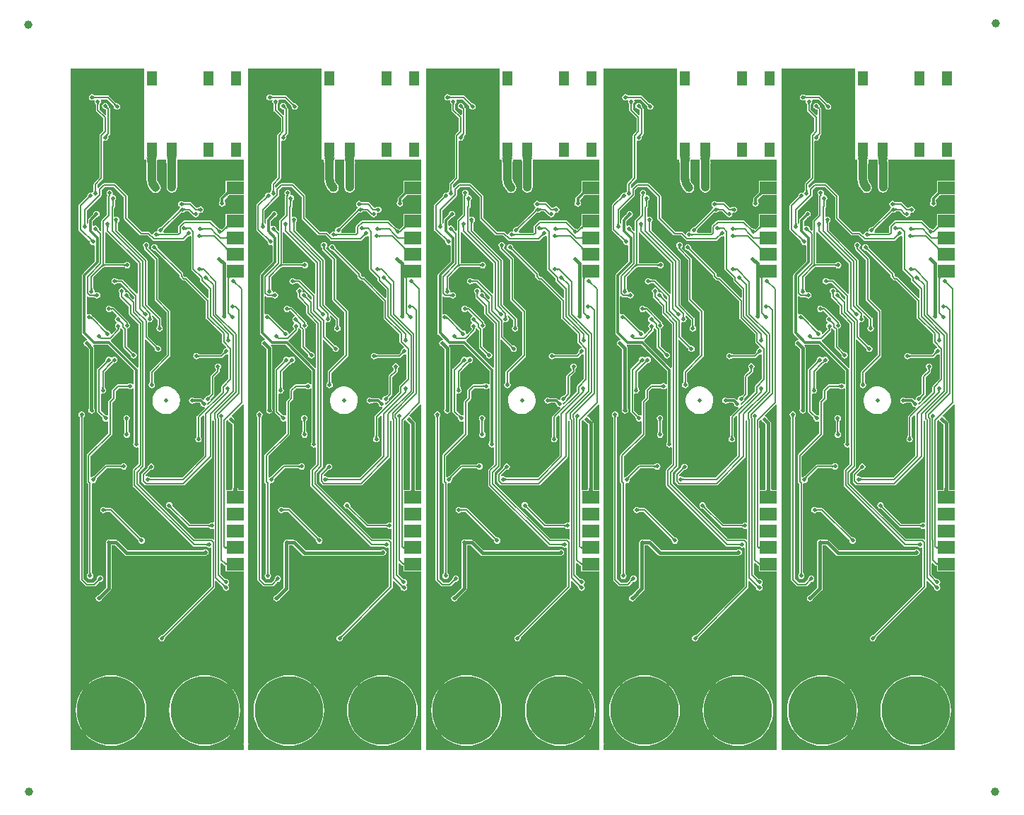
<source format=gtl>
G04*
G04 #@! TF.GenerationSoftware,Altium Limited,Altium Designer,19.1.8 (144)*
G04*
G04 Layer_Physical_Order=1*
G04 Layer_Color=255*
%FSAX25Y25*%
%MOIN*%
G70*
G01*
G75*
%ADD10C,0.03937*%
%ADD11R,0.07874X0.05906*%
%ADD12R,0.05118X0.07087*%
%ADD13C,0.32284*%
%ADD14C,0.00787*%
%ADD15C,0.01575*%
%ADD16C,0.01181*%
%ADD17C,0.03937*%
%ADD18C,0.01968*%
%ADD19C,0.01181*%
%ADD20C,0.04724*%
G36*
X0509922Y0461687D02*
Y0418465D01*
X0510975D01*
X0511105Y0416395D01*
Y0409727D01*
X0511118Y0409662D01*
X0511279Y0408031D01*
X0511774Y0406400D01*
X0512577Y0404897D01*
X0513658Y0403579D01*
X0513654Y0403575D01*
X0514470Y0403029D01*
X0515433Y0402838D01*
X0516397Y0403029D01*
X0517213Y0403575D01*
X0517759Y0404391D01*
X0517950Y0405354D01*
X0517759Y0406318D01*
X0517213Y0407134D01*
X0517213D01*
X0517173Y0407137D01*
X0516604Y0407878D01*
X0516235Y0408770D01*
X0516121Y0409636D01*
X0516139Y0409727D01*
Y0416076D01*
X0516155Y0417038D01*
X0516222Y0418112D01*
X0516265Y0418465D01*
X0520495D01*
X0520554Y0417588D01*
Y0417103D01*
X0520631Y0416718D01*
X0520633Y0416701D01*
Y0405473D01*
X0520825Y0404509D01*
X0521370Y0403693D01*
X0522187Y0403147D01*
X0523150Y0402956D01*
X0524113Y0403147D01*
X0524930Y0403693D01*
X0525475Y0404509D01*
X0525667Y0405473D01*
Y0416968D01*
X0525777Y0417103D01*
X0525786D01*
X0525588Y0417581D01*
Y0417603D01*
X0525625Y0418329D01*
X0525640Y0418465D01*
X0556963D01*
Y0408728D01*
X0548555D01*
Y0404173D01*
X0548535Y0404141D01*
X0548544Y0404098D01*
X0548526Y0404057D01*
X0548555Y0403982D01*
Y0403617D01*
X0548504Y0403527D01*
X0548400Y0403376D01*
X0548063Y0402978D01*
X0547843Y0402750D01*
X0547825Y0402704D01*
X0546084Y0400963D01*
X0545843Y0400603D01*
X0545758Y0400177D01*
X0545758Y0400177D01*
Y0399343D01*
X0545739Y0399296D01*
X0545738Y0399194D01*
X0545731Y0399026D01*
X0545719Y0398907D01*
X0545714Y0398880D01*
X0545711Y0398868D01*
X0545704Y0398849D01*
X0545705Y0398841D01*
X0545472Y0398493D01*
X0545357Y0397913D01*
X0545472Y0397334D01*
X0545800Y0396843D01*
X0546291Y0396515D01*
X0546870Y0396400D01*
X0547449Y0396515D01*
X0547940Y0396843D01*
X0548269Y0397334D01*
X0548384Y0397913D01*
X0548269Y0398493D01*
X0548036Y0398841D01*
X0548036Y0398849D01*
X0548029Y0398868D01*
X0548027Y0398880D01*
X0548024Y0398898D01*
X0548003Y0399201D01*
X0548002Y0399296D01*
X0547982Y0399343D01*
Y0399717D01*
X0549350Y0401084D01*
X0549392Y0401099D01*
X0549394Y0401102D01*
X0549396Y0401103D01*
X0549853Y0401527D01*
X0550033Y0401672D01*
X0550191Y0401782D01*
X0550263Y0401823D01*
X0550620D01*
X0550686Y0401794D01*
X0550728Y0401810D01*
X0550771Y0401799D01*
X0550813Y0401823D01*
X0556963D01*
Y0392980D01*
X0548555D01*
Y0387995D01*
X0548546Y0387982D01*
X0548551Y0387941D01*
X0548530Y0387905D01*
X0548555Y0387814D01*
Y0387628D01*
X0548525Y0387575D01*
X0548466Y0387490D01*
X0548258Y0387243D01*
X0548121Y0387100D01*
X0548099Y0387045D01*
X0546708Y0385654D01*
X0546347Y0385895D01*
X0545829Y0385998D01*
X0545776Y0386022D01*
X0545718Y0386024D01*
X0545685Y0386028D01*
X0545652Y0386035D01*
X0545619Y0386045D01*
X0545584Y0386059D01*
X0545547Y0386078D01*
X0545507Y0386102D01*
X0545465Y0386133D01*
X0545421Y0386169D01*
X0545362Y0386225D01*
X0545308Y0386245D01*
X0541874Y0389680D01*
X0541578Y0389877D01*
X0541229Y0389947D01*
X0529085D01*
X0528736Y0389877D01*
X0528441Y0389680D01*
X0526300Y0387539D01*
X0526102Y0387243D01*
X0526033Y0386895D01*
Y0384369D01*
X0525705Y0384041D01*
X0519357D01*
X0519090Y0384541D01*
X0519166Y0384654D01*
X0519269Y0385173D01*
X0519293Y0385225D01*
X0519295Y0385283D01*
X0519299Y0385316D01*
X0519306Y0385349D01*
X0519316Y0385383D01*
X0519330Y0385417D01*
X0519349Y0385454D01*
X0519373Y0385494D01*
X0519403Y0385536D01*
X0519440Y0385581D01*
X0519495Y0385639D01*
X0519516Y0385693D01*
X0527303Y0393480D01*
X0527355Y0393499D01*
X0527413Y0393553D01*
X0527451Y0393583D01*
X0527481Y0393603D01*
X0527503Y0393615D01*
X0527516Y0393620D01*
X0527521Y0393621D01*
X0527559Y0393610D01*
X0527650Y0393619D01*
X0528054Y0393539D01*
X0528633Y0393654D01*
X0529072Y0393947D01*
X0529126Y0393968D01*
X0529169Y0394007D01*
X0529195Y0394028D01*
X0529223Y0394046D01*
X0529254Y0394062D01*
X0529289Y0394077D01*
X0529328Y0394090D01*
X0529373Y0394101D01*
X0529424Y0394109D01*
X0529482Y0394115D01*
X0529563Y0394117D01*
X0529615Y0394141D01*
X0531106D01*
X0532821Y0392427D01*
X0533078Y0392255D01*
X0533379Y0391804D01*
X0533870Y0391476D01*
X0534449Y0391361D01*
X0535028Y0391476D01*
X0535519Y0391804D01*
X0535847Y0392295D01*
X0535962Y0392874D01*
X0535899Y0393193D01*
X0535935Y0393258D01*
X0536318Y0393581D01*
X0536713Y0393502D01*
X0537292Y0393617D01*
X0537783Y0393945D01*
X0538111Y0394436D01*
X0538226Y0395015D01*
X0538111Y0395595D01*
X0537783Y0396086D01*
X0537292Y0396413D01*
X0536713Y0396529D01*
X0536134Y0396413D01*
X0535694Y0396120D01*
X0535640Y0396100D01*
X0535598Y0396060D01*
X0535571Y0396039D01*
X0535543Y0396021D01*
X0535512Y0396005D01*
X0535478Y0395990D01*
X0535438Y0395977D01*
X0535393Y0395966D01*
X0535342Y0395958D01*
X0535284Y0395953D01*
X0535204Y0395950D01*
X0535152Y0395927D01*
X0534732D01*
X0532396Y0398263D01*
X0532101Y0398460D01*
X0531752Y0398530D01*
X0529179D01*
X0529127Y0398553D01*
X0529047Y0398555D01*
X0528989Y0398561D01*
X0528938Y0398569D01*
X0528893Y0398580D01*
X0528854Y0398593D01*
X0528819Y0398608D01*
X0528788Y0398624D01*
X0528760Y0398642D01*
X0528734Y0398663D01*
X0528691Y0398703D01*
X0528637Y0398723D01*
X0528198Y0399016D01*
X0527619Y0399132D01*
X0527039Y0399016D01*
X0526548Y0398688D01*
X0526220Y0398197D01*
X0526105Y0397618D01*
X0526220Y0397039D01*
X0526548Y0396548D01*
X0526662Y0396472D01*
X0526979Y0396127D01*
X0526790Y0395832D01*
X0526655Y0395631D01*
X0526649Y0395599D01*
X0526617Y0395565D01*
X0526599Y0395516D01*
X0526551Y0395416D01*
X0526531Y0395381D01*
X0526457Y0395272D01*
X0526424Y0395229D01*
X0526322Y0395111D01*
X0526264Y0395052D01*
X0526242Y0394996D01*
X0518227Y0386982D01*
X0518174Y0386961D01*
X0518115Y0386906D01*
X0518070Y0386869D01*
X0518028Y0386839D01*
X0517988Y0386815D01*
X0517952Y0386796D01*
X0517917Y0386782D01*
X0517883Y0386771D01*
X0517851Y0386765D01*
X0517818Y0386760D01*
X0517759Y0386758D01*
X0517707Y0386735D01*
X0517189Y0386631D01*
X0516698Y0386303D01*
X0516369Y0385812D01*
X0516254Y0385233D01*
X0516296Y0385025D01*
X0515871Y0384599D01*
X0515650Y0384643D01*
X0515071Y0384528D01*
X0514580Y0384200D01*
X0514252Y0383709D01*
X0514229Y0383594D01*
X0513686Y0383429D01*
X0512751Y0384365D01*
X0512455Y0384562D01*
X0512107Y0384632D01*
X0509098D01*
X0502368Y0391362D01*
Y0401181D01*
X0502299Y0401530D01*
X0502101Y0401826D01*
X0496707Y0407219D01*
X0496412Y0407417D01*
X0496063Y0407486D01*
X0491024D01*
X0490675Y0407417D01*
X0490380Y0407219D01*
X0488537Y0405377D01*
X0488037Y0405584D01*
Y0406670D01*
X0490499Y0409131D01*
X0490696Y0409427D01*
X0490766Y0409776D01*
Y0427400D01*
X0491266Y0427674D01*
X0491733Y0427581D01*
X0492312Y0427696D01*
X0492803Y0428024D01*
X0493131Y0428515D01*
X0493246Y0429095D01*
X0493184Y0429407D01*
X0493200Y0429510D01*
X0493189Y0429552D01*
X0493189Y0429560D01*
X0493189Y0429565D01*
X0493190Y0429571D01*
X0493193Y0429582D01*
X0493199Y0429600D01*
X0493213Y0429624D01*
X0493234Y0429656D01*
X0493265Y0429695D01*
X0493319Y0429753D01*
X0493338Y0429805D01*
X0493794Y0430261D01*
X0493992Y0430557D01*
X0494061Y0430906D01*
Y0442435D01*
X0493992Y0442784D01*
X0493794Y0443079D01*
X0493481Y0443393D01*
X0493460Y0443446D01*
X0493405Y0443505D01*
X0493368Y0443550D01*
X0493338Y0443592D01*
X0493314Y0443632D01*
X0493295Y0443668D01*
X0493281Y0443703D01*
X0493271Y0443737D01*
X0493264Y0443769D01*
X0493260Y0443802D01*
X0493258Y0443861D01*
X0493234Y0443913D01*
X0493131Y0444431D01*
X0492803Y0444922D01*
X0492312Y0445251D01*
X0491733Y0445366D01*
X0491153Y0445251D01*
X0490662Y0444922D01*
X0490334Y0444431D01*
X0490219Y0443852D01*
X0490334Y0443273D01*
X0490662Y0442782D01*
X0491153Y0442454D01*
X0491672Y0442351D01*
X0491724Y0442327D01*
X0491783Y0442325D01*
X0491816Y0442321D01*
X0491848Y0442314D01*
X0491882Y0442304D01*
X0491917Y0442290D01*
X0491953Y0442271D01*
X0491993Y0442247D01*
X0492035Y0442217D01*
X0492080Y0442180D01*
X0492139Y0442124D01*
X0492192Y0442104D01*
X0492239Y0442058D01*
Y0439861D01*
X0491777Y0439670D01*
X0489100Y0442346D01*
Y0444463D01*
X0489124Y0444515D01*
X0489126Y0444595D01*
X0489132Y0444653D01*
X0489140Y0444704D01*
X0489151Y0444749D01*
X0489164Y0444789D01*
X0489179Y0444823D01*
X0489195Y0444854D01*
X0489213Y0444882D01*
X0489234Y0444909D01*
X0489273Y0444951D01*
X0489294Y0445005D01*
X0489587Y0445444D01*
X0489703Y0446024D01*
X0489592Y0446581D01*
X0489584Y0446669D01*
X0489845Y0447081D01*
X0492536D01*
X0495496Y0444121D01*
X0495516Y0444067D01*
X0495572Y0444009D01*
X0495609Y0443964D01*
X0495639Y0443922D01*
X0495663Y0443882D01*
X0495682Y0443846D01*
X0495696Y0443811D01*
X0495706Y0443777D01*
X0495713Y0443745D01*
X0495717Y0443711D01*
X0495719Y0443653D01*
X0495743Y0443601D01*
X0495846Y0443082D01*
X0496174Y0442591D01*
X0496665Y0442263D01*
X0497244Y0442148D01*
X0497823Y0442263D01*
X0498314Y0442591D01*
X0498642Y0443082D01*
X0498758Y0443661D01*
X0498642Y0444241D01*
X0498314Y0444732D01*
X0497823Y0445060D01*
X0497305Y0445163D01*
X0497253Y0445187D01*
X0497194Y0445189D01*
X0497161Y0445193D01*
X0497128Y0445200D01*
X0497095Y0445210D01*
X0497060Y0445224D01*
X0497023Y0445243D01*
X0496984Y0445267D01*
X0496942Y0445297D01*
X0496897Y0445334D01*
X0496838Y0445389D01*
X0496785Y0445410D01*
X0493558Y0448636D01*
X0493262Y0448834D01*
X0492914Y0448903D01*
X0486994D01*
X0486942Y0448927D01*
X0486862Y0448929D01*
X0486804Y0448935D01*
X0486753Y0448943D01*
X0486708Y0448954D01*
X0486668Y0448967D01*
X0486634Y0448982D01*
X0486603Y0448998D01*
X0486575Y0449016D01*
X0486548Y0449037D01*
X0486506Y0449076D01*
X0486452Y0449097D01*
X0486012Y0449390D01*
X0485433Y0449506D01*
X0484854Y0449390D01*
X0484363Y0449062D01*
X0484035Y0448571D01*
X0483920Y0447992D01*
X0484035Y0447413D01*
X0484363Y0446922D01*
X0484854Y0446594D01*
X0485433Y0446479D01*
X0486012Y0446594D01*
X0486365Y0446830D01*
X0486569Y0446721D01*
X0486698Y0446615D01*
X0486729Y0446581D01*
X0486774Y0446515D01*
X0486676Y0446024D01*
X0486791Y0445444D01*
X0487085Y0445005D01*
X0487105Y0444951D01*
X0487145Y0444909D01*
X0487165Y0444882D01*
X0487184Y0444854D01*
X0487200Y0444823D01*
X0487215Y0444789D01*
X0487227Y0444749D01*
X0487238Y0444704D01*
X0487247Y0444653D01*
X0487252Y0444595D01*
X0487255Y0444515D01*
X0487278Y0444463D01*
Y0441968D01*
X0487347Y0441620D01*
X0487545Y0441324D01*
X0490743Y0438127D01*
Y0432228D01*
X0489210Y0430696D01*
X0489013Y0430400D01*
X0488943Y0430051D01*
Y0410153D01*
X0486482Y0407692D01*
X0486284Y0407396D01*
X0486215Y0407047D01*
Y0404277D01*
X0486192Y0404225D01*
X0486189Y0404144D01*
X0486184Y0404086D01*
X0486175Y0404035D01*
X0486164Y0403990D01*
X0486151Y0403951D01*
X0486137Y0403916D01*
X0486121Y0403886D01*
X0486102Y0403857D01*
X0486082Y0403831D01*
X0486042Y0403789D01*
X0486022Y0403735D01*
X0485728Y0403295D01*
X0485726Y0403283D01*
X0485165Y0403026D01*
X0484746Y0403110D01*
X0484167Y0402994D01*
X0483676Y0402666D01*
X0483348Y0402176D01*
X0483245Y0401657D01*
X0483221Y0401605D01*
X0483219Y0401546D01*
X0483215Y0401513D01*
X0483208Y0401480D01*
X0483198Y0401447D01*
X0483184Y0401412D01*
X0483165Y0401375D01*
X0483141Y0401336D01*
X0483111Y0401294D01*
X0483074Y0401249D01*
X0483018Y0401190D01*
X0482998Y0401137D01*
X0479356Y0397495D01*
X0479158Y0397199D01*
X0479089Y0396850D01*
Y0385709D01*
X0479158Y0385360D01*
X0479356Y0385064D01*
X0484197Y0380223D01*
X0484217Y0380170D01*
X0484273Y0380111D01*
X0484309Y0380066D01*
X0484340Y0380024D01*
X0484364Y0379985D01*
X0484382Y0379948D01*
X0484397Y0379913D01*
X0484407Y0379880D01*
X0484414Y0379847D01*
X0484418Y0379814D01*
X0484420Y0379755D01*
X0484444Y0379703D01*
X0484547Y0379185D01*
X0484875Y0378694D01*
X0485366Y0378366D01*
X0485945Y0378251D01*
X0486408Y0378343D01*
X0486908Y0378066D01*
Y0370582D01*
X0481679Y0365353D01*
X0481633Y0365285D01*
X0481096Y0364748D01*
X0480855Y0364387D01*
X0480770Y0363961D01*
X0480770Y0363961D01*
Y0357810D01*
X0480762Y0357771D01*
X0480762Y0357771D01*
Y0336788D01*
X0480762Y0336787D01*
X0480847Y0336362D01*
X0481088Y0336001D01*
X0483222Y0333867D01*
X0482992Y0333403D01*
X0482413Y0333288D01*
X0481922Y0332960D01*
X0481594Y0332469D01*
X0481479Y0331890D01*
X0481594Y0331311D01*
X0481922Y0330820D01*
X0482413Y0330492D01*
X0482564Y0330462D01*
X0483924Y0329102D01*
Y0300885D01*
X0483878Y0300815D01*
X0483763Y0300236D01*
X0483878Y0299657D01*
X0484206Y0299166D01*
X0484697Y0298838D01*
X0485276Y0298723D01*
X0485855Y0298838D01*
X0486346Y0299166D01*
X0486674Y0299657D01*
X0486789Y0300236D01*
X0486674Y0300815D01*
X0486549Y0301002D01*
Y0329646D01*
X0486449Y0330148D01*
X0486165Y0330574D01*
X0486041Y0330697D01*
X0486287Y0331158D01*
X0486418Y0331132D01*
X0486418Y0331132D01*
X0492934D01*
X0505206Y0318860D01*
Y0312757D01*
X0504706Y0312605D01*
X0504614Y0312743D01*
X0504123Y0313071D01*
X0503544Y0313187D01*
X0502964Y0313071D01*
X0502525Y0312778D01*
X0502471Y0312757D01*
X0502428Y0312718D01*
X0502402Y0312697D01*
X0502374Y0312679D01*
X0502343Y0312663D01*
X0502309Y0312648D01*
X0502269Y0312635D01*
X0502224Y0312624D01*
X0502173Y0312616D01*
X0502115Y0312610D01*
X0502035Y0312608D01*
X0501982Y0312584D01*
X0497776D01*
X0497427Y0312515D01*
X0497131Y0312318D01*
X0495025Y0310211D01*
X0494828Y0309916D01*
X0494758Y0309567D01*
Y0306145D01*
X0493411Y0304798D01*
X0493214Y0304502D01*
X0493144Y0304154D01*
Y0298058D01*
X0492644Y0297791D01*
X0492548Y0297855D01*
X0492030Y0297958D01*
X0491977Y0297982D01*
X0491919Y0297984D01*
X0491886Y0297988D01*
X0491853Y0297995D01*
X0491820Y0298005D01*
X0491785Y0298019D01*
X0491748Y0298038D01*
X0491708Y0298062D01*
X0491666Y0298092D01*
X0491621Y0298129D01*
X0491563Y0298185D01*
X0491509Y0298205D01*
X0489593Y0300122D01*
Y0308065D01*
X0490093Y0308310D01*
X0490591Y0308211D01*
X0491170Y0308326D01*
X0491661Y0308654D01*
X0491989Y0309145D01*
X0492104Y0309724D01*
X0491989Y0310303D01*
X0491695Y0310743D01*
X0491675Y0310797D01*
X0491635Y0310839D01*
X0491615Y0310865D01*
X0491597Y0310894D01*
X0491580Y0310925D01*
X0491566Y0310959D01*
X0491553Y0310999D01*
X0491542Y0311044D01*
X0491533Y0311095D01*
X0491528Y0311153D01*
X0491525Y0311233D01*
X0491502Y0311285D01*
Y0318323D01*
X0494715Y0321537D01*
X0494769Y0321572D01*
X0495812Y0322615D01*
X0495985Y0322581D01*
X0496564Y0322696D01*
X0497054Y0323024D01*
X0497383Y0323515D01*
X0497498Y0324094D01*
X0497383Y0324673D01*
X0497054Y0325164D01*
X0496564Y0325492D01*
X0495985Y0325607D01*
X0495405Y0325492D01*
X0494914Y0325164D01*
X0494589D01*
X0494345Y0325212D01*
X0493926Y0325493D01*
X0493347Y0325608D01*
X0492768Y0325493D01*
X0492277Y0325165D01*
X0491949Y0324674D01*
X0491846Y0324155D01*
X0491822Y0324103D01*
X0491820Y0324045D01*
X0491816Y0324011D01*
X0491809Y0323979D01*
X0491798Y0323945D01*
X0491784Y0323911D01*
X0491765Y0323874D01*
X0491741Y0323834D01*
X0491711Y0323792D01*
X0491674Y0323747D01*
X0491619Y0323689D01*
X0491599Y0323635D01*
X0488037Y0320074D01*
X0487840Y0319778D01*
X0487770Y0319429D01*
Y0299744D01*
X0487840Y0299395D01*
X0488037Y0299100D01*
X0490221Y0296916D01*
X0490241Y0296863D01*
X0490296Y0296804D01*
X0490333Y0296759D01*
X0490363Y0296717D01*
X0490387Y0296678D01*
X0490406Y0296641D01*
X0490420Y0296606D01*
X0490431Y0296573D01*
X0490438Y0296540D01*
X0490442Y0296507D01*
X0490444Y0296448D01*
X0490468Y0296396D01*
X0490571Y0295878D01*
X0490899Y0295387D01*
X0491390Y0295059D01*
X0491969Y0294943D01*
X0492548Y0295059D01*
X0492644Y0295123D01*
X0493144Y0294856D01*
Y0289472D01*
X0483226Y0279554D01*
X0483029Y0279258D01*
X0482959Y0278909D01*
Y0266663D01*
X0483029Y0266314D01*
X0483226Y0266019D01*
X0483636Y0265609D01*
Y0223667D01*
X0483613Y0223615D01*
X0483610Y0223535D01*
X0483605Y0223477D01*
X0483597Y0223426D01*
X0483586Y0223381D01*
X0483573Y0223341D01*
X0483558Y0223307D01*
X0483542Y0223276D01*
X0483524Y0223248D01*
X0483503Y0223221D01*
X0483463Y0223179D01*
X0483443Y0223125D01*
X0483149Y0222686D01*
X0483034Y0222106D01*
X0483149Y0221527D01*
X0483477Y0221036D01*
X0483968Y0220708D01*
X0484548Y0220593D01*
X0485127Y0220708D01*
X0485618Y0221036D01*
X0485946Y0221527D01*
X0486061Y0222106D01*
X0485946Y0222686D01*
X0485652Y0223125D01*
X0485632Y0223179D01*
X0485592Y0223221D01*
X0485571Y0223248D01*
X0485553Y0223276D01*
X0485537Y0223307D01*
X0485522Y0223341D01*
X0485509Y0223381D01*
X0485499Y0223426D01*
X0485490Y0223477D01*
X0485485Y0223535D01*
X0485482Y0223615D01*
X0485459Y0223667D01*
Y0265589D01*
X0485953Y0266001D01*
X0486122Y0265967D01*
X0486701Y0266082D01*
X0487192Y0266410D01*
X0487520Y0266901D01*
X0487636Y0267480D01*
X0487586Y0267731D01*
X0487606Y0267832D01*
X0487597Y0267878D01*
X0487596Y0267890D01*
X0487597Y0267900D01*
X0487598Y0267912D01*
X0487603Y0267927D01*
X0487611Y0267947D01*
X0487626Y0267974D01*
X0487648Y0268008D01*
X0487680Y0268047D01*
X0487734Y0268105D01*
X0487753Y0268158D01*
X0487780Y0268184D01*
X0487808Y0268206D01*
X0487809Y0268213D01*
X0492464Y0272868D01*
X0498931D01*
X0498983Y0272845D01*
X0499064Y0272843D01*
X0499122Y0272837D01*
X0499173Y0272829D01*
X0499218Y0272818D01*
X0499257Y0272805D01*
X0499292Y0272790D01*
X0499323Y0272774D01*
X0499351Y0272756D01*
X0499377Y0272735D01*
X0499420Y0272695D01*
X0499474Y0272675D01*
X0499913Y0272381D01*
X0500492Y0272266D01*
X0501072Y0272381D01*
X0501562Y0272709D01*
X0501891Y0273200D01*
X0502006Y0273780D01*
X0501891Y0274359D01*
X0501562Y0274850D01*
X0501072Y0275178D01*
X0500492Y0275293D01*
X0499913Y0275178D01*
X0499474Y0274884D01*
X0499420Y0274864D01*
X0499377Y0274824D01*
X0499351Y0274803D01*
X0499323Y0274785D01*
X0499292Y0274769D01*
X0499257Y0274754D01*
X0499218Y0274742D01*
X0499173Y0274731D01*
X0499122Y0274722D01*
X0499064Y0274717D01*
X0498983Y0274714D01*
X0498931Y0274691D01*
X0492087D01*
X0491738Y0274621D01*
X0491442Y0274424D01*
X0486309Y0269290D01*
X0486254Y0269269D01*
X0486197Y0269215D01*
X0486085Y0269120D01*
X0486040Y0269089D01*
X0485992Y0269058D01*
X0485946Y0269032D01*
X0485900Y0269010D01*
X0485856Y0268991D01*
X0485813Y0268976D01*
X0485753Y0268960D01*
X0485683Y0268906D01*
X0485543Y0268879D01*
X0485282Y0268704D01*
X0484782Y0268971D01*
Y0278532D01*
X0494700Y0288450D01*
X0494897Y0288746D01*
X0494967Y0289094D01*
Y0303776D01*
X0496314Y0305123D01*
X0496511Y0305419D01*
X0496581Y0305768D01*
Y0309190D01*
X0498153Y0310762D01*
X0501982D01*
X0502035Y0310739D01*
X0502115Y0310736D01*
X0502173Y0310731D01*
X0502224Y0310722D01*
X0502269Y0310711D01*
X0502309Y0310699D01*
X0502343Y0310684D01*
X0502374Y0310668D01*
X0502402Y0310649D01*
X0502428Y0310629D01*
X0502471Y0310589D01*
X0502525Y0310569D01*
X0502964Y0310275D01*
X0503544Y0310160D01*
X0504123Y0310275D01*
X0504614Y0310603D01*
X0504706Y0310741D01*
X0505206Y0310590D01*
Y0285642D01*
X0505186Y0285595D01*
X0505185Y0285493D01*
X0505178Y0285325D01*
X0505166Y0285206D01*
X0505162Y0285180D01*
X0505159Y0285168D01*
X0505152Y0285148D01*
X0505153Y0285140D01*
X0504920Y0284792D01*
X0504805Y0284213D01*
X0504920Y0283633D01*
X0505248Y0283143D01*
X0505739Y0282815D01*
X0506318Y0282699D01*
X0506849Y0282805D01*
X0506983Y0282782D01*
X0507349Y0282586D01*
Y0275035D01*
X0504868Y0272554D01*
X0504670Y0272258D01*
X0504601Y0271909D01*
Y0265020D01*
X0504670Y0264671D01*
X0504868Y0264375D01*
X0532998Y0236245D01*
X0533293Y0236048D01*
X0533642Y0235979D01*
X0539069D01*
X0539121Y0235955D01*
X0539202Y0235953D01*
X0539260Y0235947D01*
X0539311Y0235939D01*
X0539356Y0235928D01*
X0539395Y0235915D01*
X0539430Y0235900D01*
X0539461Y0235884D01*
X0539489Y0235866D01*
X0539515Y0235845D01*
X0539558Y0235806D01*
X0539612Y0235785D01*
X0540051Y0235492D01*
X0540630Y0235377D01*
X0541209Y0235492D01*
X0541707Y0235223D01*
Y0217287D01*
X0518846Y0194425D01*
X0518792Y0194405D01*
X0518733Y0194350D01*
X0518689Y0194313D01*
X0518647Y0194283D01*
X0518607Y0194258D01*
X0518570Y0194240D01*
X0518535Y0194226D01*
X0518502Y0194215D01*
X0518469Y0194208D01*
X0518436Y0194204D01*
X0518378Y0194202D01*
X0518325Y0194178D01*
X0517807Y0194075D01*
X0517316Y0193747D01*
X0516988Y0193256D01*
X0516873Y0192677D01*
X0516988Y0192098D01*
X0517316Y0191607D01*
X0517807Y0191279D01*
X0518386Y0191164D01*
X0518965Y0191279D01*
X0519456Y0191607D01*
X0519784Y0192098D01*
X0519887Y0192616D01*
X0519911Y0192669D01*
X0519913Y0192727D01*
X0519917Y0192760D01*
X0519924Y0192793D01*
X0519935Y0192826D01*
X0519949Y0192861D01*
X0519967Y0192898D01*
X0519991Y0192938D01*
X0520022Y0192980D01*
X0520059Y0193025D01*
X0520114Y0193083D01*
X0520134Y0193137D01*
X0543263Y0216265D01*
X0543460Y0216561D01*
X0543530Y0216910D01*
Y0219607D01*
X0543992Y0219799D01*
X0546939Y0216851D01*
X0546960Y0216797D01*
X0547016Y0216738D01*
X0547056Y0216690D01*
X0547090Y0216644D01*
X0547119Y0216600D01*
X0547143Y0216558D01*
X0547161Y0216517D01*
X0547176Y0216478D01*
X0547188Y0216439D01*
X0547196Y0216400D01*
X0547204Y0216339D01*
X0547257Y0216246D01*
X0547323Y0215917D01*
X0547651Y0215426D01*
X0548142Y0215098D01*
X0548721Y0214983D01*
X0549300Y0215098D01*
X0549791Y0215426D01*
X0550119Y0215917D01*
X0550234Y0216496D01*
X0550119Y0217075D01*
X0549815Y0217531D01*
X0549753Y0217681D01*
Y0218091D01*
X0549771Y0218103D01*
X0550099Y0218594D01*
X0550214Y0219173D01*
X0550099Y0219752D01*
X0549771Y0220243D01*
X0549280Y0220571D01*
X0548701Y0220687D01*
X0548606Y0220668D01*
X0548540Y0220690D01*
X0548486Y0220686D01*
X0548462Y0220687D01*
X0548439Y0220690D01*
X0548414Y0220695D01*
X0548388Y0220705D01*
X0548358Y0220718D01*
X0548324Y0220738D01*
X0548286Y0220764D01*
X0548244Y0220798D01*
X0548186Y0220852D01*
X0548162Y0220862D01*
X0548149Y0220884D01*
X0548111Y0220895D01*
X0546104Y0222901D01*
Y0228096D01*
X0546566Y0228287D01*
X0547697Y0227157D01*
X0547992Y0226959D01*
X0548222Y0226913D01*
X0548330Y0226866D01*
X0548441Y0226864D01*
X0548488Y0226860D01*
Y0224166D01*
X0556963D01*
X0556963Y0143371D01*
X0556957Y0142948D01*
X0556887Y0142878D01*
X0556885Y0142874D01*
X0556885Y0142874D01*
X0556885Y0142874D01*
X0556963Y0142374D01*
Y0139888D01*
X0478307D01*
X0478307Y0139888D01*
X0475321D01*
Y0142372D01*
X0475321Y0142374D01*
X0475398Y0142874D01*
X0475397Y0142879D01*
X0475327Y0142948D01*
X0475321Y0143371D01*
X0475321Y0459803D01*
Y0461688D01*
X0476713D01*
X0477201Y0461687D01*
X0477201Y0461687D01*
X0477205Y0461610D01*
X0477212Y0461612D01*
X0477286Y0461688D01*
X0509922Y0461687D01*
D02*
G37*
G36*
X0426063D02*
Y0418465D01*
X0427117D01*
X0427247Y0416395D01*
Y0409727D01*
X0427260Y0409662D01*
X0427421Y0408031D01*
X0427915Y0406400D01*
X0428719Y0404897D01*
X0429800Y0403579D01*
X0429795Y0403575D01*
X0430612Y0403029D01*
X0431575Y0402838D01*
X0432538Y0403029D01*
X0433355Y0403575D01*
X0433900Y0404391D01*
X0434092Y0405354D01*
X0433900Y0406318D01*
X0433355Y0407134D01*
X0433355D01*
X0433315Y0407137D01*
X0432746Y0407878D01*
X0432377Y0408770D01*
X0432263Y0409636D01*
X0432281Y0409727D01*
Y0416076D01*
X0432297Y0417038D01*
X0432364Y0418112D01*
X0432407Y0418465D01*
X0436636D01*
X0436696Y0417588D01*
Y0417103D01*
X0436772Y0416718D01*
X0436775Y0416701D01*
Y0405473D01*
X0436966Y0404509D01*
X0437512Y0403693D01*
X0438328Y0403147D01*
X0439292Y0402956D01*
X0440255Y0403147D01*
X0441071Y0403693D01*
X0441617Y0404509D01*
X0441808Y0405473D01*
Y0416968D01*
X0441919Y0417103D01*
X0441928D01*
X0441730Y0417581D01*
Y0417603D01*
X0441767Y0418329D01*
X0441782Y0418465D01*
X0473105D01*
Y0408728D01*
X0464697D01*
Y0404173D01*
X0464677Y0404141D01*
X0464686Y0404098D01*
X0464668Y0404057D01*
X0464697Y0403982D01*
Y0403617D01*
X0464646Y0403527D01*
X0464541Y0403376D01*
X0464204Y0402978D01*
X0463985Y0402750D01*
X0463966Y0402704D01*
X0462226Y0400963D01*
X0461985Y0400603D01*
X0461900Y0400177D01*
X0461900Y0400177D01*
Y0399343D01*
X0461880Y0399296D01*
X0461879Y0399194D01*
X0461872Y0399026D01*
X0461860Y0398907D01*
X0461856Y0398880D01*
X0461853Y0398868D01*
X0461846Y0398849D01*
X0461847Y0398841D01*
X0461614Y0398493D01*
X0461499Y0397913D01*
X0461614Y0397334D01*
X0461942Y0396843D01*
X0462433Y0396515D01*
X0463012Y0396400D01*
X0463591Y0396515D01*
X0464082Y0396843D01*
X0464410Y0397334D01*
X0464525Y0397913D01*
X0464410Y0398493D01*
X0464178Y0398841D01*
X0464178Y0398849D01*
X0464171Y0398868D01*
X0464168Y0398880D01*
X0464165Y0398898D01*
X0464145Y0399201D01*
X0464144Y0399296D01*
X0464124Y0399343D01*
Y0399717D01*
X0465491Y0401084D01*
X0465534Y0401099D01*
X0465535Y0401102D01*
X0465538Y0401103D01*
X0465994Y0401527D01*
X0466175Y0401672D01*
X0466333Y0401782D01*
X0466405Y0401823D01*
X0466762D01*
X0466827Y0401794D01*
X0466869Y0401810D01*
X0466913Y0401799D01*
X0466954Y0401823D01*
X0473105D01*
Y0392980D01*
X0464697D01*
Y0387995D01*
X0464687Y0387982D01*
X0464692Y0387941D01*
X0464672Y0387905D01*
X0464697Y0387814D01*
Y0387628D01*
X0464667Y0387575D01*
X0464608Y0387490D01*
X0464400Y0387243D01*
X0464263Y0387100D01*
X0464241Y0387045D01*
X0462850Y0385654D01*
X0462489Y0385895D01*
X0461971Y0385998D01*
X0461918Y0386022D01*
X0461860Y0386024D01*
X0461827Y0386028D01*
X0461794Y0386035D01*
X0461761Y0386045D01*
X0461726Y0386059D01*
X0461689Y0386078D01*
X0461649Y0386102D01*
X0461607Y0386133D01*
X0461562Y0386169D01*
X0461504Y0386225D01*
X0461450Y0386245D01*
X0458015Y0389680D01*
X0457720Y0389877D01*
X0457371Y0389947D01*
X0445227D01*
X0444878Y0389877D01*
X0444582Y0389680D01*
X0442442Y0387539D01*
X0442244Y0387243D01*
X0442175Y0386895D01*
Y0384369D01*
X0441847Y0384041D01*
X0435499D01*
X0435232Y0384541D01*
X0435307Y0384654D01*
X0435410Y0385173D01*
X0435434Y0385225D01*
X0435436Y0385283D01*
X0435440Y0385316D01*
X0435447Y0385349D01*
X0435458Y0385383D01*
X0435472Y0385417D01*
X0435491Y0385454D01*
X0435515Y0385494D01*
X0435545Y0385536D01*
X0435582Y0385581D01*
X0435637Y0385639D01*
X0435657Y0385693D01*
X0443444Y0393480D01*
X0443497Y0393499D01*
X0443555Y0393553D01*
X0443593Y0393583D01*
X0443623Y0393603D01*
X0443645Y0393615D01*
X0443658Y0393620D01*
X0443662Y0393621D01*
X0443701Y0393610D01*
X0443791Y0393619D01*
X0444195Y0393539D01*
X0444774Y0393654D01*
X0445214Y0393947D01*
X0445268Y0393968D01*
X0445310Y0394007D01*
X0445337Y0394028D01*
X0445365Y0394046D01*
X0445396Y0394062D01*
X0445430Y0394077D01*
X0445470Y0394090D01*
X0445515Y0394101D01*
X0445566Y0394109D01*
X0445624Y0394115D01*
X0445704Y0394117D01*
X0445756Y0394141D01*
X0447248D01*
X0448962Y0392427D01*
X0449220Y0392255D01*
X0449521Y0391804D01*
X0450012Y0391476D01*
X0450591Y0391361D01*
X0451170Y0391476D01*
X0451661Y0391804D01*
X0451989Y0392295D01*
X0452104Y0392874D01*
X0452041Y0393193D01*
X0452076Y0393258D01*
X0452459Y0393581D01*
X0452854Y0393502D01*
X0453434Y0393617D01*
X0453925Y0393945D01*
X0454253Y0394436D01*
X0454368Y0395015D01*
X0454253Y0395595D01*
X0453925Y0396086D01*
X0453434Y0396413D01*
X0452854Y0396529D01*
X0452275Y0396413D01*
X0451836Y0396120D01*
X0451782Y0396100D01*
X0451740Y0396060D01*
X0451713Y0396039D01*
X0451685Y0396021D01*
X0451654Y0396005D01*
X0451619Y0395990D01*
X0451580Y0395977D01*
X0451535Y0395966D01*
X0451484Y0395958D01*
X0451426Y0395953D01*
X0451346Y0395950D01*
X0451294Y0395927D01*
X0450874D01*
X0448538Y0398263D01*
X0448243Y0398460D01*
X0447894Y0398530D01*
X0445321D01*
X0445269Y0398553D01*
X0445189Y0398555D01*
X0445131Y0398561D01*
X0445080Y0398569D01*
X0445035Y0398580D01*
X0444995Y0398593D01*
X0444960Y0398608D01*
X0444930Y0398624D01*
X0444902Y0398642D01*
X0444875Y0398663D01*
X0444833Y0398703D01*
X0444779Y0398723D01*
X0444339Y0399016D01*
X0443760Y0399132D01*
X0443181Y0399016D01*
X0442690Y0398688D01*
X0442362Y0398197D01*
X0442247Y0397618D01*
X0442362Y0397039D01*
X0442690Y0396548D01*
X0442804Y0396472D01*
X0443121Y0396127D01*
X0442931Y0395832D01*
X0442797Y0395631D01*
X0442791Y0395599D01*
X0442759Y0395565D01*
X0442741Y0395516D01*
X0442693Y0395416D01*
X0442673Y0395381D01*
X0442599Y0395272D01*
X0442565Y0395229D01*
X0442463Y0395111D01*
X0442405Y0395052D01*
X0442384Y0394996D01*
X0434369Y0386982D01*
X0434315Y0386961D01*
X0434257Y0386906D01*
X0434212Y0386869D01*
X0434170Y0386839D01*
X0434130Y0386815D01*
X0434093Y0386796D01*
X0434059Y0386782D01*
X0434025Y0386771D01*
X0433992Y0386765D01*
X0433959Y0386760D01*
X0433901Y0386758D01*
X0433848Y0386735D01*
X0433330Y0386631D01*
X0432839Y0386303D01*
X0432511Y0385812D01*
X0432396Y0385233D01*
X0432438Y0385025D01*
X0432012Y0384599D01*
X0431791Y0384643D01*
X0431212Y0384528D01*
X0430722Y0384200D01*
X0430393Y0383709D01*
X0430371Y0383594D01*
X0429828Y0383429D01*
X0428893Y0384365D01*
X0428597Y0384562D01*
X0428248Y0384632D01*
X0425240D01*
X0418510Y0391362D01*
Y0401181D01*
X0418440Y0401530D01*
X0418243Y0401826D01*
X0412849Y0407219D01*
X0412554Y0407417D01*
X0412205Y0407486D01*
X0407166D01*
X0406817Y0407417D01*
X0406521Y0407219D01*
X0404679Y0405377D01*
X0404179Y0405584D01*
Y0406670D01*
X0406641Y0409131D01*
X0406838Y0409427D01*
X0406908Y0409776D01*
Y0427400D01*
X0407408Y0427674D01*
X0407874Y0427581D01*
X0408453Y0427696D01*
X0408944Y0428024D01*
X0409272Y0428515D01*
X0409388Y0429095D01*
X0409325Y0429407D01*
X0409341Y0429510D01*
X0409331Y0429552D01*
X0409330Y0429560D01*
X0409330Y0429565D01*
X0409331Y0429571D01*
X0409334Y0429582D01*
X0409341Y0429600D01*
X0409354Y0429624D01*
X0409376Y0429656D01*
X0409406Y0429695D01*
X0409460Y0429753D01*
X0409480Y0429805D01*
X0409936Y0430261D01*
X0410133Y0430557D01*
X0410203Y0430906D01*
Y0442435D01*
X0410133Y0442784D01*
X0409936Y0443079D01*
X0409622Y0443393D01*
X0409602Y0443446D01*
X0409547Y0443505D01*
X0409510Y0443550D01*
X0409480Y0443592D01*
X0409455Y0443632D01*
X0409437Y0443668D01*
X0409423Y0443703D01*
X0409412Y0443737D01*
X0409405Y0443769D01*
X0409401Y0443802D01*
X0409399Y0443861D01*
X0409375Y0443913D01*
X0409272Y0444431D01*
X0408944Y0444922D01*
X0408453Y0445251D01*
X0407874Y0445366D01*
X0407295Y0445251D01*
X0406804Y0444922D01*
X0406476Y0444431D01*
X0406361Y0443852D01*
X0406476Y0443273D01*
X0406804Y0442782D01*
X0407295Y0442454D01*
X0407813Y0442351D01*
X0407866Y0442327D01*
X0407924Y0442325D01*
X0407957Y0442321D01*
X0407990Y0442314D01*
X0408023Y0442304D01*
X0408058Y0442290D01*
X0408095Y0442271D01*
X0408135Y0442247D01*
X0408177Y0442217D01*
X0408221Y0442180D01*
X0408280Y0442124D01*
X0408334Y0442104D01*
X0408380Y0442058D01*
Y0439861D01*
X0407918Y0439670D01*
X0405242Y0442346D01*
Y0444463D01*
X0405266Y0444515D01*
X0405268Y0444595D01*
X0405273Y0444653D01*
X0405282Y0444704D01*
X0405293Y0444749D01*
X0405306Y0444789D01*
X0405320Y0444823D01*
X0405337Y0444854D01*
X0405355Y0444882D01*
X0405375Y0444909D01*
X0405415Y0444951D01*
X0405435Y0445005D01*
X0405729Y0445444D01*
X0405844Y0446024D01*
X0405733Y0446581D01*
X0405726Y0446669D01*
X0405986Y0447081D01*
X0408678D01*
X0411638Y0444121D01*
X0411658Y0444067D01*
X0411714Y0444009D01*
X0411750Y0443964D01*
X0411781Y0443922D01*
X0411805Y0443882D01*
X0411823Y0443846D01*
X0411838Y0443811D01*
X0411848Y0443777D01*
X0411855Y0443745D01*
X0411859Y0443711D01*
X0411861Y0443653D01*
X0411885Y0443601D01*
X0411988Y0443082D01*
X0412316Y0442591D01*
X0412807Y0442263D01*
X0413386Y0442148D01*
X0413965Y0442263D01*
X0414456Y0442591D01*
X0414784Y0443082D01*
X0414899Y0443661D01*
X0414784Y0444241D01*
X0414456Y0444732D01*
X0413965Y0445060D01*
X0413447Y0445163D01*
X0413394Y0445187D01*
X0413336Y0445189D01*
X0413303Y0445193D01*
X0413270Y0445200D01*
X0413237Y0445210D01*
X0413202Y0445224D01*
X0413165Y0445243D01*
X0413126Y0445267D01*
X0413083Y0445297D01*
X0413039Y0445334D01*
X0412980Y0445389D01*
X0412926Y0445410D01*
X0409700Y0448636D01*
X0409404Y0448834D01*
X0409055Y0448903D01*
X0403136D01*
X0403084Y0448927D01*
X0403003Y0448929D01*
X0402946Y0448935D01*
X0402894Y0448943D01*
X0402849Y0448954D01*
X0402810Y0448967D01*
X0402775Y0448982D01*
X0402744Y0448998D01*
X0402716Y0449016D01*
X0402690Y0449037D01*
X0402648Y0449076D01*
X0402594Y0449097D01*
X0402154Y0449390D01*
X0401575Y0449506D01*
X0400996Y0449390D01*
X0400505Y0449062D01*
X0400177Y0448571D01*
X0400062Y0447992D01*
X0400177Y0447413D01*
X0400505Y0446922D01*
X0400996Y0446594D01*
X0401575Y0446479D01*
X0402154Y0446594D01*
X0402507Y0446830D01*
X0402711Y0446721D01*
X0402840Y0446615D01*
X0402870Y0446581D01*
X0402915Y0446515D01*
X0402818Y0446024D01*
X0402933Y0445444D01*
X0403226Y0445005D01*
X0403247Y0444951D01*
X0403286Y0444909D01*
X0403307Y0444882D01*
X0403325Y0444854D01*
X0403341Y0444823D01*
X0403356Y0444789D01*
X0403369Y0444749D01*
X0403380Y0444704D01*
X0403388Y0444653D01*
X0403394Y0444595D01*
X0403396Y0444515D01*
X0403420Y0444463D01*
Y0441968D01*
X0403489Y0441620D01*
X0403687Y0441324D01*
X0406884Y0438127D01*
Y0432228D01*
X0405352Y0430696D01*
X0405154Y0430400D01*
X0405085Y0430051D01*
Y0410153D01*
X0402624Y0407692D01*
X0402426Y0407396D01*
X0402357Y0407047D01*
Y0404277D01*
X0402333Y0404225D01*
X0402331Y0404144D01*
X0402325Y0404086D01*
X0402317Y0404035D01*
X0402306Y0403990D01*
X0402293Y0403951D01*
X0402279Y0403916D01*
X0402262Y0403886D01*
X0402244Y0403857D01*
X0402223Y0403831D01*
X0402184Y0403789D01*
X0402163Y0403735D01*
X0401870Y0403295D01*
X0401867Y0403283D01*
X0401306Y0403026D01*
X0400888Y0403110D01*
X0400309Y0402994D01*
X0399818Y0402666D01*
X0399490Y0402176D01*
X0399387Y0401657D01*
X0399363Y0401605D01*
X0399361Y0401546D01*
X0399357Y0401513D01*
X0399350Y0401480D01*
X0399339Y0401447D01*
X0399325Y0401412D01*
X0399307Y0401375D01*
X0399283Y0401336D01*
X0399252Y0401294D01*
X0399215Y0401249D01*
X0399160Y0401190D01*
X0399140Y0401137D01*
X0395498Y0397495D01*
X0395300Y0397199D01*
X0395231Y0396850D01*
Y0385709D01*
X0395300Y0385360D01*
X0395498Y0385064D01*
X0400339Y0380223D01*
X0400359Y0380170D01*
X0400414Y0380111D01*
X0400451Y0380066D01*
X0400481Y0380024D01*
X0400506Y0379985D01*
X0400524Y0379948D01*
X0400538Y0379913D01*
X0400549Y0379880D01*
X0400556Y0379847D01*
X0400560Y0379814D01*
X0400562Y0379755D01*
X0400586Y0379703D01*
X0400689Y0379185D01*
X0401017Y0378694D01*
X0401508Y0378366D01*
X0402087Y0378251D01*
X0402550Y0378343D01*
X0403050Y0378066D01*
Y0370582D01*
X0397820Y0365353D01*
X0397775Y0365285D01*
X0397238Y0364748D01*
X0396996Y0364387D01*
X0396912Y0363961D01*
X0396912Y0363961D01*
Y0357810D01*
X0396904Y0357771D01*
X0396904Y0357771D01*
Y0336788D01*
X0396904Y0336787D01*
X0396989Y0336362D01*
X0397230Y0336001D01*
X0399364Y0333867D01*
X0399134Y0333403D01*
X0398555Y0333288D01*
X0398064Y0332960D01*
X0397736Y0332469D01*
X0397621Y0331890D01*
X0397736Y0331311D01*
X0398064Y0330820D01*
X0398555Y0330492D01*
X0398706Y0330462D01*
X0400066Y0329102D01*
Y0300885D01*
X0400019Y0300815D01*
X0399904Y0300236D01*
X0400019Y0299657D01*
X0400347Y0299166D01*
X0400838Y0298838D01*
X0401417Y0298723D01*
X0401997Y0298838D01*
X0402488Y0299166D01*
X0402816Y0299657D01*
X0402931Y0300236D01*
X0402816Y0300815D01*
X0402691Y0301002D01*
Y0329646D01*
X0402591Y0330148D01*
X0402306Y0330574D01*
X0402183Y0330697D01*
X0402429Y0331158D01*
X0402559Y0331132D01*
X0402559Y0331132D01*
X0409075D01*
X0421348Y0318860D01*
Y0312757D01*
X0420848Y0312605D01*
X0420755Y0312743D01*
X0420264Y0313071D01*
X0419685Y0313187D01*
X0419106Y0313071D01*
X0418667Y0312778D01*
X0418613Y0312757D01*
X0418570Y0312718D01*
X0418544Y0312697D01*
X0418516Y0312679D01*
X0418485Y0312663D01*
X0418450Y0312648D01*
X0418411Y0312635D01*
X0418366Y0312624D01*
X0418315Y0312616D01*
X0418257Y0312610D01*
X0418176Y0312608D01*
X0418124Y0312584D01*
X0413917D01*
X0413569Y0312515D01*
X0413273Y0312318D01*
X0411167Y0310211D01*
X0410969Y0309916D01*
X0410900Y0309567D01*
Y0306145D01*
X0409553Y0304798D01*
X0409355Y0304502D01*
X0409286Y0304154D01*
Y0298058D01*
X0408786Y0297791D01*
X0408690Y0297855D01*
X0408171Y0297958D01*
X0408119Y0297982D01*
X0408061Y0297984D01*
X0408027Y0297988D01*
X0407995Y0297995D01*
X0407961Y0298005D01*
X0407927Y0298019D01*
X0407890Y0298038D01*
X0407850Y0298062D01*
X0407808Y0298092D01*
X0407763Y0298129D01*
X0407704Y0298185D01*
X0407651Y0298205D01*
X0405734Y0300122D01*
Y0308065D01*
X0406234Y0308310D01*
X0406733Y0308211D01*
X0407312Y0308326D01*
X0407803Y0308654D01*
X0408131Y0309145D01*
X0408246Y0309724D01*
X0408131Y0310303D01*
X0407837Y0310743D01*
X0407817Y0310797D01*
X0407777Y0310839D01*
X0407756Y0310865D01*
X0407738Y0310894D01*
X0407722Y0310925D01*
X0407707Y0310959D01*
X0407694Y0310999D01*
X0407683Y0311044D01*
X0407675Y0311095D01*
X0407669Y0311153D01*
X0407667Y0311233D01*
X0407644Y0311285D01*
Y0318323D01*
X0410857Y0321537D01*
X0410911Y0321572D01*
X0411953Y0322615D01*
X0412126Y0322581D01*
X0412705Y0322696D01*
X0413196Y0323024D01*
X0413524Y0323515D01*
X0413639Y0324094D01*
X0413524Y0324673D01*
X0413196Y0325164D01*
X0412705Y0325492D01*
X0412126Y0325607D01*
X0411547Y0325492D01*
X0411056Y0325164D01*
X0410731D01*
X0410487Y0325212D01*
X0410068Y0325493D01*
X0409488Y0325608D01*
X0408909Y0325493D01*
X0408418Y0325165D01*
X0408090Y0324674D01*
X0407987Y0324155D01*
X0407963Y0324103D01*
X0407961Y0324045D01*
X0407957Y0324011D01*
X0407950Y0323979D01*
X0407940Y0323945D01*
X0407926Y0323911D01*
X0407907Y0323874D01*
X0407883Y0323834D01*
X0407853Y0323792D01*
X0407816Y0323747D01*
X0407760Y0323689D01*
X0407740Y0323635D01*
X0404179Y0320074D01*
X0403981Y0319778D01*
X0403912Y0319429D01*
Y0299744D01*
X0403981Y0299395D01*
X0404179Y0299100D01*
X0406362Y0296916D01*
X0406383Y0296863D01*
X0406438Y0296804D01*
X0406475Y0296759D01*
X0406505Y0296717D01*
X0406529Y0296678D01*
X0406548Y0296641D01*
X0406562Y0296606D01*
X0406572Y0296573D01*
X0406579Y0296540D01*
X0406583Y0296507D01*
X0406585Y0296448D01*
X0406609Y0296396D01*
X0406712Y0295878D01*
X0407040Y0295387D01*
X0407531Y0295059D01*
X0408110Y0294943D01*
X0408690Y0295059D01*
X0408786Y0295123D01*
X0409286Y0294856D01*
Y0289472D01*
X0399368Y0279554D01*
X0399170Y0279258D01*
X0399101Y0278909D01*
Y0266663D01*
X0399170Y0266314D01*
X0399368Y0266019D01*
X0399778Y0265609D01*
Y0223667D01*
X0399755Y0223615D01*
X0399752Y0223535D01*
X0399747Y0223477D01*
X0399738Y0223426D01*
X0399727Y0223381D01*
X0399714Y0223341D01*
X0399700Y0223307D01*
X0399683Y0223276D01*
X0399665Y0223248D01*
X0399645Y0223221D01*
X0399605Y0223179D01*
X0399585Y0223125D01*
X0399291Y0222686D01*
X0399176Y0222106D01*
X0399291Y0221527D01*
X0399619Y0221036D01*
X0400110Y0220708D01*
X0400689Y0220593D01*
X0401268Y0220708D01*
X0401759Y0221036D01*
X0402087Y0221527D01*
X0402203Y0222106D01*
X0402087Y0222686D01*
X0401794Y0223125D01*
X0401773Y0223179D01*
X0401734Y0223221D01*
X0401713Y0223248D01*
X0401695Y0223276D01*
X0401679Y0223307D01*
X0401664Y0223341D01*
X0401651Y0223381D01*
X0401640Y0223426D01*
X0401632Y0223477D01*
X0401626Y0223535D01*
X0401624Y0223615D01*
X0401600Y0223667D01*
Y0265589D01*
X0402094Y0266001D01*
X0402264Y0265967D01*
X0402843Y0266082D01*
X0403334Y0266410D01*
X0403662Y0266901D01*
X0403777Y0267480D01*
X0403728Y0267731D01*
X0403748Y0267832D01*
X0403739Y0267878D01*
X0403738Y0267890D01*
X0403738Y0267900D01*
X0403740Y0267912D01*
X0403744Y0267927D01*
X0403753Y0267947D01*
X0403768Y0267974D01*
X0403790Y0268008D01*
X0403821Y0268047D01*
X0403875Y0268105D01*
X0403895Y0268158D01*
X0403922Y0268184D01*
X0403950Y0268206D01*
X0403951Y0268213D01*
X0408606Y0272868D01*
X0415073D01*
X0415125Y0272845D01*
X0415206Y0272843D01*
X0415264Y0272837D01*
X0415315Y0272829D01*
X0415360Y0272818D01*
X0415399Y0272805D01*
X0415434Y0272790D01*
X0415464Y0272774D01*
X0415493Y0272756D01*
X0415519Y0272735D01*
X0415561Y0272695D01*
X0415616Y0272675D01*
X0416055Y0272381D01*
X0416634Y0272266D01*
X0417213Y0272381D01*
X0417704Y0272709D01*
X0418032Y0273200D01*
X0418147Y0273780D01*
X0418032Y0274359D01*
X0417704Y0274850D01*
X0417213Y0275178D01*
X0416634Y0275293D01*
X0416055Y0275178D01*
X0415616Y0274884D01*
X0415561Y0274864D01*
X0415519Y0274824D01*
X0415493Y0274803D01*
X0415464Y0274785D01*
X0415434Y0274769D01*
X0415399Y0274754D01*
X0415360Y0274742D01*
X0415315Y0274731D01*
X0415264Y0274722D01*
X0415206Y0274717D01*
X0415125Y0274714D01*
X0415073Y0274691D01*
X0408228D01*
X0407880Y0274621D01*
X0407584Y0274424D01*
X0402451Y0269290D01*
X0402396Y0269269D01*
X0402339Y0269215D01*
X0402226Y0269120D01*
X0402182Y0269089D01*
X0402134Y0269058D01*
X0402087Y0269032D01*
X0402042Y0269010D01*
X0401998Y0268991D01*
X0401955Y0268976D01*
X0401895Y0268960D01*
X0401825Y0268906D01*
X0401685Y0268879D01*
X0401423Y0268704D01*
X0400923Y0268971D01*
Y0278532D01*
X0410841Y0288450D01*
X0411039Y0288746D01*
X0411108Y0289094D01*
Y0303776D01*
X0412456Y0305123D01*
X0412653Y0305419D01*
X0412722Y0305768D01*
Y0309190D01*
X0414295Y0310762D01*
X0418124D01*
X0418176Y0310739D01*
X0418257Y0310736D01*
X0418315Y0310731D01*
X0418366Y0310722D01*
X0418411Y0310711D01*
X0418450Y0310699D01*
X0418485Y0310684D01*
X0418516Y0310668D01*
X0418544Y0310649D01*
X0418570Y0310629D01*
X0418613Y0310589D01*
X0418667Y0310569D01*
X0419106Y0310275D01*
X0419685Y0310160D01*
X0420264Y0310275D01*
X0420755Y0310603D01*
X0420848Y0310741D01*
X0421348Y0310590D01*
Y0285642D01*
X0421328Y0285595D01*
X0421327Y0285493D01*
X0421320Y0285325D01*
X0421308Y0285206D01*
X0421303Y0285180D01*
X0421301Y0285168D01*
X0421294Y0285148D01*
X0421294Y0285140D01*
X0421062Y0284792D01*
X0420946Y0284213D01*
X0421062Y0283633D01*
X0421389Y0283143D01*
X0421880Y0282815D01*
X0422460Y0282699D01*
X0422991Y0282805D01*
X0423125Y0282782D01*
X0423491Y0282586D01*
Y0275035D01*
X0421009Y0272554D01*
X0420812Y0272258D01*
X0420743Y0271909D01*
Y0265020D01*
X0420812Y0264671D01*
X0421009Y0264375D01*
X0449139Y0236245D01*
X0449435Y0236048D01*
X0449784Y0235979D01*
X0455211D01*
X0455263Y0235955D01*
X0455343Y0235953D01*
X0455401Y0235947D01*
X0455452Y0235939D01*
X0455498Y0235928D01*
X0455537Y0235915D01*
X0455572Y0235900D01*
X0455602Y0235884D01*
X0455630Y0235866D01*
X0455657Y0235845D01*
X0455699Y0235806D01*
X0455753Y0235785D01*
X0456193Y0235492D01*
X0456772Y0235377D01*
X0457351Y0235492D01*
X0457849Y0235223D01*
Y0217287D01*
X0434987Y0194425D01*
X0434934Y0194405D01*
X0434875Y0194350D01*
X0434830Y0194313D01*
X0434788Y0194283D01*
X0434749Y0194258D01*
X0434712Y0194240D01*
X0434677Y0194226D01*
X0434644Y0194215D01*
X0434611Y0194208D01*
X0434578Y0194204D01*
X0434519Y0194202D01*
X0434467Y0194178D01*
X0433949Y0194075D01*
X0433458Y0193747D01*
X0433130Y0193256D01*
X0433014Y0192677D01*
X0433130Y0192098D01*
X0433458Y0191607D01*
X0433949Y0191279D01*
X0434528Y0191164D01*
X0435107Y0191279D01*
X0435598Y0191607D01*
X0435926Y0192098D01*
X0436029Y0192616D01*
X0436053Y0192669D01*
X0436055Y0192727D01*
X0436059Y0192760D01*
X0436066Y0192793D01*
X0436076Y0192826D01*
X0436090Y0192861D01*
X0436109Y0192898D01*
X0436133Y0192938D01*
X0436163Y0192980D01*
X0436200Y0193025D01*
X0436256Y0193083D01*
X0436276Y0193137D01*
X0459404Y0216265D01*
X0459602Y0216561D01*
X0459671Y0216910D01*
Y0219607D01*
X0460133Y0219799D01*
X0463081Y0216851D01*
X0463101Y0216797D01*
X0463158Y0216738D01*
X0463198Y0216690D01*
X0463232Y0216644D01*
X0463261Y0216600D01*
X0463284Y0216558D01*
X0463303Y0216517D01*
X0463318Y0216478D01*
X0463329Y0216439D01*
X0463338Y0216400D01*
X0463345Y0216339D01*
X0463399Y0216246D01*
X0463464Y0215917D01*
X0463792Y0215426D01*
X0464283Y0215098D01*
X0464862Y0214983D01*
X0465442Y0215098D01*
X0465933Y0215426D01*
X0466260Y0215917D01*
X0466376Y0216496D01*
X0466260Y0217075D01*
X0465956Y0217531D01*
X0465895Y0217681D01*
Y0218091D01*
X0465913Y0218103D01*
X0466241Y0218594D01*
X0466356Y0219173D01*
X0466241Y0219752D01*
X0465913Y0220243D01*
X0465422Y0220571D01*
X0464843Y0220687D01*
X0464748Y0220668D01*
X0464681Y0220690D01*
X0464628Y0220686D01*
X0464604Y0220687D01*
X0464580Y0220690D01*
X0464556Y0220695D01*
X0464530Y0220705D01*
X0464500Y0220718D01*
X0464466Y0220738D01*
X0464428Y0220764D01*
X0464386Y0220798D01*
X0464328Y0220852D01*
X0464303Y0220862D01*
X0464291Y0220884D01*
X0464252Y0220895D01*
X0462246Y0222901D01*
Y0228096D01*
X0462708Y0228287D01*
X0463838Y0227157D01*
X0464134Y0226959D01*
X0464364Y0226913D01*
X0464471Y0226866D01*
X0464583Y0226864D01*
X0464630Y0226860D01*
Y0224166D01*
X0473105D01*
X0473105Y0143371D01*
X0473099Y0142948D01*
X0473029Y0142878D01*
X0473027Y0142874D01*
X0473027Y0142874D01*
X0473027Y0142874D01*
X0473105Y0142374D01*
Y0139888D01*
X0394449D01*
X0394448Y0139888D01*
X0391462D01*
Y0142372D01*
X0391462Y0142374D01*
X0391540Y0142874D01*
X0391538Y0142879D01*
X0391468Y0142948D01*
X0391462Y0143371D01*
X0391462Y0459803D01*
Y0461688D01*
X0392855D01*
X0393342Y0461687D01*
X0393342Y0461687D01*
X0393347Y0461610D01*
X0393353Y0461612D01*
X0393427Y0461688D01*
X0426063Y0461687D01*
D02*
G37*
G36*
X0342205D02*
Y0418465D01*
X0343258D01*
X0343389Y0416395D01*
Y0409727D01*
X0343402Y0409662D01*
X0343562Y0408031D01*
X0344057Y0406400D01*
X0344860Y0404897D01*
X0345942Y0403579D01*
X0345937Y0403575D01*
X0346754Y0403029D01*
X0347717Y0402838D01*
X0348680Y0403029D01*
X0349496Y0403575D01*
X0350042Y0404391D01*
X0350234Y0405354D01*
X0350042Y0406318D01*
X0349496Y0407134D01*
X0349496D01*
X0349457Y0407137D01*
X0348888Y0407878D01*
X0348518Y0408770D01*
X0348404Y0409636D01*
X0348423Y0409727D01*
Y0416076D01*
X0348438Y0417038D01*
X0348506Y0418112D01*
X0348548Y0418465D01*
X0352778D01*
X0352838Y0417588D01*
Y0417103D01*
X0352914Y0416718D01*
X0352916Y0416701D01*
Y0405473D01*
X0353108Y0404509D01*
X0353654Y0403693D01*
X0354470Y0403147D01*
X0355433Y0402956D01*
X0356396Y0403147D01*
X0357213Y0403693D01*
X0357758Y0404509D01*
X0357950Y0405473D01*
Y0416968D01*
X0358061Y0417103D01*
X0358069D01*
X0357871Y0417581D01*
Y0417603D01*
X0357908Y0418329D01*
X0357923Y0418465D01*
X0389247D01*
Y0408728D01*
X0380839D01*
Y0404173D01*
X0380818Y0404141D01*
X0380827Y0404098D01*
X0380810Y0404057D01*
X0380839Y0403982D01*
Y0403617D01*
X0380788Y0403527D01*
X0380683Y0403376D01*
X0380346Y0402978D01*
X0380126Y0402750D01*
X0380108Y0402704D01*
X0378367Y0400963D01*
X0378127Y0400603D01*
X0378042Y0400177D01*
X0378042Y0400177D01*
Y0399343D01*
X0378022Y0399296D01*
X0378021Y0399194D01*
X0378014Y0399026D01*
X0378002Y0398907D01*
X0377997Y0398880D01*
X0377995Y0398868D01*
X0377988Y0398849D01*
X0377988Y0398841D01*
X0377756Y0398493D01*
X0377640Y0397913D01*
X0377756Y0397334D01*
X0378084Y0396843D01*
X0378575Y0396515D01*
X0379154Y0396400D01*
X0379733Y0396515D01*
X0380224Y0396843D01*
X0380552Y0397334D01*
X0380667Y0397913D01*
X0380552Y0398493D01*
X0380319Y0398841D01*
X0380320Y0398849D01*
X0380313Y0398868D01*
X0380310Y0398880D01*
X0380307Y0398898D01*
X0380286Y0399201D01*
X0380286Y0399296D01*
X0380266Y0399343D01*
Y0399717D01*
X0381633Y0401084D01*
X0381676Y0401099D01*
X0381677Y0401102D01*
X0381680Y0401103D01*
X0382136Y0401527D01*
X0382316Y0401672D01*
X0382474Y0401782D01*
X0382546Y0401823D01*
X0382903D01*
X0382969Y0401794D01*
X0383011Y0401810D01*
X0383054Y0401799D01*
X0383096Y0401823D01*
X0389247D01*
Y0392980D01*
X0380839D01*
Y0387995D01*
X0380829Y0387982D01*
X0380834Y0387941D01*
X0380814Y0387905D01*
X0380839Y0387814D01*
Y0387628D01*
X0380809Y0387575D01*
X0380750Y0387490D01*
X0380541Y0387243D01*
X0380404Y0387100D01*
X0380383Y0387045D01*
X0378991Y0385654D01*
X0378630Y0385895D01*
X0378112Y0385998D01*
X0378060Y0386022D01*
X0378001Y0386024D01*
X0377968Y0386028D01*
X0377936Y0386035D01*
X0377902Y0386045D01*
X0377867Y0386059D01*
X0377831Y0386078D01*
X0377791Y0386102D01*
X0377749Y0386133D01*
X0377704Y0386169D01*
X0377645Y0386225D01*
X0377592Y0386245D01*
X0374157Y0389680D01*
X0373862Y0389877D01*
X0373513Y0389947D01*
X0361368D01*
X0361020Y0389877D01*
X0360724Y0389680D01*
X0358583Y0387539D01*
X0358386Y0387243D01*
X0358316Y0386895D01*
Y0384369D01*
X0357989Y0384041D01*
X0351641D01*
X0351374Y0384541D01*
X0351449Y0384654D01*
X0351552Y0385173D01*
X0351576Y0385225D01*
X0351578Y0385283D01*
X0351582Y0385316D01*
X0351589Y0385349D01*
X0351599Y0385383D01*
X0351613Y0385417D01*
X0351632Y0385454D01*
X0351656Y0385494D01*
X0351687Y0385536D01*
X0351724Y0385581D01*
X0351779Y0385639D01*
X0351799Y0385693D01*
X0359586Y0393480D01*
X0359639Y0393499D01*
X0359696Y0393553D01*
X0359734Y0393583D01*
X0359765Y0393603D01*
X0359786Y0393615D01*
X0359799Y0393620D01*
X0359804Y0393621D01*
X0359842Y0393610D01*
X0359933Y0393619D01*
X0360337Y0393539D01*
X0360916Y0393654D01*
X0361356Y0393947D01*
X0361410Y0393968D01*
X0361452Y0394007D01*
X0361478Y0394028D01*
X0361507Y0394046D01*
X0361537Y0394062D01*
X0361572Y0394077D01*
X0361611Y0394090D01*
X0361656Y0394101D01*
X0361707Y0394109D01*
X0361766Y0394115D01*
X0361846Y0394117D01*
X0361898Y0394141D01*
X0363390D01*
X0365104Y0392427D01*
X0365361Y0392255D01*
X0365662Y0391804D01*
X0366153Y0391476D01*
X0366733Y0391361D01*
X0367312Y0391476D01*
X0367803Y0391804D01*
X0368131Y0392295D01*
X0368246Y0392874D01*
X0368182Y0393193D01*
X0368218Y0393258D01*
X0368601Y0393581D01*
X0368996Y0393502D01*
X0369575Y0393617D01*
X0370066Y0393945D01*
X0370394Y0394436D01*
X0370510Y0395015D01*
X0370394Y0395595D01*
X0370066Y0396086D01*
X0369575Y0396413D01*
X0368996Y0396529D01*
X0368417Y0396413D01*
X0367978Y0396120D01*
X0367924Y0396100D01*
X0367881Y0396060D01*
X0367855Y0396039D01*
X0367827Y0396021D01*
X0367796Y0396005D01*
X0367761Y0395990D01*
X0367722Y0395977D01*
X0367677Y0395966D01*
X0367626Y0395958D01*
X0367568Y0395953D01*
X0367487Y0395950D01*
X0367435Y0395927D01*
X0367016D01*
X0364680Y0398263D01*
X0364384Y0398460D01*
X0364036Y0398530D01*
X0361463D01*
X0361411Y0398553D01*
X0361330Y0398555D01*
X0361272Y0398561D01*
X0361221Y0398569D01*
X0361176Y0398580D01*
X0361137Y0398593D01*
X0361102Y0398608D01*
X0361071Y0398624D01*
X0361043Y0398642D01*
X0361017Y0398663D01*
X0360975Y0398703D01*
X0360920Y0398723D01*
X0360481Y0399016D01*
X0359902Y0399132D01*
X0359323Y0399016D01*
X0358832Y0398688D01*
X0358504Y0398197D01*
X0358389Y0397618D01*
X0358504Y0397039D01*
X0358832Y0396548D01*
X0358945Y0396472D01*
X0359263Y0396127D01*
X0359073Y0395832D01*
X0358939Y0395631D01*
X0358932Y0395599D01*
X0358901Y0395565D01*
X0358882Y0395516D01*
X0358835Y0395416D01*
X0358814Y0395381D01*
X0358741Y0395272D01*
X0358707Y0395229D01*
X0358605Y0395111D01*
X0358547Y0395052D01*
X0358525Y0394996D01*
X0350511Y0386982D01*
X0350457Y0386961D01*
X0350398Y0386906D01*
X0350354Y0386869D01*
X0350311Y0386839D01*
X0350272Y0386815D01*
X0350235Y0386796D01*
X0350200Y0386782D01*
X0350167Y0386771D01*
X0350134Y0386765D01*
X0350101Y0386760D01*
X0350043Y0386758D01*
X0349990Y0386735D01*
X0349472Y0386631D01*
X0348981Y0386303D01*
X0348653Y0385812D01*
X0348538Y0385233D01*
X0348579Y0385025D01*
X0348154Y0384599D01*
X0347933Y0384643D01*
X0347354Y0384528D01*
X0346863Y0384200D01*
X0346535Y0383709D01*
X0346512Y0383594D01*
X0345970Y0383429D01*
X0345034Y0384365D01*
X0344739Y0384562D01*
X0344390Y0384632D01*
X0341382D01*
X0334651Y0391362D01*
Y0401181D01*
X0334582Y0401530D01*
X0334385Y0401826D01*
X0328991Y0407219D01*
X0328695Y0407417D01*
X0328347Y0407486D01*
X0323307D01*
X0322959Y0407417D01*
X0322663Y0407219D01*
X0320821Y0405377D01*
X0320321Y0405584D01*
Y0406670D01*
X0322782Y0409131D01*
X0322980Y0409427D01*
X0323049Y0409776D01*
Y0427400D01*
X0323549Y0427674D01*
X0324016Y0427581D01*
X0324595Y0427696D01*
X0325086Y0428024D01*
X0325414Y0428515D01*
X0325529Y0429095D01*
X0325467Y0429407D01*
X0325483Y0429510D01*
X0325473Y0429552D01*
X0325472Y0429560D01*
X0325472Y0429565D01*
X0325473Y0429571D01*
X0325476Y0429582D01*
X0325483Y0429600D01*
X0325496Y0429624D01*
X0325517Y0429656D01*
X0325548Y0429695D01*
X0325602Y0429753D01*
X0325622Y0429805D01*
X0326078Y0430261D01*
X0326275Y0430557D01*
X0326344Y0430906D01*
Y0442435D01*
X0326275Y0442784D01*
X0326078Y0443079D01*
X0325764Y0443393D01*
X0325744Y0443446D01*
X0325689Y0443505D01*
X0325652Y0443550D01*
X0325621Y0443592D01*
X0325597Y0443632D01*
X0325578Y0443668D01*
X0325564Y0443703D01*
X0325554Y0443737D01*
X0325547Y0443769D01*
X0325543Y0443802D01*
X0325541Y0443861D01*
X0325517Y0443913D01*
X0325414Y0444431D01*
X0325086Y0444922D01*
X0324595Y0445251D01*
X0324016Y0445366D01*
X0323437Y0445251D01*
X0322946Y0444922D01*
X0322618Y0444431D01*
X0322503Y0443852D01*
X0322618Y0443273D01*
X0322946Y0442782D01*
X0323437Y0442454D01*
X0323955Y0442351D01*
X0324008Y0442327D01*
X0324066Y0442325D01*
X0324099Y0442321D01*
X0324132Y0442314D01*
X0324165Y0442304D01*
X0324200Y0442290D01*
X0324237Y0442271D01*
X0324276Y0442247D01*
X0324319Y0442217D01*
X0324363Y0442180D01*
X0324422Y0442124D01*
X0324475Y0442104D01*
X0324522Y0442058D01*
Y0439861D01*
X0324060Y0439670D01*
X0321384Y0442346D01*
Y0444463D01*
X0321407Y0444515D01*
X0321410Y0444595D01*
X0321415Y0444653D01*
X0321424Y0444704D01*
X0321434Y0444749D01*
X0321447Y0444789D01*
X0321462Y0444823D01*
X0321478Y0444854D01*
X0321497Y0444882D01*
X0321517Y0444909D01*
X0321557Y0444951D01*
X0321577Y0445005D01*
X0321871Y0445444D01*
X0321986Y0446024D01*
X0321875Y0446581D01*
X0321868Y0446669D01*
X0322128Y0447081D01*
X0324820D01*
X0327780Y0444121D01*
X0327800Y0444067D01*
X0327855Y0444009D01*
X0327892Y0443964D01*
X0327922Y0443922D01*
X0327946Y0443882D01*
X0327965Y0443846D01*
X0327979Y0443811D01*
X0327990Y0443777D01*
X0327997Y0443745D01*
X0328001Y0443711D01*
X0328003Y0443653D01*
X0328027Y0443601D01*
X0328130Y0443082D01*
X0328458Y0442591D01*
X0328949Y0442263D01*
X0329528Y0442148D01*
X0330107Y0442263D01*
X0330598Y0442591D01*
X0330926Y0443082D01*
X0331041Y0443661D01*
X0330926Y0444241D01*
X0330598Y0444732D01*
X0330107Y0445060D01*
X0329589Y0445163D01*
X0329536Y0445187D01*
X0329478Y0445189D01*
X0329445Y0445193D01*
X0329412Y0445200D01*
X0329379Y0445210D01*
X0329344Y0445224D01*
X0329307Y0445243D01*
X0329267Y0445267D01*
X0329225Y0445297D01*
X0329180Y0445334D01*
X0329122Y0445389D01*
X0329068Y0445410D01*
X0325841Y0448636D01*
X0325546Y0448834D01*
X0325197Y0448903D01*
X0319278D01*
X0319226Y0448927D01*
X0319145Y0448929D01*
X0319087Y0448935D01*
X0319036Y0448943D01*
X0318991Y0448954D01*
X0318952Y0448967D01*
X0318917Y0448982D01*
X0318886Y0448998D01*
X0318858Y0449016D01*
X0318832Y0449037D01*
X0318789Y0449076D01*
X0318735Y0449097D01*
X0318296Y0449390D01*
X0317717Y0449506D01*
X0317138Y0449390D01*
X0316647Y0449062D01*
X0316319Y0448571D01*
X0316203Y0447992D01*
X0316319Y0447413D01*
X0316647Y0446922D01*
X0317138Y0446594D01*
X0317717Y0446479D01*
X0318296Y0446594D01*
X0318649Y0446830D01*
X0318852Y0446721D01*
X0318982Y0446615D01*
X0319012Y0446581D01*
X0319057Y0446515D01*
X0318959Y0446024D01*
X0319075Y0445444D01*
X0319368Y0445005D01*
X0319388Y0444951D01*
X0319428Y0444909D01*
X0319449Y0444882D01*
X0319467Y0444854D01*
X0319483Y0444823D01*
X0319498Y0444789D01*
X0319511Y0444749D01*
X0319522Y0444704D01*
X0319530Y0444653D01*
X0319536Y0444595D01*
X0319538Y0444515D01*
X0319561Y0444463D01*
Y0441968D01*
X0319631Y0441620D01*
X0319828Y0441324D01*
X0323026Y0438127D01*
Y0432228D01*
X0321494Y0430696D01*
X0321296Y0430400D01*
X0321227Y0430051D01*
Y0410153D01*
X0318765Y0407692D01*
X0318568Y0407396D01*
X0318498Y0407047D01*
Y0404277D01*
X0318475Y0404225D01*
X0318473Y0404144D01*
X0318467Y0404086D01*
X0318459Y0404035D01*
X0318448Y0403990D01*
X0318435Y0403951D01*
X0318420Y0403916D01*
X0318404Y0403886D01*
X0318386Y0403857D01*
X0318365Y0403831D01*
X0318325Y0403789D01*
X0318305Y0403735D01*
X0318011Y0403295D01*
X0318009Y0403283D01*
X0317448Y0403026D01*
X0317030Y0403110D01*
X0316450Y0402994D01*
X0315960Y0402666D01*
X0315631Y0402176D01*
X0315528Y0401657D01*
X0315504Y0401605D01*
X0315503Y0401546D01*
X0315498Y0401513D01*
X0315491Y0401480D01*
X0315481Y0401447D01*
X0315467Y0401412D01*
X0315448Y0401375D01*
X0315424Y0401336D01*
X0315394Y0401294D01*
X0315357Y0401249D01*
X0315302Y0401190D01*
X0315281Y0401137D01*
X0311639Y0397495D01*
X0311442Y0397199D01*
X0311372Y0396850D01*
Y0385709D01*
X0311442Y0385360D01*
X0311639Y0385064D01*
X0316480Y0380223D01*
X0316501Y0380170D01*
X0316556Y0380111D01*
X0316593Y0380066D01*
X0316623Y0380024D01*
X0316647Y0379985D01*
X0316666Y0379948D01*
X0316680Y0379913D01*
X0316690Y0379880D01*
X0316697Y0379847D01*
X0316702Y0379814D01*
X0316703Y0379755D01*
X0316727Y0379703D01*
X0316830Y0379185D01*
X0317158Y0378694D01*
X0317649Y0378366D01*
X0318229Y0378251D01*
X0318691Y0378343D01*
X0319191Y0378066D01*
Y0370582D01*
X0313962Y0365353D01*
X0313916Y0365285D01*
X0313379Y0364748D01*
X0313138Y0364387D01*
X0313054Y0363961D01*
X0313054Y0363961D01*
Y0357810D01*
X0313046Y0357771D01*
X0313046Y0357771D01*
Y0336788D01*
X0313046Y0336787D01*
X0313130Y0336362D01*
X0313371Y0336001D01*
X0315505Y0333867D01*
X0315276Y0333403D01*
X0314697Y0333288D01*
X0314206Y0332960D01*
X0313878Y0332469D01*
X0313762Y0331890D01*
X0313878Y0331311D01*
X0314206Y0330820D01*
X0314697Y0330492D01*
X0314848Y0330462D01*
X0316207Y0329102D01*
Y0300885D01*
X0316161Y0300815D01*
X0316046Y0300236D01*
X0316161Y0299657D01*
X0316489Y0299166D01*
X0316980Y0298838D01*
X0317559Y0298723D01*
X0318138Y0298838D01*
X0318629Y0299166D01*
X0318957Y0299657D01*
X0319073Y0300236D01*
X0318957Y0300815D01*
X0318832Y0301002D01*
Y0329646D01*
X0318733Y0330148D01*
X0318448Y0330574D01*
X0318325Y0330697D01*
X0318571Y0331158D01*
X0318701Y0331132D01*
X0318701Y0331132D01*
X0325217D01*
X0337489Y0318860D01*
Y0312757D01*
X0336989Y0312605D01*
X0336897Y0312743D01*
X0336406Y0313071D01*
X0335827Y0313187D01*
X0335248Y0313071D01*
X0334808Y0312778D01*
X0334754Y0312757D01*
X0334712Y0312718D01*
X0334685Y0312697D01*
X0334657Y0312679D01*
X0334627Y0312663D01*
X0334592Y0312648D01*
X0334553Y0312635D01*
X0334508Y0312624D01*
X0334456Y0312616D01*
X0334399Y0312610D01*
X0334318Y0312608D01*
X0334266Y0312584D01*
X0330059D01*
X0329711Y0312515D01*
X0329415Y0312318D01*
X0327309Y0310211D01*
X0327111Y0309916D01*
X0327042Y0309567D01*
Y0306145D01*
X0325694Y0304798D01*
X0325497Y0304502D01*
X0325428Y0304154D01*
Y0298058D01*
X0324928Y0297791D01*
X0324831Y0297855D01*
X0324313Y0297958D01*
X0324260Y0297982D01*
X0324202Y0297984D01*
X0324169Y0297988D01*
X0324136Y0297995D01*
X0324103Y0298005D01*
X0324068Y0298019D01*
X0324031Y0298038D01*
X0323992Y0298062D01*
X0323950Y0298092D01*
X0323905Y0298129D01*
X0323846Y0298185D01*
X0323793Y0298205D01*
X0321876Y0300122D01*
Y0308065D01*
X0322376Y0308310D01*
X0322874Y0308211D01*
X0323453Y0308326D01*
X0323944Y0308654D01*
X0324272Y0309145D01*
X0324388Y0309724D01*
X0324272Y0310303D01*
X0323979Y0310743D01*
X0323958Y0310797D01*
X0323919Y0310839D01*
X0323898Y0310865D01*
X0323880Y0310894D01*
X0323864Y0310925D01*
X0323849Y0310959D01*
X0323836Y0310999D01*
X0323825Y0311044D01*
X0323817Y0311095D01*
X0323811Y0311153D01*
X0323809Y0311233D01*
X0323785Y0311285D01*
Y0318323D01*
X0326999Y0321537D01*
X0327052Y0321572D01*
X0328095Y0322615D01*
X0328268Y0322581D01*
X0328847Y0322696D01*
X0329338Y0323024D01*
X0329666Y0323515D01*
X0329781Y0324094D01*
X0329666Y0324673D01*
X0329338Y0325164D01*
X0328847Y0325492D01*
X0328268Y0325607D01*
X0327689Y0325492D01*
X0327198Y0325164D01*
X0326872D01*
X0326629Y0325212D01*
X0326209Y0325493D01*
X0325630Y0325608D01*
X0325051Y0325493D01*
X0324560Y0325165D01*
X0324232Y0324674D01*
X0324129Y0324155D01*
X0324105Y0324103D01*
X0324103Y0324045D01*
X0324099Y0324011D01*
X0324092Y0323979D01*
X0324082Y0323945D01*
X0324067Y0323911D01*
X0324049Y0323874D01*
X0324025Y0323834D01*
X0323994Y0323792D01*
X0323957Y0323747D01*
X0323902Y0323689D01*
X0323882Y0323635D01*
X0320320Y0320074D01*
X0320123Y0319778D01*
X0320054Y0319429D01*
Y0299744D01*
X0320123Y0299395D01*
X0320320Y0299100D01*
X0322504Y0296916D01*
X0322524Y0296863D01*
X0322580Y0296804D01*
X0322617Y0296759D01*
X0322647Y0296717D01*
X0322671Y0296678D01*
X0322690Y0296641D01*
X0322704Y0296606D01*
X0322714Y0296573D01*
X0322721Y0296540D01*
X0322725Y0296507D01*
X0322727Y0296448D01*
X0322751Y0296396D01*
X0322854Y0295878D01*
X0323182Y0295387D01*
X0323673Y0295059D01*
X0324252Y0294943D01*
X0324831Y0295059D01*
X0324928Y0295123D01*
X0325428Y0294856D01*
Y0289472D01*
X0315509Y0279554D01*
X0315312Y0279258D01*
X0315243Y0278909D01*
Y0266663D01*
X0315312Y0266314D01*
X0315509Y0266019D01*
X0315920Y0265609D01*
Y0223667D01*
X0315896Y0223615D01*
X0315894Y0223535D01*
X0315888Y0223477D01*
X0315880Y0223426D01*
X0315869Y0223381D01*
X0315856Y0223341D01*
X0315841Y0223307D01*
X0315825Y0223276D01*
X0315807Y0223248D01*
X0315786Y0223221D01*
X0315747Y0223179D01*
X0315726Y0223125D01*
X0315433Y0222686D01*
X0315318Y0222106D01*
X0315433Y0221527D01*
X0315761Y0221036D01*
X0316252Y0220708D01*
X0316831Y0220593D01*
X0317410Y0220708D01*
X0317901Y0221036D01*
X0318229Y0221527D01*
X0318344Y0222106D01*
X0318229Y0222686D01*
X0317935Y0223125D01*
X0317915Y0223179D01*
X0317875Y0223221D01*
X0317855Y0223248D01*
X0317837Y0223276D01*
X0317820Y0223307D01*
X0317806Y0223341D01*
X0317793Y0223381D01*
X0317782Y0223426D01*
X0317773Y0223477D01*
X0317768Y0223535D01*
X0317765Y0223615D01*
X0317742Y0223667D01*
Y0265589D01*
X0318236Y0266001D01*
X0318406Y0265967D01*
X0318985Y0266082D01*
X0319476Y0266410D01*
X0319804Y0266901D01*
X0319919Y0267480D01*
X0319869Y0267731D01*
X0319889Y0267832D01*
X0319880Y0267878D01*
X0319879Y0267890D01*
X0319880Y0267900D01*
X0319882Y0267912D01*
X0319886Y0267927D01*
X0319895Y0267947D01*
X0319909Y0267974D01*
X0319932Y0268008D01*
X0319963Y0268047D01*
X0320017Y0268105D01*
X0320037Y0268158D01*
X0320063Y0268184D01*
X0320092Y0268206D01*
X0320093Y0268213D01*
X0324748Y0272868D01*
X0331215D01*
X0331267Y0272845D01*
X0331347Y0272843D01*
X0331405Y0272837D01*
X0331456Y0272829D01*
X0331502Y0272818D01*
X0331541Y0272805D01*
X0331575Y0272790D01*
X0331606Y0272774D01*
X0331634Y0272756D01*
X0331661Y0272735D01*
X0331703Y0272695D01*
X0331757Y0272675D01*
X0332197Y0272381D01*
X0332776Y0272266D01*
X0333355Y0272381D01*
X0333846Y0272709D01*
X0334174Y0273200D01*
X0334289Y0273780D01*
X0334174Y0274359D01*
X0333846Y0274850D01*
X0333355Y0275178D01*
X0332776Y0275293D01*
X0332197Y0275178D01*
X0331757Y0274884D01*
X0331703Y0274864D01*
X0331661Y0274824D01*
X0331634Y0274803D01*
X0331606Y0274785D01*
X0331575Y0274769D01*
X0331541Y0274754D01*
X0331501Y0274742D01*
X0331456Y0274731D01*
X0331405Y0274722D01*
X0331347Y0274717D01*
X0331267Y0274714D01*
X0331215Y0274691D01*
X0324370D01*
X0324022Y0274621D01*
X0323726Y0274424D01*
X0318592Y0269290D01*
X0318538Y0269269D01*
X0318481Y0269215D01*
X0318368Y0269120D01*
X0318324Y0269089D01*
X0318276Y0269058D01*
X0318229Y0269032D01*
X0318184Y0269010D01*
X0318140Y0268991D01*
X0318096Y0268976D01*
X0318037Y0268960D01*
X0317967Y0268906D01*
X0317827Y0268879D01*
X0317565Y0268704D01*
X0317065Y0268971D01*
Y0278532D01*
X0326983Y0288450D01*
X0327181Y0288746D01*
X0327250Y0289094D01*
Y0303776D01*
X0328597Y0305123D01*
X0328795Y0305419D01*
X0328864Y0305768D01*
Y0309190D01*
X0330437Y0310762D01*
X0334266D01*
X0334318Y0310739D01*
X0334399Y0310736D01*
X0334456Y0310731D01*
X0334508Y0310722D01*
X0334553Y0310711D01*
X0334592Y0310699D01*
X0334627Y0310684D01*
X0334657Y0310668D01*
X0334686Y0310649D01*
X0334712Y0310629D01*
X0334754Y0310589D01*
X0334808Y0310569D01*
X0335248Y0310275D01*
X0335827Y0310160D01*
X0336406Y0310275D01*
X0336897Y0310603D01*
X0336989Y0310741D01*
X0337489Y0310590D01*
Y0285642D01*
X0337470Y0285595D01*
X0337469Y0285493D01*
X0337462Y0285325D01*
X0337450Y0285206D01*
X0337445Y0285180D01*
X0337442Y0285168D01*
X0337435Y0285148D01*
X0337436Y0285140D01*
X0337203Y0284792D01*
X0337088Y0284213D01*
X0337203Y0283633D01*
X0337531Y0283143D01*
X0338022Y0282815D01*
X0338601Y0282699D01*
X0339132Y0282805D01*
X0339266Y0282782D01*
X0339632Y0282586D01*
Y0275035D01*
X0337151Y0272554D01*
X0336954Y0272258D01*
X0336884Y0271909D01*
Y0265020D01*
X0336954Y0264671D01*
X0337151Y0264375D01*
X0365281Y0236245D01*
X0365577Y0236048D01*
X0365925Y0235979D01*
X0371353D01*
X0371405Y0235955D01*
X0371485Y0235953D01*
X0371543Y0235947D01*
X0371594Y0235939D01*
X0371639Y0235928D01*
X0371678Y0235915D01*
X0371713Y0235900D01*
X0371744Y0235884D01*
X0371772Y0235866D01*
X0371798Y0235845D01*
X0371841Y0235806D01*
X0371895Y0235785D01*
X0372334Y0235492D01*
X0372914Y0235377D01*
X0373493Y0235492D01*
X0373991Y0235223D01*
Y0217287D01*
X0351129Y0194425D01*
X0351076Y0194405D01*
X0351017Y0194350D01*
X0350972Y0194313D01*
X0350930Y0194283D01*
X0350890Y0194258D01*
X0350853Y0194240D01*
X0350819Y0194226D01*
X0350785Y0194215D01*
X0350752Y0194208D01*
X0350719Y0194204D01*
X0350661Y0194202D01*
X0350609Y0194178D01*
X0350090Y0194075D01*
X0349599Y0193747D01*
X0349271Y0193256D01*
X0349156Y0192677D01*
X0349271Y0192098D01*
X0349599Y0191607D01*
X0350090Y0191279D01*
X0350670Y0191164D01*
X0351249Y0191279D01*
X0351740Y0191607D01*
X0352068Y0192098D01*
X0352171Y0192616D01*
X0352195Y0192669D01*
X0352197Y0192727D01*
X0352201Y0192760D01*
X0352208Y0192793D01*
X0352218Y0192826D01*
X0352232Y0192861D01*
X0352251Y0192898D01*
X0352275Y0192938D01*
X0352305Y0192980D01*
X0352342Y0193025D01*
X0352397Y0193083D01*
X0352418Y0193137D01*
X0375546Y0216265D01*
X0375744Y0216561D01*
X0375813Y0216910D01*
Y0219607D01*
X0376275Y0219799D01*
X0379223Y0216851D01*
X0379243Y0216797D01*
X0379300Y0216738D01*
X0379340Y0216690D01*
X0379374Y0216644D01*
X0379402Y0216600D01*
X0379426Y0216558D01*
X0379445Y0216517D01*
X0379460Y0216478D01*
X0379471Y0216439D01*
X0379479Y0216400D01*
X0379487Y0216339D01*
X0379540Y0216246D01*
X0379606Y0215917D01*
X0379934Y0215426D01*
X0380425Y0215098D01*
X0381004Y0214983D01*
X0381583Y0215098D01*
X0382074Y0215426D01*
X0382402Y0215917D01*
X0382517Y0216496D01*
X0382402Y0217075D01*
X0382098Y0217531D01*
X0382037Y0217681D01*
Y0218091D01*
X0382054Y0218103D01*
X0382383Y0218594D01*
X0382498Y0219173D01*
X0382383Y0219752D01*
X0382054Y0220243D01*
X0381564Y0220571D01*
X0380984Y0220687D01*
X0380890Y0220668D01*
X0380823Y0220690D01*
X0380770Y0220686D01*
X0380746Y0220687D01*
X0380722Y0220690D01*
X0380698Y0220695D01*
X0380671Y0220705D01*
X0380642Y0220718D01*
X0380608Y0220738D01*
X0380570Y0220764D01*
X0380528Y0220798D01*
X0380470Y0220852D01*
X0380445Y0220862D01*
X0380432Y0220884D01*
X0380394Y0220895D01*
X0378388Y0222901D01*
Y0228096D01*
X0378850Y0228287D01*
X0379980Y0227157D01*
X0380276Y0226959D01*
X0380505Y0226913D01*
X0380613Y0226866D01*
X0380725Y0226864D01*
X0380771Y0226860D01*
Y0224166D01*
X0389246D01*
X0389246Y0143371D01*
X0389241Y0142948D01*
X0389171Y0142878D01*
X0389169Y0142874D01*
X0389169Y0142874D01*
X0389169Y0142874D01*
X0389246Y0142374D01*
Y0139888D01*
X0310591D01*
X0310590Y0139888D01*
X0307604D01*
Y0142372D01*
X0307604Y0142374D01*
X0307682Y0142874D01*
X0307680Y0142879D01*
X0307610Y0142948D01*
X0307604Y0143371D01*
X0307604Y0459803D01*
Y0461688D01*
X0308996D01*
X0309484Y0461687D01*
X0309484Y0461687D01*
X0309488Y0461610D01*
X0309495Y0461612D01*
X0309569Y0461688D01*
X0342205Y0461687D01*
D02*
G37*
G36*
X0258347D02*
Y0418465D01*
X0259400D01*
X0259530Y0416395D01*
Y0409727D01*
X0259543Y0409662D01*
X0259704Y0408031D01*
X0260199Y0406400D01*
X0261002Y0404897D01*
X0262083Y0403579D01*
X0262079Y0403575D01*
X0262895Y0403029D01*
X0263858Y0402838D01*
X0264822Y0403029D01*
X0265638Y0403575D01*
X0266184Y0404391D01*
X0266375Y0405354D01*
X0266184Y0406318D01*
X0265638Y0407134D01*
X0265638D01*
X0265599Y0407137D01*
X0265029Y0407878D01*
X0264660Y0408770D01*
X0264546Y0409636D01*
X0264564Y0409727D01*
Y0416076D01*
X0264580Y0417038D01*
X0264648Y0418112D01*
X0264690Y0418465D01*
X0268920D01*
X0268979Y0417588D01*
Y0417103D01*
X0269056Y0416718D01*
X0269058Y0416701D01*
Y0405473D01*
X0269250Y0404509D01*
X0269795Y0403693D01*
X0270612Y0403147D01*
X0271575Y0402956D01*
X0272538Y0403147D01*
X0273355Y0403693D01*
X0273900Y0404509D01*
X0274092Y0405473D01*
Y0416968D01*
X0274202Y0417103D01*
X0274211D01*
X0274013Y0417581D01*
Y0417603D01*
X0274050Y0418329D01*
X0274065Y0418465D01*
X0305388D01*
Y0408728D01*
X0296981D01*
Y0404173D01*
X0296960Y0404141D01*
X0296969Y0404098D01*
X0296952Y0404057D01*
X0296981Y0403982D01*
Y0403617D01*
X0296929Y0403527D01*
X0296825Y0403376D01*
X0296488Y0402978D01*
X0296268Y0402750D01*
X0296250Y0402704D01*
X0294509Y0400963D01*
X0294268Y0400603D01*
X0294183Y0400177D01*
X0294183Y0400177D01*
Y0399343D01*
X0294164Y0399296D01*
X0294163Y0399194D01*
X0294156Y0399026D01*
X0294144Y0398907D01*
X0294139Y0398880D01*
X0294136Y0398868D01*
X0294129Y0398849D01*
X0294130Y0398841D01*
X0293897Y0398493D01*
X0293782Y0397913D01*
X0293897Y0397334D01*
X0294225Y0396843D01*
X0294716Y0396515D01*
X0295295Y0396400D01*
X0295875Y0396515D01*
X0296365Y0396843D01*
X0296694Y0397334D01*
X0296809Y0397913D01*
X0296694Y0398493D01*
X0296461Y0398841D01*
X0296461Y0398849D01*
X0296455Y0398868D01*
X0296452Y0398880D01*
X0296449Y0398898D01*
X0296428Y0399201D01*
X0296427Y0399296D01*
X0296407Y0399343D01*
Y0399717D01*
X0297775Y0401084D01*
X0297817Y0401099D01*
X0297819Y0401102D01*
X0297821Y0401103D01*
X0298278Y0401527D01*
X0298458Y0401672D01*
X0298616Y0401782D01*
X0298688Y0401823D01*
X0299045D01*
X0299111Y0401794D01*
X0299153Y0401810D01*
X0299196Y0401799D01*
X0299238Y0401823D01*
X0305388D01*
Y0392980D01*
X0296981D01*
Y0387995D01*
X0296971Y0387982D01*
X0296976Y0387941D01*
X0296955Y0387905D01*
X0296981Y0387814D01*
Y0387628D01*
X0296951Y0387575D01*
X0296891Y0387490D01*
X0296683Y0387243D01*
X0296546Y0387100D01*
X0296525Y0387045D01*
X0295133Y0385654D01*
X0294772Y0385895D01*
X0294254Y0385998D01*
X0294201Y0386022D01*
X0294143Y0386024D01*
X0294110Y0386028D01*
X0294077Y0386035D01*
X0294044Y0386045D01*
X0294009Y0386059D01*
X0293972Y0386078D01*
X0293933Y0386102D01*
X0293891Y0386133D01*
X0293846Y0386169D01*
X0293787Y0386225D01*
X0293734Y0386245D01*
X0290299Y0389680D01*
X0290003Y0389877D01*
X0289654Y0389947D01*
X0277510D01*
X0277161Y0389877D01*
X0276866Y0389680D01*
X0274725Y0387539D01*
X0274527Y0387243D01*
X0274458Y0386895D01*
Y0384369D01*
X0274131Y0384041D01*
X0267782D01*
X0267515Y0384541D01*
X0267591Y0384654D01*
X0267694Y0385173D01*
X0267718Y0385225D01*
X0267720Y0385283D01*
X0267724Y0385316D01*
X0267731Y0385349D01*
X0267741Y0385383D01*
X0267755Y0385417D01*
X0267774Y0385454D01*
X0267798Y0385494D01*
X0267828Y0385536D01*
X0267865Y0385581D01*
X0267921Y0385639D01*
X0267941Y0385693D01*
X0275728Y0393480D01*
X0275780Y0393499D01*
X0275838Y0393553D01*
X0275876Y0393583D01*
X0275906Y0393603D01*
X0275928Y0393615D01*
X0275941Y0393620D01*
X0275946Y0393621D01*
X0275984Y0393610D01*
X0276075Y0393619D01*
X0276479Y0393539D01*
X0277058Y0393654D01*
X0277497Y0393947D01*
X0277551Y0393968D01*
X0277594Y0394007D01*
X0277620Y0394028D01*
X0277648Y0394046D01*
X0277679Y0394062D01*
X0277714Y0394077D01*
X0277753Y0394090D01*
X0277798Y0394101D01*
X0277849Y0394109D01*
X0277907Y0394115D01*
X0277988Y0394117D01*
X0278040Y0394141D01*
X0279532D01*
X0281246Y0392427D01*
X0281503Y0392255D01*
X0281804Y0391804D01*
X0282295Y0391476D01*
X0282874Y0391361D01*
X0283453Y0391476D01*
X0283944Y0391804D01*
X0284272Y0392295D01*
X0284387Y0392874D01*
X0284324Y0393193D01*
X0284360Y0393258D01*
X0284743Y0393581D01*
X0285138Y0393502D01*
X0285717Y0393617D01*
X0286208Y0393945D01*
X0286536Y0394436D01*
X0286651Y0395015D01*
X0286536Y0395595D01*
X0286208Y0396086D01*
X0285717Y0396413D01*
X0285138Y0396529D01*
X0284559Y0396413D01*
X0284119Y0396120D01*
X0284065Y0396100D01*
X0284023Y0396060D01*
X0283997Y0396039D01*
X0283968Y0396021D01*
X0283938Y0396005D01*
X0283903Y0395990D01*
X0283864Y0395977D01*
X0283819Y0395966D01*
X0283768Y0395958D01*
X0283710Y0395953D01*
X0283629Y0395950D01*
X0283577Y0395927D01*
X0283157D01*
X0280821Y0398263D01*
X0280526Y0398460D01*
X0280177Y0398530D01*
X0277605D01*
X0277553Y0398553D01*
X0277472Y0398555D01*
X0277414Y0398561D01*
X0277363Y0398569D01*
X0277318Y0398580D01*
X0277279Y0398593D01*
X0277244Y0398608D01*
X0277213Y0398624D01*
X0277185Y0398642D01*
X0277159Y0398663D01*
X0277116Y0398703D01*
X0277062Y0398723D01*
X0276623Y0399016D01*
X0276044Y0399132D01*
X0275465Y0399016D01*
X0274974Y0398688D01*
X0274645Y0398197D01*
X0274530Y0397618D01*
X0274645Y0397039D01*
X0274974Y0396548D01*
X0275087Y0396472D01*
X0275404Y0396127D01*
X0275215Y0395832D01*
X0275081Y0395631D01*
X0275074Y0395599D01*
X0275042Y0395565D01*
X0275024Y0395516D01*
X0274976Y0395416D01*
X0274956Y0395381D01*
X0274883Y0395272D01*
X0274849Y0395229D01*
X0274747Y0395111D01*
X0274689Y0395052D01*
X0274667Y0394996D01*
X0266652Y0386982D01*
X0266599Y0386961D01*
X0266540Y0386906D01*
X0266495Y0386869D01*
X0266453Y0386839D01*
X0266414Y0386815D01*
X0266377Y0386796D01*
X0266342Y0386782D01*
X0266308Y0386771D01*
X0266276Y0386765D01*
X0266243Y0386760D01*
X0266184Y0386758D01*
X0266132Y0386735D01*
X0265614Y0386631D01*
X0265123Y0386303D01*
X0264795Y0385812D01*
X0264679Y0385233D01*
X0264721Y0385025D01*
X0264296Y0384599D01*
X0264075Y0384643D01*
X0263496Y0384528D01*
X0263005Y0384200D01*
X0262677Y0383709D01*
X0262654Y0383594D01*
X0262111Y0383429D01*
X0261176Y0384365D01*
X0260880Y0384562D01*
X0260532Y0384632D01*
X0257523D01*
X0250793Y0391362D01*
Y0401181D01*
X0250724Y0401530D01*
X0250526Y0401826D01*
X0245133Y0407219D01*
X0244837Y0407417D01*
X0244488Y0407486D01*
X0239449D01*
X0239100Y0407417D01*
X0238805Y0407219D01*
X0236963Y0405377D01*
X0236462Y0405584D01*
Y0406670D01*
X0238924Y0409131D01*
X0239122Y0409427D01*
X0239191Y0409776D01*
Y0427400D01*
X0239691Y0427674D01*
X0240158Y0427581D01*
X0240737Y0427696D01*
X0241228Y0428024D01*
X0241556Y0428515D01*
X0241671Y0429095D01*
X0241609Y0429407D01*
X0241625Y0429510D01*
X0241615Y0429552D01*
X0241614Y0429560D01*
X0241614Y0429565D01*
X0241615Y0429571D01*
X0241618Y0429582D01*
X0241625Y0429600D01*
X0241638Y0429624D01*
X0241659Y0429656D01*
X0241690Y0429695D01*
X0241744Y0429753D01*
X0241763Y0429805D01*
X0242219Y0430261D01*
X0242417Y0430557D01*
X0242486Y0430906D01*
Y0442435D01*
X0242417Y0442784D01*
X0242219Y0443079D01*
X0241906Y0443393D01*
X0241885Y0443446D01*
X0241830Y0443505D01*
X0241793Y0443550D01*
X0241763Y0443592D01*
X0241739Y0443632D01*
X0241720Y0443668D01*
X0241706Y0443703D01*
X0241696Y0443737D01*
X0241689Y0443769D01*
X0241685Y0443802D01*
X0241683Y0443861D01*
X0241659Y0443913D01*
X0241556Y0444431D01*
X0241228Y0444922D01*
X0240737Y0445251D01*
X0240158Y0445366D01*
X0239579Y0445251D01*
X0239088Y0444922D01*
X0238759Y0444431D01*
X0238644Y0443852D01*
X0238759Y0443273D01*
X0239088Y0442782D01*
X0239579Y0442454D01*
X0240097Y0442351D01*
X0240149Y0442327D01*
X0240208Y0442325D01*
X0240241Y0442321D01*
X0240273Y0442314D01*
X0240307Y0442304D01*
X0240342Y0442290D01*
X0240378Y0442271D01*
X0240418Y0442247D01*
X0240460Y0442217D01*
X0240505Y0442180D01*
X0240564Y0442124D01*
X0240617Y0442104D01*
X0240664Y0442058D01*
Y0439861D01*
X0240202Y0439670D01*
X0237526Y0442346D01*
Y0444463D01*
X0237549Y0444515D01*
X0237551Y0444595D01*
X0237557Y0444653D01*
X0237565Y0444704D01*
X0237576Y0444749D01*
X0237589Y0444789D01*
X0237604Y0444823D01*
X0237620Y0444854D01*
X0237638Y0444882D01*
X0237659Y0444909D01*
X0237699Y0444951D01*
X0237719Y0445005D01*
X0238012Y0445444D01*
X0238128Y0446024D01*
X0238017Y0446581D01*
X0238010Y0446669D01*
X0238270Y0447081D01*
X0240961D01*
X0243921Y0444121D01*
X0243942Y0444067D01*
X0243997Y0444009D01*
X0244034Y0443964D01*
X0244064Y0443922D01*
X0244088Y0443882D01*
X0244107Y0443846D01*
X0244121Y0443811D01*
X0244131Y0443777D01*
X0244138Y0443745D01*
X0244142Y0443711D01*
X0244144Y0443653D01*
X0244168Y0443601D01*
X0244271Y0443082D01*
X0244599Y0442591D01*
X0245090Y0442263D01*
X0245669Y0442148D01*
X0246249Y0442263D01*
X0246740Y0442591D01*
X0247068Y0443082D01*
X0247183Y0443661D01*
X0247068Y0444241D01*
X0246740Y0444732D01*
X0246249Y0445060D01*
X0245730Y0445163D01*
X0245678Y0445187D01*
X0245620Y0445189D01*
X0245586Y0445193D01*
X0245554Y0445200D01*
X0245520Y0445210D01*
X0245485Y0445224D01*
X0245449Y0445243D01*
X0245409Y0445267D01*
X0245367Y0445297D01*
X0245322Y0445334D01*
X0245263Y0445389D01*
X0245210Y0445410D01*
X0241983Y0448636D01*
X0241687Y0448834D01*
X0241339Y0448903D01*
X0235419D01*
X0235367Y0448927D01*
X0235287Y0448929D01*
X0235229Y0448935D01*
X0235178Y0448943D01*
X0235133Y0448954D01*
X0235093Y0448967D01*
X0235059Y0448982D01*
X0235028Y0448998D01*
X0235000Y0449016D01*
X0234974Y0449037D01*
X0234931Y0449076D01*
X0234877Y0449097D01*
X0234437Y0449390D01*
X0233858Y0449506D01*
X0233279Y0449390D01*
X0232788Y0449062D01*
X0232460Y0448571D01*
X0232345Y0447992D01*
X0232460Y0447413D01*
X0232788Y0446922D01*
X0233279Y0446594D01*
X0233858Y0446479D01*
X0234437Y0446594D01*
X0234790Y0446830D01*
X0234994Y0446721D01*
X0235123Y0446615D01*
X0235154Y0446581D01*
X0235199Y0446515D01*
X0235101Y0446024D01*
X0235216Y0445444D01*
X0235510Y0445005D01*
X0235530Y0444951D01*
X0235570Y0444909D01*
X0235590Y0444882D01*
X0235609Y0444854D01*
X0235625Y0444823D01*
X0235640Y0444789D01*
X0235652Y0444749D01*
X0235663Y0444704D01*
X0235672Y0444653D01*
X0235677Y0444595D01*
X0235680Y0444515D01*
X0235703Y0444463D01*
Y0441968D01*
X0235772Y0441620D01*
X0235970Y0441324D01*
X0239168Y0438127D01*
Y0432228D01*
X0237635Y0430696D01*
X0237438Y0430400D01*
X0237368Y0430051D01*
Y0410153D01*
X0234907Y0407692D01*
X0234710Y0407396D01*
X0234640Y0407047D01*
Y0404277D01*
X0234617Y0404225D01*
X0234614Y0404144D01*
X0234609Y0404086D01*
X0234600Y0404035D01*
X0234589Y0403990D01*
X0234577Y0403951D01*
X0234562Y0403916D01*
X0234546Y0403886D01*
X0234527Y0403857D01*
X0234507Y0403831D01*
X0234467Y0403789D01*
X0234447Y0403735D01*
X0234153Y0403295D01*
X0234151Y0403283D01*
X0233590Y0403026D01*
X0233171Y0403110D01*
X0232592Y0402994D01*
X0232101Y0402666D01*
X0231773Y0402176D01*
X0231670Y0401657D01*
X0231646Y0401605D01*
X0231644Y0401546D01*
X0231640Y0401513D01*
X0231633Y0401480D01*
X0231623Y0401447D01*
X0231609Y0401412D01*
X0231590Y0401375D01*
X0231566Y0401336D01*
X0231536Y0401294D01*
X0231499Y0401249D01*
X0231443Y0401190D01*
X0231423Y0401137D01*
X0227781Y0397495D01*
X0227584Y0397199D01*
X0227514Y0396850D01*
Y0385709D01*
X0227584Y0385360D01*
X0227781Y0385064D01*
X0232622Y0380223D01*
X0232642Y0380170D01*
X0232698Y0380111D01*
X0232735Y0380066D01*
X0232765Y0380024D01*
X0232789Y0379985D01*
X0232808Y0379948D01*
X0232822Y0379913D01*
X0232832Y0379880D01*
X0232839Y0379847D01*
X0232843Y0379814D01*
X0232845Y0379755D01*
X0232869Y0379703D01*
X0232972Y0379185D01*
X0233300Y0378694D01*
X0233791Y0378366D01*
X0234370Y0378251D01*
X0234833Y0378343D01*
X0235333Y0378066D01*
Y0370582D01*
X0230104Y0365353D01*
X0230058Y0365285D01*
X0229521Y0364748D01*
X0229280Y0364387D01*
X0229195Y0363961D01*
X0229195Y0363961D01*
Y0357810D01*
X0229187Y0357771D01*
X0229187Y0357771D01*
Y0336788D01*
X0229187Y0336787D01*
X0229272Y0336362D01*
X0229513Y0336001D01*
X0231647Y0333867D01*
X0231417Y0333403D01*
X0230838Y0333288D01*
X0230347Y0332960D01*
X0230019Y0332469D01*
X0229904Y0331890D01*
X0230019Y0331311D01*
X0230347Y0330820D01*
X0230838Y0330492D01*
X0230989Y0330462D01*
X0232349Y0329102D01*
Y0300885D01*
X0232303Y0300815D01*
X0232188Y0300236D01*
X0232303Y0299657D01*
X0232631Y0299166D01*
X0233122Y0298838D01*
X0233701Y0298723D01*
X0234280Y0298838D01*
X0234771Y0299166D01*
X0235099Y0299657D01*
X0235214Y0300236D01*
X0235099Y0300815D01*
X0234974Y0301002D01*
Y0329646D01*
X0234874Y0330148D01*
X0234590Y0330574D01*
X0234466Y0330697D01*
X0234713Y0331158D01*
X0234843Y0331132D01*
X0234843Y0331132D01*
X0241359D01*
X0253631Y0318860D01*
Y0312757D01*
X0253131Y0312605D01*
X0253039Y0312743D01*
X0252548Y0313071D01*
X0251969Y0313187D01*
X0251390Y0313071D01*
X0250950Y0312778D01*
X0250896Y0312757D01*
X0250854Y0312718D01*
X0250827Y0312697D01*
X0250799Y0312679D01*
X0250768Y0312663D01*
X0250734Y0312648D01*
X0250694Y0312635D01*
X0250649Y0312624D01*
X0250598Y0312616D01*
X0250540Y0312610D01*
X0250460Y0312608D01*
X0250408Y0312584D01*
X0246201D01*
X0245852Y0312515D01*
X0245557Y0312318D01*
X0243450Y0310211D01*
X0243253Y0309916D01*
X0243183Y0309567D01*
Y0306145D01*
X0241836Y0304798D01*
X0241639Y0304502D01*
X0241569Y0304154D01*
Y0298058D01*
X0241069Y0297791D01*
X0240973Y0297855D01*
X0240455Y0297958D01*
X0240402Y0297982D01*
X0240344Y0297984D01*
X0240311Y0297988D01*
X0240278Y0297995D01*
X0240245Y0298005D01*
X0240210Y0298019D01*
X0240173Y0298038D01*
X0240133Y0298062D01*
X0240091Y0298092D01*
X0240047Y0298129D01*
X0239988Y0298185D01*
X0239934Y0298205D01*
X0238018Y0300122D01*
Y0308065D01*
X0238518Y0308310D01*
X0239016Y0308211D01*
X0239595Y0308326D01*
X0240086Y0308654D01*
X0240414Y0309145D01*
X0240529Y0309724D01*
X0240414Y0310303D01*
X0240120Y0310743D01*
X0240100Y0310797D01*
X0240060Y0310839D01*
X0240040Y0310865D01*
X0240022Y0310894D01*
X0240005Y0310925D01*
X0239991Y0310959D01*
X0239978Y0310999D01*
X0239967Y0311044D01*
X0239958Y0311095D01*
X0239953Y0311153D01*
X0239950Y0311233D01*
X0239927Y0311285D01*
Y0318323D01*
X0243141Y0321537D01*
X0243194Y0321572D01*
X0244237Y0322615D01*
X0244409Y0322581D01*
X0244989Y0322696D01*
X0245480Y0323024D01*
X0245808Y0323515D01*
X0245923Y0324094D01*
X0245808Y0324673D01*
X0245480Y0325164D01*
X0244989Y0325492D01*
X0244409Y0325607D01*
X0243830Y0325492D01*
X0243339Y0325164D01*
X0243014D01*
X0242770Y0325212D01*
X0242351Y0325493D01*
X0241772Y0325608D01*
X0241193Y0325493D01*
X0240702Y0325165D01*
X0240374Y0324674D01*
X0240271Y0324155D01*
X0240247Y0324103D01*
X0240245Y0324045D01*
X0240241Y0324011D01*
X0240234Y0323979D01*
X0240223Y0323945D01*
X0240209Y0323911D01*
X0240191Y0323874D01*
X0240166Y0323834D01*
X0240136Y0323792D01*
X0240099Y0323747D01*
X0240044Y0323689D01*
X0240024Y0323635D01*
X0236462Y0320074D01*
X0236265Y0319778D01*
X0236195Y0319429D01*
Y0299744D01*
X0236265Y0299395D01*
X0236462Y0299100D01*
X0238646Y0296916D01*
X0238666Y0296863D01*
X0238721Y0296804D01*
X0238758Y0296759D01*
X0238789Y0296717D01*
X0238813Y0296678D01*
X0238831Y0296641D01*
X0238845Y0296606D01*
X0238856Y0296573D01*
X0238863Y0296540D01*
X0238867Y0296507D01*
X0238869Y0296448D01*
X0238893Y0296396D01*
X0238996Y0295878D01*
X0239324Y0295387D01*
X0239815Y0295059D01*
X0240394Y0294943D01*
X0240973Y0295059D01*
X0241069Y0295123D01*
X0241569Y0294856D01*
Y0289472D01*
X0231651Y0279554D01*
X0231454Y0279258D01*
X0231384Y0278909D01*
Y0266663D01*
X0231454Y0266314D01*
X0231651Y0266019D01*
X0232061Y0265609D01*
Y0223667D01*
X0232038Y0223615D01*
X0232035Y0223535D01*
X0232030Y0223477D01*
X0232022Y0223426D01*
X0232011Y0223381D01*
X0231998Y0223341D01*
X0231983Y0223307D01*
X0231967Y0223276D01*
X0231949Y0223248D01*
X0231928Y0223221D01*
X0231888Y0223179D01*
X0231868Y0223125D01*
X0231574Y0222686D01*
X0231459Y0222106D01*
X0231574Y0221527D01*
X0231903Y0221036D01*
X0232393Y0220708D01*
X0232973Y0220593D01*
X0233552Y0220708D01*
X0234043Y0221036D01*
X0234371Y0221527D01*
X0234486Y0222106D01*
X0234371Y0222686D01*
X0234077Y0223125D01*
X0234057Y0223179D01*
X0234017Y0223221D01*
X0233997Y0223248D01*
X0233978Y0223276D01*
X0233962Y0223307D01*
X0233947Y0223341D01*
X0233934Y0223381D01*
X0233924Y0223426D01*
X0233915Y0223477D01*
X0233910Y0223535D01*
X0233907Y0223615D01*
X0233884Y0223667D01*
Y0265589D01*
X0234378Y0266001D01*
X0234547Y0265967D01*
X0235126Y0266082D01*
X0235617Y0266410D01*
X0235946Y0266901D01*
X0236061Y0267480D01*
X0236011Y0267731D01*
X0236031Y0267832D01*
X0236022Y0267878D01*
X0236021Y0267890D01*
X0236022Y0267900D01*
X0236023Y0267912D01*
X0236028Y0267927D01*
X0236036Y0267947D01*
X0236051Y0267974D01*
X0236073Y0268008D01*
X0236105Y0268047D01*
X0236159Y0268105D01*
X0236178Y0268158D01*
X0236205Y0268184D01*
X0236233Y0268206D01*
X0236234Y0268213D01*
X0240889Y0272868D01*
X0247356D01*
X0247409Y0272845D01*
X0247489Y0272843D01*
X0247547Y0272837D01*
X0247598Y0272829D01*
X0247643Y0272818D01*
X0247682Y0272805D01*
X0247717Y0272790D01*
X0247748Y0272774D01*
X0247776Y0272756D01*
X0247802Y0272735D01*
X0247845Y0272695D01*
X0247899Y0272675D01*
X0248338Y0272381D01*
X0248918Y0272266D01*
X0249497Y0272381D01*
X0249988Y0272709D01*
X0250316Y0273200D01*
X0250431Y0273780D01*
X0250316Y0274359D01*
X0249988Y0274850D01*
X0249497Y0275178D01*
X0248918Y0275293D01*
X0248338Y0275178D01*
X0247899Y0274884D01*
X0247845Y0274864D01*
X0247802Y0274824D01*
X0247776Y0274803D01*
X0247748Y0274785D01*
X0247717Y0274769D01*
X0247682Y0274754D01*
X0247643Y0274742D01*
X0247598Y0274731D01*
X0247547Y0274722D01*
X0247489Y0274717D01*
X0247409Y0274714D01*
X0247356Y0274691D01*
X0240512D01*
X0240163Y0274621D01*
X0239868Y0274424D01*
X0234734Y0269290D01*
X0234679Y0269269D01*
X0234623Y0269215D01*
X0234510Y0269120D01*
X0234466Y0269089D01*
X0234418Y0269058D01*
X0234371Y0269032D01*
X0234325Y0269010D01*
X0234281Y0268991D01*
X0234238Y0268976D01*
X0234178Y0268960D01*
X0234109Y0268906D01*
X0233968Y0268879D01*
X0233707Y0268704D01*
X0233207Y0268971D01*
Y0278532D01*
X0243125Y0288450D01*
X0243322Y0288746D01*
X0243392Y0289094D01*
Y0303776D01*
X0244739Y0305123D01*
X0244936Y0305419D01*
X0245006Y0305768D01*
Y0309190D01*
X0246578Y0310762D01*
X0250408D01*
X0250460Y0310739D01*
X0250540Y0310736D01*
X0250598Y0310731D01*
X0250649Y0310722D01*
X0250694Y0310711D01*
X0250734Y0310699D01*
X0250768Y0310684D01*
X0250799Y0310668D01*
X0250827Y0310649D01*
X0250854Y0310629D01*
X0250896Y0310589D01*
X0250950Y0310569D01*
X0251390Y0310275D01*
X0251969Y0310160D01*
X0252548Y0310275D01*
X0253039Y0310603D01*
X0253131Y0310741D01*
X0253631Y0310590D01*
Y0285642D01*
X0253611Y0285595D01*
X0253610Y0285493D01*
X0253604Y0285325D01*
X0253591Y0285206D01*
X0253587Y0285180D01*
X0253584Y0285168D01*
X0253577Y0285148D01*
X0253578Y0285140D01*
X0253345Y0284792D01*
X0253230Y0284213D01*
X0253345Y0283633D01*
X0253673Y0283143D01*
X0254164Y0282815D01*
X0254743Y0282699D01*
X0255274Y0282805D01*
X0255408Y0282782D01*
X0255774Y0282586D01*
Y0275035D01*
X0253293Y0272554D01*
X0253095Y0272258D01*
X0253026Y0271909D01*
Y0265020D01*
X0253095Y0264671D01*
X0253293Y0264375D01*
X0281423Y0236245D01*
X0281718Y0236048D01*
X0282067Y0235979D01*
X0287494D01*
X0287546Y0235955D01*
X0287627Y0235953D01*
X0287685Y0235947D01*
X0287736Y0235939D01*
X0287781Y0235928D01*
X0287820Y0235915D01*
X0287855Y0235900D01*
X0287886Y0235884D01*
X0287914Y0235866D01*
X0287940Y0235845D01*
X0287983Y0235806D01*
X0288037Y0235785D01*
X0288476Y0235492D01*
X0289055Y0235377D01*
X0289634Y0235492D01*
X0290132Y0235223D01*
Y0217287D01*
X0267271Y0194425D01*
X0267217Y0194405D01*
X0267159Y0194350D01*
X0267114Y0194313D01*
X0267072Y0194283D01*
X0267032Y0194258D01*
X0266995Y0194240D01*
X0266960Y0194226D01*
X0266927Y0194215D01*
X0266894Y0194208D01*
X0266861Y0194204D01*
X0266803Y0194202D01*
X0266750Y0194178D01*
X0266232Y0194075D01*
X0265741Y0193747D01*
X0265413Y0193256D01*
X0265298Y0192677D01*
X0265413Y0192098D01*
X0265741Y0191607D01*
X0266232Y0191279D01*
X0266811Y0191164D01*
X0267390Y0191279D01*
X0267881Y0191607D01*
X0268209Y0192098D01*
X0268312Y0192616D01*
X0268336Y0192669D01*
X0268338Y0192727D01*
X0268342Y0192760D01*
X0268349Y0192793D01*
X0268360Y0192826D01*
X0268374Y0192861D01*
X0268392Y0192898D01*
X0268417Y0192938D01*
X0268447Y0192980D01*
X0268484Y0193025D01*
X0268539Y0193083D01*
X0268559Y0193137D01*
X0291688Y0216265D01*
X0291885Y0216561D01*
X0291955Y0216910D01*
Y0219607D01*
X0292417Y0219799D01*
X0295364Y0216851D01*
X0295385Y0216797D01*
X0295441Y0216738D01*
X0295481Y0216690D01*
X0295516Y0216644D01*
X0295544Y0216600D01*
X0295568Y0216558D01*
X0295586Y0216517D01*
X0295601Y0216478D01*
X0295613Y0216439D01*
X0295621Y0216400D01*
X0295629Y0216339D01*
X0295682Y0216246D01*
X0295748Y0215917D01*
X0296076Y0215426D01*
X0296567Y0215098D01*
X0297146Y0214983D01*
X0297725Y0215098D01*
X0298216Y0215426D01*
X0298544Y0215917D01*
X0298659Y0216496D01*
X0298544Y0217075D01*
X0298240Y0217531D01*
X0298178Y0217681D01*
Y0218091D01*
X0298196Y0218103D01*
X0298524Y0218594D01*
X0298639Y0219173D01*
X0298524Y0219752D01*
X0298196Y0220243D01*
X0297705Y0220571D01*
X0297126Y0220687D01*
X0297032Y0220668D01*
X0296965Y0220690D01*
X0296912Y0220686D01*
X0296887Y0220687D01*
X0296864Y0220690D01*
X0296839Y0220695D01*
X0296813Y0220705D01*
X0296783Y0220718D01*
X0296749Y0220738D01*
X0296711Y0220764D01*
X0296670Y0220798D01*
X0296611Y0220852D01*
X0296587Y0220862D01*
X0296574Y0220884D01*
X0296536Y0220895D01*
X0294530Y0222901D01*
Y0228096D01*
X0294991Y0228287D01*
X0296122Y0227157D01*
X0296417Y0226959D01*
X0296647Y0226913D01*
X0296755Y0226866D01*
X0296866Y0226864D01*
X0296913Y0226860D01*
Y0224166D01*
X0305388D01*
X0305388Y0143371D01*
X0305382Y0142948D01*
X0305312Y0142878D01*
X0305310Y0142874D01*
X0305310Y0142874D01*
X0305310Y0142874D01*
X0305388Y0142374D01*
Y0139888D01*
X0226732D01*
X0226732Y0139888D01*
X0223746D01*
Y0142372D01*
X0223746Y0142374D01*
X0223824Y0142874D01*
X0223822Y0142879D01*
X0223752Y0142948D01*
X0223746Y0143371D01*
X0223746Y0459803D01*
Y0461688D01*
X0225138D01*
X0225626Y0461687D01*
X0225626Y0461687D01*
X0225630Y0461610D01*
X0225637Y0461612D01*
X0225711Y0461688D01*
X0258347Y0461687D01*
D02*
G37*
G36*
X0174488D02*
Y0418465D01*
X0175542D01*
X0175672Y0416395D01*
Y0409727D01*
X0175685Y0409662D01*
X0175846Y0408031D01*
X0176340Y0406400D01*
X0177144Y0404897D01*
X0178225Y0403579D01*
X0178220Y0403575D01*
X0179037Y0403029D01*
X0180000Y0402838D01*
X0180963Y0403029D01*
X0181780Y0403575D01*
X0182325Y0404391D01*
X0182517Y0405354D01*
X0182325Y0406318D01*
X0181780Y0407134D01*
X0181780D01*
X0181740Y0407137D01*
X0181171Y0407878D01*
X0180802Y0408770D01*
X0180688Y0409636D01*
X0180706Y0409727D01*
Y0416076D01*
X0180722Y0417038D01*
X0180789Y0418112D01*
X0180832Y0418465D01*
X0185061D01*
X0185121Y0417588D01*
Y0417103D01*
X0185198Y0416718D01*
X0185200Y0416701D01*
Y0405473D01*
X0185391Y0404509D01*
X0185937Y0403693D01*
X0186753Y0403147D01*
X0187717Y0402956D01*
X0188680Y0403147D01*
X0189496Y0403693D01*
X0190042Y0404509D01*
X0190234Y0405473D01*
Y0416968D01*
X0190344Y0417103D01*
X0190353D01*
X0190155Y0417581D01*
Y0417603D01*
X0190192Y0418329D01*
X0190207Y0418465D01*
X0221530D01*
Y0408728D01*
X0213122D01*
Y0404173D01*
X0213102Y0404141D01*
X0213111Y0404098D01*
X0213093Y0404057D01*
X0213122Y0403982D01*
Y0403617D01*
X0213071Y0403527D01*
X0212966Y0403376D01*
X0212629Y0402978D01*
X0212410Y0402750D01*
X0212391Y0402704D01*
X0210651Y0400963D01*
X0210410Y0400603D01*
X0210325Y0400177D01*
X0210325Y0400177D01*
Y0399343D01*
X0210305Y0399296D01*
X0210304Y0399194D01*
X0210298Y0399026D01*
X0210285Y0398907D01*
X0210281Y0398880D01*
X0210278Y0398868D01*
X0210271Y0398849D01*
X0210272Y0398841D01*
X0210039Y0398493D01*
X0209924Y0397913D01*
X0210039Y0397334D01*
X0210367Y0396843D01*
X0210858Y0396515D01*
X0211437Y0396400D01*
X0212016Y0396515D01*
X0212507Y0396843D01*
X0212835Y0397334D01*
X0212950Y0397913D01*
X0212835Y0398493D01*
X0212603Y0398841D01*
X0212603Y0398849D01*
X0212596Y0398868D01*
X0212593Y0398880D01*
X0212590Y0398898D01*
X0212570Y0399201D01*
X0212569Y0399296D01*
X0212549Y0399343D01*
Y0399717D01*
X0213917Y0401084D01*
X0213959Y0401099D01*
X0213960Y0401102D01*
X0213963Y0401103D01*
X0214419Y0401527D01*
X0214600Y0401672D01*
X0214758Y0401782D01*
X0214830Y0401823D01*
X0215187D01*
X0215252Y0401794D01*
X0215294Y0401810D01*
X0215338Y0401799D01*
X0215380Y0401823D01*
X0221530D01*
Y0392980D01*
X0213122D01*
Y0387995D01*
X0213112Y0387982D01*
X0213118Y0387941D01*
X0213097Y0387905D01*
X0213122Y0387814D01*
Y0387628D01*
X0213092Y0387575D01*
X0213033Y0387490D01*
X0212825Y0387243D01*
X0212688Y0387100D01*
X0212666Y0387045D01*
X0211275Y0385654D01*
X0210914Y0385895D01*
X0210396Y0385998D01*
X0210343Y0386022D01*
X0210285Y0386024D01*
X0210252Y0386028D01*
X0210219Y0386035D01*
X0210186Y0386045D01*
X0210151Y0386059D01*
X0210114Y0386078D01*
X0210074Y0386102D01*
X0210032Y0386133D01*
X0209987Y0386169D01*
X0209929Y0386225D01*
X0209875Y0386245D01*
X0206440Y0389680D01*
X0206145Y0389877D01*
X0205796Y0389947D01*
X0193652D01*
X0193303Y0389877D01*
X0193008Y0389680D01*
X0190867Y0387539D01*
X0190669Y0387243D01*
X0190600Y0386895D01*
Y0384369D01*
X0190272Y0384041D01*
X0183924D01*
X0183657Y0384541D01*
X0183732Y0384654D01*
X0183836Y0385173D01*
X0183860Y0385225D01*
X0183861Y0385283D01*
X0183865Y0385316D01*
X0183872Y0385349D01*
X0183883Y0385383D01*
X0183897Y0385417D01*
X0183916Y0385454D01*
X0183940Y0385494D01*
X0183970Y0385536D01*
X0184007Y0385581D01*
X0184062Y0385639D01*
X0184082Y0385693D01*
X0191869Y0393480D01*
X0191922Y0393499D01*
X0191980Y0393553D01*
X0192018Y0393583D01*
X0192048Y0393603D01*
X0192070Y0393615D01*
X0192083Y0393620D01*
X0192087Y0393621D01*
X0192126Y0393610D01*
X0192216Y0393619D01*
X0192621Y0393539D01*
X0193200Y0393654D01*
X0193639Y0393947D01*
X0193693Y0393968D01*
X0193736Y0394007D01*
X0193762Y0394028D01*
X0193790Y0394046D01*
X0193821Y0394062D01*
X0193856Y0394077D01*
X0193895Y0394090D01*
X0193940Y0394101D01*
X0193991Y0394109D01*
X0194049Y0394115D01*
X0194129Y0394117D01*
X0194182Y0394141D01*
X0195673D01*
X0197387Y0392427D01*
X0197645Y0392255D01*
X0197946Y0391804D01*
X0198437Y0391476D01*
X0199016Y0391361D01*
X0199595Y0391476D01*
X0200086Y0391804D01*
X0200414Y0392295D01*
X0200529Y0392874D01*
X0200466Y0393193D01*
X0200501Y0393258D01*
X0200884Y0393581D01*
X0201280Y0393502D01*
X0201859Y0393617D01*
X0202350Y0393945D01*
X0202678Y0394436D01*
X0202793Y0395015D01*
X0202678Y0395595D01*
X0202350Y0396086D01*
X0201859Y0396413D01*
X0201280Y0396529D01*
X0200700Y0396413D01*
X0200261Y0396120D01*
X0200207Y0396100D01*
X0200165Y0396060D01*
X0200138Y0396039D01*
X0200110Y0396021D01*
X0200079Y0396005D01*
X0200045Y0395990D01*
X0200005Y0395977D01*
X0199960Y0395966D01*
X0199909Y0395958D01*
X0199851Y0395953D01*
X0199771Y0395950D01*
X0199719Y0395927D01*
X0199299D01*
X0196963Y0398263D01*
X0196668Y0398460D01*
X0196319Y0398530D01*
X0193746D01*
X0193694Y0398553D01*
X0193614Y0398555D01*
X0193556Y0398561D01*
X0193505Y0398569D01*
X0193460Y0398580D01*
X0193420Y0398593D01*
X0193386Y0398608D01*
X0193355Y0398624D01*
X0193327Y0398642D01*
X0193300Y0398663D01*
X0193258Y0398703D01*
X0193204Y0398723D01*
X0192764Y0399016D01*
X0192185Y0399132D01*
X0191606Y0399016D01*
X0191115Y0398688D01*
X0190787Y0398197D01*
X0190672Y0397618D01*
X0190787Y0397039D01*
X0191115Y0396548D01*
X0191229Y0396472D01*
X0191546Y0396127D01*
X0191356Y0395832D01*
X0191222Y0395631D01*
X0191216Y0395599D01*
X0191184Y0395565D01*
X0191166Y0395516D01*
X0191118Y0395416D01*
X0191098Y0395381D01*
X0191024Y0395272D01*
X0190990Y0395229D01*
X0190889Y0395111D01*
X0190831Y0395052D01*
X0190809Y0394996D01*
X0182794Y0386982D01*
X0182740Y0386961D01*
X0182682Y0386906D01*
X0182637Y0386869D01*
X0182595Y0386839D01*
X0182555Y0386815D01*
X0182518Y0386796D01*
X0182484Y0386782D01*
X0182450Y0386771D01*
X0182418Y0386765D01*
X0182384Y0386760D01*
X0182326Y0386758D01*
X0182273Y0386735D01*
X0181755Y0386631D01*
X0181264Y0386303D01*
X0180936Y0385812D01*
X0180821Y0385233D01*
X0180863Y0385025D01*
X0180437Y0384599D01*
X0180217Y0384643D01*
X0179638Y0384528D01*
X0179147Y0384200D01*
X0178819Y0383709D01*
X0178796Y0383594D01*
X0178253Y0383429D01*
X0177318Y0384365D01*
X0177022Y0384562D01*
X0176673Y0384632D01*
X0173665D01*
X0166935Y0391362D01*
Y0401181D01*
X0166866Y0401530D01*
X0166668Y0401826D01*
X0161274Y0407219D01*
X0160979Y0407417D01*
X0160630Y0407486D01*
X0155591D01*
X0155242Y0407417D01*
X0154946Y0407219D01*
X0153104Y0405377D01*
X0152604Y0405584D01*
Y0406670D01*
X0155066Y0409131D01*
X0155263Y0409427D01*
X0155333Y0409776D01*
Y0427400D01*
X0155833Y0427674D01*
X0156299Y0427581D01*
X0156878Y0427696D01*
X0157369Y0428024D01*
X0157697Y0428515D01*
X0157813Y0429095D01*
X0157750Y0429407D01*
X0157766Y0429510D01*
X0157756Y0429552D01*
X0157755Y0429560D01*
X0157755Y0429565D01*
X0157756Y0429571D01*
X0157759Y0429582D01*
X0157766Y0429600D01*
X0157780Y0429624D01*
X0157801Y0429656D01*
X0157832Y0429695D01*
X0157885Y0429753D01*
X0157905Y0429805D01*
X0158361Y0430261D01*
X0158558Y0430557D01*
X0158628Y0430906D01*
Y0442435D01*
X0158558Y0442784D01*
X0158361Y0443079D01*
X0158047Y0443393D01*
X0158027Y0443446D01*
X0157972Y0443505D01*
X0157935Y0443550D01*
X0157905Y0443592D01*
X0157880Y0443632D01*
X0157862Y0443668D01*
X0157848Y0443703D01*
X0157837Y0443737D01*
X0157830Y0443769D01*
X0157826Y0443802D01*
X0157824Y0443861D01*
X0157800Y0443913D01*
X0157697Y0444431D01*
X0157369Y0444922D01*
X0156878Y0445251D01*
X0156299Y0445366D01*
X0155720Y0445251D01*
X0155229Y0444922D01*
X0154901Y0444431D01*
X0154786Y0443852D01*
X0154901Y0443273D01*
X0155229Y0442782D01*
X0155720Y0442454D01*
X0156238Y0442351D01*
X0156291Y0442327D01*
X0156349Y0442325D01*
X0156382Y0442321D01*
X0156415Y0442314D01*
X0156448Y0442304D01*
X0156483Y0442290D01*
X0156520Y0442271D01*
X0156560Y0442247D01*
X0156602Y0442217D01*
X0156647Y0442180D01*
X0156705Y0442124D01*
X0156759Y0442104D01*
X0156805Y0442058D01*
Y0439861D01*
X0156343Y0439670D01*
X0153667Y0442346D01*
Y0444463D01*
X0153691Y0444515D01*
X0153693Y0444595D01*
X0153699Y0444653D01*
X0153707Y0444704D01*
X0153718Y0444749D01*
X0153731Y0444789D01*
X0153745Y0444823D01*
X0153762Y0444854D01*
X0153780Y0444882D01*
X0153800Y0444909D01*
X0153840Y0444951D01*
X0153860Y0445005D01*
X0154154Y0445444D01*
X0154269Y0446024D01*
X0154158Y0446581D01*
X0154151Y0446669D01*
X0154411Y0447081D01*
X0157103D01*
X0160063Y0444121D01*
X0160083Y0444067D01*
X0160139Y0444009D01*
X0160176Y0443964D01*
X0160206Y0443922D01*
X0160230Y0443882D01*
X0160249Y0443846D01*
X0160263Y0443811D01*
X0160273Y0443777D01*
X0160280Y0443745D01*
X0160284Y0443711D01*
X0160286Y0443653D01*
X0160310Y0443601D01*
X0160413Y0443082D01*
X0160741Y0442591D01*
X0161232Y0442263D01*
X0161811Y0442148D01*
X0162390Y0442263D01*
X0162881Y0442591D01*
X0163209Y0443082D01*
X0163324Y0443661D01*
X0163209Y0444241D01*
X0162881Y0444732D01*
X0162390Y0445060D01*
X0161872Y0445163D01*
X0161819Y0445187D01*
X0161761Y0445189D01*
X0161728Y0445193D01*
X0161695Y0445200D01*
X0161662Y0445210D01*
X0161627Y0445224D01*
X0161590Y0445243D01*
X0161551Y0445267D01*
X0161509Y0445297D01*
X0161464Y0445334D01*
X0161405Y0445389D01*
X0161352Y0445410D01*
X0158125Y0448636D01*
X0157829Y0448834D01*
X0157480Y0448903D01*
X0151561D01*
X0151509Y0448927D01*
X0151428Y0448929D01*
X0151371Y0448935D01*
X0151320Y0448943D01*
X0151274Y0448954D01*
X0151235Y0448967D01*
X0151200Y0448982D01*
X0151170Y0448998D01*
X0151142Y0449016D01*
X0151115Y0449037D01*
X0151073Y0449076D01*
X0151019Y0449097D01*
X0150579Y0449390D01*
X0150000Y0449506D01*
X0149421Y0449390D01*
X0148930Y0449062D01*
X0148602Y0448571D01*
X0148487Y0447992D01*
X0148602Y0447413D01*
X0148930Y0446922D01*
X0149421Y0446594D01*
X0150000Y0446479D01*
X0150579Y0446594D01*
X0150932Y0446830D01*
X0151136Y0446721D01*
X0151265Y0446615D01*
X0151295Y0446581D01*
X0151340Y0446515D01*
X0151243Y0446024D01*
X0151358Y0445444D01*
X0151652Y0445005D01*
X0151672Y0444951D01*
X0151711Y0444909D01*
X0151732Y0444882D01*
X0151750Y0444854D01*
X0151767Y0444823D01*
X0151781Y0444789D01*
X0151794Y0444749D01*
X0151805Y0444704D01*
X0151813Y0444653D01*
X0151819Y0444595D01*
X0151821Y0444515D01*
X0151845Y0444463D01*
Y0441968D01*
X0151914Y0441620D01*
X0152112Y0441324D01*
X0155309Y0438127D01*
Y0432228D01*
X0153777Y0430696D01*
X0153579Y0430400D01*
X0153510Y0430051D01*
Y0410153D01*
X0151049Y0407692D01*
X0150851Y0407396D01*
X0150782Y0407047D01*
Y0404277D01*
X0150758Y0404225D01*
X0150756Y0404144D01*
X0150751Y0404086D01*
X0150742Y0404035D01*
X0150731Y0403990D01*
X0150718Y0403951D01*
X0150704Y0403916D01*
X0150687Y0403886D01*
X0150669Y0403857D01*
X0150648Y0403831D01*
X0150609Y0403789D01*
X0150589Y0403735D01*
X0150295Y0403295D01*
X0150292Y0403283D01*
X0149732Y0403026D01*
X0149313Y0403110D01*
X0148734Y0402994D01*
X0148243Y0402666D01*
X0147915Y0402176D01*
X0147812Y0401657D01*
X0147788Y0401605D01*
X0147786Y0401546D01*
X0147782Y0401513D01*
X0147775Y0401480D01*
X0147765Y0401447D01*
X0147750Y0401412D01*
X0147732Y0401375D01*
X0147707Y0401336D01*
X0147677Y0401294D01*
X0147640Y0401249D01*
X0147585Y0401190D01*
X0147565Y0401137D01*
X0143923Y0397495D01*
X0143725Y0397199D01*
X0143656Y0396850D01*
Y0385709D01*
X0143725Y0385360D01*
X0143923Y0385064D01*
X0148764Y0380223D01*
X0148784Y0380170D01*
X0148839Y0380111D01*
X0148876Y0380066D01*
X0148907Y0380024D01*
X0148931Y0379985D01*
X0148949Y0379948D01*
X0148963Y0379913D01*
X0148974Y0379880D01*
X0148981Y0379847D01*
X0148985Y0379814D01*
X0148987Y0379755D01*
X0149011Y0379703D01*
X0149114Y0379185D01*
X0149442Y0378694D01*
X0149933Y0378366D01*
X0150512Y0378251D01*
X0150975Y0378343D01*
X0151475Y0378066D01*
Y0370582D01*
X0146245Y0365353D01*
X0146200Y0365285D01*
X0145663Y0364748D01*
X0145422Y0364387D01*
X0145337Y0363961D01*
X0145337Y0363961D01*
Y0357810D01*
X0145329Y0357771D01*
X0145329Y0357771D01*
Y0336788D01*
X0145329Y0336787D01*
X0145414Y0336362D01*
X0145655Y0336001D01*
X0147789Y0333867D01*
X0147559Y0333403D01*
X0146980Y0333288D01*
X0146489Y0332960D01*
X0146161Y0332469D01*
X0146046Y0331890D01*
X0146161Y0331311D01*
X0146489Y0330820D01*
X0146980Y0330492D01*
X0147131Y0330462D01*
X0148491Y0329102D01*
Y0300885D01*
X0148444Y0300815D01*
X0148329Y0300236D01*
X0148444Y0299657D01*
X0148773Y0299166D01*
X0149264Y0298838D01*
X0149843Y0298723D01*
X0150422Y0298838D01*
X0150913Y0299166D01*
X0151241Y0299657D01*
X0151356Y0300236D01*
X0151241Y0300815D01*
X0151116Y0301002D01*
Y0329646D01*
X0151016Y0330148D01*
X0150731Y0330574D01*
X0150608Y0330697D01*
X0150854Y0331158D01*
X0150984Y0331132D01*
X0150984Y0331132D01*
X0157500D01*
X0169773Y0318860D01*
Y0312757D01*
X0169273Y0312605D01*
X0169180Y0312743D01*
X0168690Y0313071D01*
X0168110Y0313187D01*
X0167531Y0313071D01*
X0167092Y0312778D01*
X0167038Y0312757D01*
X0166995Y0312718D01*
X0166969Y0312697D01*
X0166941Y0312679D01*
X0166910Y0312663D01*
X0166875Y0312648D01*
X0166836Y0312635D01*
X0166791Y0312624D01*
X0166740Y0312616D01*
X0166682Y0312610D01*
X0166601Y0312608D01*
X0166549Y0312584D01*
X0162343D01*
X0161994Y0312515D01*
X0161698Y0312318D01*
X0159592Y0310211D01*
X0159395Y0309916D01*
X0159325Y0309567D01*
Y0306145D01*
X0157978Y0304798D01*
X0157780Y0304502D01*
X0157711Y0304154D01*
Y0298058D01*
X0157211Y0297791D01*
X0157115Y0297855D01*
X0156596Y0297958D01*
X0156544Y0297982D01*
X0156486Y0297984D01*
X0156453Y0297988D01*
X0156420Y0297995D01*
X0156386Y0298005D01*
X0156351Y0298019D01*
X0156315Y0298038D01*
X0156275Y0298062D01*
X0156233Y0298092D01*
X0156188Y0298129D01*
X0156130Y0298185D01*
X0156076Y0298205D01*
X0154159Y0300122D01*
Y0308065D01*
X0154659Y0308310D01*
X0155158Y0308211D01*
X0155737Y0308326D01*
X0156228Y0308654D01*
X0156556Y0309145D01*
X0156671Y0309724D01*
X0156556Y0310303D01*
X0156262Y0310743D01*
X0156242Y0310797D01*
X0156202Y0310839D01*
X0156182Y0310865D01*
X0156163Y0310894D01*
X0156147Y0310925D01*
X0156132Y0310959D01*
X0156120Y0310999D01*
X0156108Y0311044D01*
X0156100Y0311095D01*
X0156095Y0311153D01*
X0156092Y0311233D01*
X0156069Y0311285D01*
Y0318323D01*
X0159282Y0321537D01*
X0159336Y0321572D01*
X0160379Y0322615D01*
X0160551Y0322581D01*
X0161130Y0322696D01*
X0161621Y0323024D01*
X0161949Y0323515D01*
X0162065Y0324094D01*
X0161949Y0324673D01*
X0161621Y0325164D01*
X0161130Y0325492D01*
X0160551Y0325607D01*
X0159972Y0325492D01*
X0159481Y0325164D01*
X0159156D01*
X0158912Y0325212D01*
X0158493Y0325493D01*
X0157913Y0325608D01*
X0157334Y0325493D01*
X0156843Y0325165D01*
X0156515Y0324674D01*
X0156412Y0324155D01*
X0156388Y0324103D01*
X0156386Y0324045D01*
X0156382Y0324011D01*
X0156375Y0323979D01*
X0156365Y0323945D01*
X0156351Y0323911D01*
X0156332Y0323874D01*
X0156308Y0323834D01*
X0156278Y0323792D01*
X0156241Y0323747D01*
X0156186Y0323689D01*
X0156165Y0323635D01*
X0152604Y0320074D01*
X0152406Y0319778D01*
X0152337Y0319429D01*
Y0299744D01*
X0152406Y0299395D01*
X0152604Y0299100D01*
X0154787Y0296916D01*
X0154808Y0296863D01*
X0154863Y0296804D01*
X0154900Y0296759D01*
X0154930Y0296717D01*
X0154954Y0296678D01*
X0154973Y0296641D01*
X0154987Y0296606D01*
X0154997Y0296573D01*
X0155004Y0296540D01*
X0155008Y0296507D01*
X0155010Y0296448D01*
X0155034Y0296396D01*
X0155137Y0295878D01*
X0155465Y0295387D01*
X0155956Y0295059D01*
X0156535Y0294943D01*
X0157115Y0295059D01*
X0157211Y0295123D01*
X0157711Y0294856D01*
Y0289472D01*
X0147793Y0279554D01*
X0147595Y0279258D01*
X0147526Y0278909D01*
Y0266663D01*
X0147595Y0266314D01*
X0147793Y0266019D01*
X0148203Y0265609D01*
Y0223667D01*
X0148180Y0223615D01*
X0148177Y0223535D01*
X0148172Y0223477D01*
X0148163Y0223426D01*
X0148152Y0223381D01*
X0148140Y0223341D01*
X0148125Y0223307D01*
X0148109Y0223276D01*
X0148090Y0223248D01*
X0148070Y0223221D01*
X0148030Y0223179D01*
X0148010Y0223125D01*
X0147716Y0222686D01*
X0147601Y0222106D01*
X0147716Y0221527D01*
X0148044Y0221036D01*
X0148535Y0220708D01*
X0149114Y0220593D01*
X0149693Y0220708D01*
X0150184Y0221036D01*
X0150512Y0221527D01*
X0150628Y0222106D01*
X0150512Y0222686D01*
X0150219Y0223125D01*
X0150198Y0223179D01*
X0150159Y0223221D01*
X0150138Y0223248D01*
X0150120Y0223276D01*
X0150104Y0223307D01*
X0150089Y0223341D01*
X0150076Y0223381D01*
X0150065Y0223426D01*
X0150057Y0223477D01*
X0150051Y0223535D01*
X0150049Y0223615D01*
X0150025Y0223667D01*
Y0265589D01*
X0150519Y0266001D01*
X0150689Y0265967D01*
X0151268Y0266082D01*
X0151759Y0266410D01*
X0152087Y0266901D01*
X0152202Y0267480D01*
X0152153Y0267731D01*
X0152173Y0267832D01*
X0152164Y0267878D01*
X0152163Y0267890D01*
X0152163Y0267900D01*
X0152165Y0267912D01*
X0152170Y0267927D01*
X0152178Y0267947D01*
X0152193Y0267974D01*
X0152215Y0268008D01*
X0152246Y0268047D01*
X0152300Y0268105D01*
X0152320Y0268158D01*
X0152347Y0268184D01*
X0152375Y0268206D01*
X0152376Y0268213D01*
X0157031Y0272868D01*
X0163498D01*
X0163550Y0272845D01*
X0163631Y0272843D01*
X0163689Y0272837D01*
X0163740Y0272829D01*
X0163785Y0272818D01*
X0163824Y0272805D01*
X0163859Y0272790D01*
X0163890Y0272774D01*
X0163918Y0272756D01*
X0163944Y0272735D01*
X0163987Y0272695D01*
X0164041Y0272675D01*
X0164480Y0272381D01*
X0165059Y0272266D01*
X0165638Y0272381D01*
X0166129Y0272709D01*
X0166457Y0273200D01*
X0166572Y0273780D01*
X0166457Y0274359D01*
X0166129Y0274850D01*
X0165638Y0275178D01*
X0165059Y0275293D01*
X0164480Y0275178D01*
X0164041Y0274884D01*
X0163987Y0274864D01*
X0163944Y0274824D01*
X0163918Y0274803D01*
X0163890Y0274785D01*
X0163859Y0274769D01*
X0163824Y0274754D01*
X0163785Y0274742D01*
X0163740Y0274731D01*
X0163689Y0274722D01*
X0163631Y0274717D01*
X0163550Y0274714D01*
X0163498Y0274691D01*
X0156654D01*
X0156305Y0274621D01*
X0156009Y0274424D01*
X0150876Y0269290D01*
X0150821Y0269269D01*
X0150764Y0269215D01*
X0150652Y0269120D01*
X0150607Y0269089D01*
X0150559Y0269058D01*
X0150513Y0269032D01*
X0150467Y0269010D01*
X0150423Y0268991D01*
X0150380Y0268976D01*
X0150320Y0268960D01*
X0150250Y0268906D01*
X0150110Y0268879D01*
X0149848Y0268704D01*
X0149348Y0268971D01*
Y0278532D01*
X0159266Y0288450D01*
X0159464Y0288746D01*
X0159533Y0289094D01*
Y0303776D01*
X0160881Y0305123D01*
X0161078Y0305419D01*
X0161147Y0305768D01*
Y0309190D01*
X0162720Y0310762D01*
X0166549D01*
X0166601Y0310739D01*
X0166682Y0310736D01*
X0166740Y0310731D01*
X0166791Y0310722D01*
X0166836Y0310711D01*
X0166875Y0310699D01*
X0166910Y0310684D01*
X0166941Y0310668D01*
X0166969Y0310649D01*
X0166995Y0310629D01*
X0167038Y0310589D01*
X0167092Y0310569D01*
X0167531Y0310275D01*
X0168110Y0310160D01*
X0168690Y0310275D01*
X0169180Y0310603D01*
X0169273Y0310741D01*
X0169773Y0310590D01*
Y0285642D01*
X0169753Y0285595D01*
X0169752Y0285493D01*
X0169745Y0285325D01*
X0169733Y0285206D01*
X0169729Y0285180D01*
X0169726Y0285168D01*
X0169719Y0285148D01*
X0169719Y0285140D01*
X0169487Y0284792D01*
X0169371Y0284213D01*
X0169487Y0283633D01*
X0169815Y0283143D01*
X0170306Y0282815D01*
X0170885Y0282699D01*
X0171416Y0282805D01*
X0171550Y0282782D01*
X0171916Y0282586D01*
Y0275035D01*
X0169434Y0272554D01*
X0169237Y0272258D01*
X0169168Y0271909D01*
Y0265020D01*
X0169237Y0264671D01*
X0169434Y0264375D01*
X0197564Y0236245D01*
X0197860Y0236048D01*
X0198209Y0235979D01*
X0203636D01*
X0203688Y0235955D01*
X0203768Y0235953D01*
X0203826Y0235947D01*
X0203878Y0235939D01*
X0203923Y0235928D01*
X0203962Y0235915D01*
X0203997Y0235900D01*
X0204027Y0235884D01*
X0204056Y0235866D01*
X0204082Y0235845D01*
X0204124Y0235806D01*
X0204178Y0235785D01*
X0204618Y0235492D01*
X0205197Y0235377D01*
X0205776Y0235492D01*
X0206274Y0235223D01*
Y0217287D01*
X0183412Y0194425D01*
X0183359Y0194405D01*
X0183300Y0194350D01*
X0183256Y0194313D01*
X0183213Y0194283D01*
X0183174Y0194258D01*
X0183137Y0194240D01*
X0183102Y0194226D01*
X0183069Y0194215D01*
X0183036Y0194208D01*
X0183003Y0194204D01*
X0182945Y0194202D01*
X0182892Y0194178D01*
X0182374Y0194075D01*
X0181883Y0193747D01*
X0181555Y0193256D01*
X0181439Y0192677D01*
X0181555Y0192098D01*
X0181883Y0191607D01*
X0182374Y0191279D01*
X0182953Y0191164D01*
X0183532Y0191279D01*
X0184023Y0191607D01*
X0184351Y0192098D01*
X0184454Y0192616D01*
X0184478Y0192669D01*
X0184480Y0192727D01*
X0184484Y0192760D01*
X0184491Y0192793D01*
X0184501Y0192826D01*
X0184515Y0192861D01*
X0184534Y0192898D01*
X0184558Y0192938D01*
X0184588Y0192980D01*
X0184625Y0193025D01*
X0184681Y0193083D01*
X0184701Y0193137D01*
X0207829Y0216265D01*
X0208027Y0216561D01*
X0208096Y0216910D01*
Y0219607D01*
X0208558Y0219799D01*
X0211506Y0216851D01*
X0211527Y0216797D01*
X0211583Y0216738D01*
X0211623Y0216690D01*
X0211657Y0216644D01*
X0211686Y0216600D01*
X0211709Y0216558D01*
X0211728Y0216517D01*
X0211743Y0216478D01*
X0211754Y0216439D01*
X0211763Y0216400D01*
X0211770Y0216339D01*
X0211824Y0216246D01*
X0211889Y0215917D01*
X0212217Y0215426D01*
X0212708Y0215098D01*
X0213287Y0214983D01*
X0213867Y0215098D01*
X0214358Y0215426D01*
X0214686Y0215917D01*
X0214801Y0216496D01*
X0214686Y0217075D01*
X0214381Y0217531D01*
X0214320Y0217681D01*
Y0218091D01*
X0214338Y0218103D01*
X0214666Y0218594D01*
X0214781Y0219173D01*
X0214666Y0219752D01*
X0214338Y0220243D01*
X0213847Y0220571D01*
X0213268Y0220687D01*
X0213173Y0220668D01*
X0213107Y0220690D01*
X0213053Y0220686D01*
X0213029Y0220687D01*
X0213005Y0220690D01*
X0212981Y0220695D01*
X0212955Y0220705D01*
X0212925Y0220718D01*
X0212891Y0220738D01*
X0212853Y0220764D01*
X0212811Y0220798D01*
X0212753Y0220852D01*
X0212729Y0220862D01*
X0212716Y0220884D01*
X0212678Y0220895D01*
X0210671Y0222901D01*
Y0228096D01*
X0211133Y0228287D01*
X0212263Y0227157D01*
X0212559Y0226959D01*
X0212789Y0226913D01*
X0212896Y0226866D01*
X0213008Y0226864D01*
X0213055Y0226860D01*
Y0224166D01*
X0221530D01*
X0221530Y0143371D01*
X0221524Y0142948D01*
X0221454Y0142878D01*
X0221452Y0142874D01*
X0221452Y0142874D01*
X0221452Y0142874D01*
X0221530Y0142374D01*
Y0139888D01*
X0142874D01*
X0142874Y0139888D01*
X0139887D01*
Y0142372D01*
X0139888Y0142374D01*
X0139965Y0142874D01*
X0139963Y0142879D01*
X0139893Y0142948D01*
X0139887Y0143371D01*
X0139887Y0459803D01*
Y0461688D01*
X0141280D01*
X0141768Y0461687D01*
X0141768Y0461687D01*
X0141772Y0461610D01*
X0141778Y0461612D01*
X0141853Y0461688D01*
X0174488Y0461687D01*
D02*
G37*
G36*
X0486196Y0448625D02*
X0486260Y0448575D01*
X0486329Y0448531D01*
X0486402Y0448492D01*
X0486478Y0448460D01*
X0486559Y0448433D01*
X0486645Y0448412D01*
X0486734Y0448398D01*
X0486828Y0448389D01*
X0486926Y0448386D01*
Y0447599D01*
X0486828Y0447596D01*
X0486734Y0447587D01*
X0486645Y0447572D01*
X0486559Y0447551D01*
X0486478Y0447525D01*
X0486402Y0447492D01*
X0486329Y0447454D01*
X0486260Y0447409D01*
X0486196Y0447359D01*
X0486136Y0447303D01*
Y0448681D01*
X0486196Y0448625D01*
D02*
G37*
G36*
X0402338D02*
X0402402Y0448575D01*
X0402470Y0448531D01*
X0402543Y0448492D01*
X0402620Y0448460D01*
X0402701Y0448433D01*
X0402786Y0448412D01*
X0402876Y0448398D01*
X0402970Y0448389D01*
X0403068Y0448386D01*
Y0447599D01*
X0402970Y0447596D01*
X0402876Y0447587D01*
X0402786Y0447572D01*
X0402701Y0447551D01*
X0402620Y0447525D01*
X0402543Y0447492D01*
X0402470Y0447454D01*
X0402402Y0447409D01*
X0402338Y0447359D01*
X0402278Y0447303D01*
Y0448681D01*
X0402338Y0448625D01*
D02*
G37*
G36*
X0318480D02*
X0318544Y0448575D01*
X0318612Y0448531D01*
X0318685Y0448492D01*
X0318762Y0448460D01*
X0318843Y0448433D01*
X0318928Y0448412D01*
X0319018Y0448398D01*
X0319111Y0448389D01*
X0319209Y0448386D01*
Y0447599D01*
X0319111Y0447596D01*
X0319018Y0447587D01*
X0318928Y0447572D01*
X0318843Y0447551D01*
X0318762Y0447525D01*
X0318685Y0447492D01*
X0318612Y0447454D01*
X0318544Y0447409D01*
X0318480Y0447359D01*
X0318420Y0447303D01*
Y0448681D01*
X0318480Y0448625D01*
D02*
G37*
G36*
X0234621D02*
X0234685Y0448575D01*
X0234754Y0448531D01*
X0234827Y0448492D01*
X0234904Y0448460D01*
X0234984Y0448433D01*
X0235070Y0448412D01*
X0235159Y0448398D01*
X0235253Y0448389D01*
X0235351Y0448386D01*
Y0447599D01*
X0235253Y0447596D01*
X0235159Y0447587D01*
X0235070Y0447572D01*
X0234984Y0447551D01*
X0234904Y0447525D01*
X0234827Y0447492D01*
X0234754Y0447454D01*
X0234685Y0447409D01*
X0234621Y0447359D01*
X0234561Y0447303D01*
Y0448681D01*
X0234621Y0448625D01*
D02*
G37*
G36*
X0150763D02*
X0150827Y0448575D01*
X0150896Y0448531D01*
X0150968Y0448492D01*
X0151045Y0448460D01*
X0151126Y0448433D01*
X0151212Y0448412D01*
X0151301Y0448398D01*
X0151395Y0448389D01*
X0151493Y0448386D01*
Y0447599D01*
X0151395Y0447596D01*
X0151301Y0447587D01*
X0151212Y0447572D01*
X0151126Y0447551D01*
X0151045Y0447525D01*
X0150968Y0447492D01*
X0150896Y0447454D01*
X0150827Y0447409D01*
X0150763Y0447359D01*
X0150703Y0447303D01*
Y0448681D01*
X0150763Y0448625D01*
D02*
G37*
G36*
X0488822Y0445261D02*
X0488772Y0445197D01*
X0488728Y0445128D01*
X0488689Y0445055D01*
X0488657Y0444979D01*
X0488630Y0444898D01*
X0488610Y0444812D01*
X0488595Y0444723D01*
X0488586Y0444629D01*
X0488583Y0444531D01*
X0487795D01*
X0487793Y0444629D01*
X0487784Y0444723D01*
X0487769Y0444812D01*
X0487748Y0444898D01*
X0487722Y0444979D01*
X0487689Y0445055D01*
X0487651Y0445128D01*
X0487606Y0445197D01*
X0487556Y0445261D01*
X0487500Y0445321D01*
X0488878D01*
X0488822Y0445261D01*
D02*
G37*
G36*
X0404964D02*
X0404914Y0445197D01*
X0404869Y0445128D01*
X0404831Y0445055D01*
X0404798Y0444979D01*
X0404772Y0444898D01*
X0404751Y0444812D01*
X0404736Y0444723D01*
X0404728Y0444629D01*
X0404725Y0444531D01*
X0403937D01*
X0403934Y0444629D01*
X0403925Y0444723D01*
X0403911Y0444812D01*
X0403890Y0444898D01*
X0403863Y0444979D01*
X0403831Y0445055D01*
X0403792Y0445128D01*
X0403748Y0445197D01*
X0403698Y0445261D01*
X0403642Y0445321D01*
X0405020D01*
X0404964Y0445261D01*
D02*
G37*
G36*
X0321106D02*
X0321055Y0445197D01*
X0321011Y0445128D01*
X0320973Y0445055D01*
X0320940Y0444979D01*
X0320914Y0444898D01*
X0320893Y0444812D01*
X0320878Y0444723D01*
X0320869Y0444629D01*
X0320866Y0444531D01*
X0320079D01*
X0320076Y0444629D01*
X0320067Y0444723D01*
X0320052Y0444812D01*
X0320032Y0444898D01*
X0320005Y0444979D01*
X0319973Y0445055D01*
X0319934Y0445128D01*
X0319890Y0445197D01*
X0319840Y0445261D01*
X0319784Y0445321D01*
X0321162D01*
X0321106Y0445261D01*
D02*
G37*
G36*
X0237247D02*
X0237197Y0445197D01*
X0237153Y0445128D01*
X0237114Y0445055D01*
X0237082Y0444979D01*
X0237055Y0444898D01*
X0237035Y0444812D01*
X0237020Y0444723D01*
X0237011Y0444629D01*
X0237008Y0444531D01*
X0236221D01*
X0236218Y0444629D01*
X0236209Y0444723D01*
X0236194Y0444812D01*
X0236173Y0444898D01*
X0236147Y0444979D01*
X0236114Y0445055D01*
X0236076Y0445128D01*
X0236032Y0445197D01*
X0235981Y0445261D01*
X0235925Y0445321D01*
X0237303D01*
X0237247Y0445261D01*
D02*
G37*
G36*
X0153389D02*
X0153339Y0445197D01*
X0153294Y0445128D01*
X0153256Y0445055D01*
X0153224Y0444979D01*
X0153197Y0444898D01*
X0153176Y0444812D01*
X0153162Y0444723D01*
X0153153Y0444629D01*
X0153150Y0444531D01*
X0152362D01*
X0152359Y0444629D01*
X0152350Y0444723D01*
X0152336Y0444812D01*
X0152315Y0444898D01*
X0152288Y0444979D01*
X0152256Y0445055D01*
X0152218Y0445128D01*
X0152173Y0445197D01*
X0152123Y0445261D01*
X0152067Y0445321D01*
X0153445D01*
X0153389Y0445261D01*
D02*
G37*
G36*
X0496539Y0444928D02*
X0496611Y0444868D01*
X0496685Y0444815D01*
X0496760Y0444769D01*
X0496836Y0444731D01*
X0496913Y0444700D01*
X0496992Y0444675D01*
X0497072Y0444658D01*
X0497152Y0444648D01*
X0497234Y0444646D01*
X0496260Y0443671D01*
X0496257Y0443753D01*
X0496247Y0443834D01*
X0496230Y0443914D01*
X0496206Y0443993D01*
X0496175Y0444070D01*
X0496136Y0444146D01*
X0496091Y0444221D01*
X0496038Y0444295D01*
X0495978Y0444367D01*
X0495911Y0444439D01*
X0496467Y0444995D01*
X0496539Y0444928D01*
D02*
G37*
G36*
X0412680D02*
X0412753Y0444868D01*
X0412827Y0444815D01*
X0412901Y0444769D01*
X0412978Y0444731D01*
X0413055Y0444700D01*
X0413133Y0444675D01*
X0413213Y0444658D01*
X0413294Y0444648D01*
X0413376Y0444646D01*
X0412402Y0443671D01*
X0412399Y0443753D01*
X0412389Y0443834D01*
X0412372Y0443914D01*
X0412348Y0443993D01*
X0412317Y0444070D01*
X0412278Y0444146D01*
X0412232Y0444221D01*
X0412179Y0444295D01*
X0412119Y0444367D01*
X0412052Y0444439D01*
X0412609Y0444995D01*
X0412680Y0444928D01*
D02*
G37*
G36*
X0328822D02*
X0328895Y0444868D01*
X0328968Y0444815D01*
X0329043Y0444769D01*
X0329119Y0444731D01*
X0329197Y0444700D01*
X0329275Y0444675D01*
X0329355Y0444658D01*
X0329436Y0444648D01*
X0329518Y0444646D01*
X0328543Y0443671D01*
X0328541Y0443753D01*
X0328531Y0443834D01*
X0328514Y0443914D01*
X0328490Y0443993D01*
X0328458Y0444070D01*
X0328420Y0444146D01*
X0328374Y0444221D01*
X0328321Y0444295D01*
X0328261Y0444367D01*
X0328194Y0444439D01*
X0328751Y0444995D01*
X0328822Y0444928D01*
D02*
G37*
G36*
X0244964D02*
X0245036Y0444868D01*
X0245110Y0444815D01*
X0245185Y0444769D01*
X0245261Y0444731D01*
X0245338Y0444700D01*
X0245417Y0444675D01*
X0245497Y0444658D01*
X0245578Y0444648D01*
X0245660Y0444646D01*
X0244685Y0443671D01*
X0244683Y0443753D01*
X0244673Y0443834D01*
X0244655Y0443914D01*
X0244631Y0443993D01*
X0244600Y0444070D01*
X0244561Y0444146D01*
X0244516Y0444221D01*
X0244463Y0444295D01*
X0244403Y0444367D01*
X0244336Y0444439D01*
X0244892Y0444995D01*
X0244964Y0444928D01*
D02*
G37*
G36*
X0161105D02*
X0161178Y0444868D01*
X0161252Y0444815D01*
X0161327Y0444769D01*
X0161403Y0444731D01*
X0161480Y0444700D01*
X0161559Y0444675D01*
X0161638Y0444658D01*
X0161719Y0444648D01*
X0161801Y0444646D01*
X0160827Y0443671D01*
X0160824Y0443753D01*
X0160814Y0443834D01*
X0160797Y0443914D01*
X0160773Y0443993D01*
X0160742Y0444070D01*
X0160703Y0444146D01*
X0160657Y0444221D01*
X0160605Y0444295D01*
X0160545Y0444367D01*
X0160477Y0444439D01*
X0161034Y0444995D01*
X0161105Y0444928D01*
D02*
G37*
G36*
X0492720Y0443760D02*
X0492729Y0443680D01*
X0492746Y0443600D01*
X0492771Y0443521D01*
X0492802Y0443444D01*
X0492841Y0443368D01*
X0492886Y0443293D01*
X0492939Y0443219D01*
X0492999Y0443147D01*
X0493066Y0443075D01*
X0492510Y0442519D01*
X0492438Y0442586D01*
X0492366Y0442646D01*
X0492292Y0442698D01*
X0492217Y0442744D01*
X0492141Y0442783D01*
X0492064Y0442814D01*
X0491985Y0442838D01*
X0491905Y0442856D01*
X0491824Y0442865D01*
X0491742Y0442868D01*
X0492717Y0443843D01*
X0492720Y0443760D01*
D02*
G37*
G36*
X0408861D02*
X0408871Y0443680D01*
X0408888Y0443600D01*
X0408912Y0443521D01*
X0408944Y0443444D01*
X0408982Y0443368D01*
X0409028Y0443293D01*
X0409081Y0443219D01*
X0409141Y0443147D01*
X0409208Y0443075D01*
X0408651Y0442519D01*
X0408580Y0442586D01*
X0408507Y0442646D01*
X0408434Y0442698D01*
X0408359Y0442744D01*
X0408283Y0442783D01*
X0408205Y0442814D01*
X0408127Y0442838D01*
X0408047Y0442856D01*
X0407966Y0442865D01*
X0407884Y0442868D01*
X0408858Y0443843D01*
X0408861Y0443760D01*
D02*
G37*
G36*
X0325003D02*
X0325013Y0443680D01*
X0325030Y0443600D01*
X0325054Y0443521D01*
X0325085Y0443444D01*
X0325124Y0443368D01*
X0325170Y0443293D01*
X0325223Y0443219D01*
X0325283Y0443147D01*
X0325350Y0443075D01*
X0324793Y0442519D01*
X0324722Y0442586D01*
X0324649Y0442646D01*
X0324575Y0442698D01*
X0324500Y0442744D01*
X0324424Y0442783D01*
X0324347Y0442814D01*
X0324269Y0442838D01*
X0324189Y0442856D01*
X0324108Y0442865D01*
X0324026Y0442868D01*
X0325000Y0443843D01*
X0325003Y0443760D01*
D02*
G37*
G36*
X0241145D02*
X0241155Y0443680D01*
X0241172Y0443600D01*
X0241196Y0443521D01*
X0241227Y0443444D01*
X0241266Y0443368D01*
X0241311Y0443293D01*
X0241364Y0443219D01*
X0241424Y0443147D01*
X0241492Y0443075D01*
X0240935Y0442519D01*
X0240863Y0442586D01*
X0240791Y0442646D01*
X0240717Y0442698D01*
X0240642Y0442744D01*
X0240566Y0442783D01*
X0240489Y0442814D01*
X0240410Y0442838D01*
X0240331Y0442856D01*
X0240250Y0442865D01*
X0240167Y0442868D01*
X0241142Y0443843D01*
X0241145Y0443760D01*
D02*
G37*
G36*
X0157286D02*
X0157296Y0443680D01*
X0157313Y0443600D01*
X0157337Y0443521D01*
X0157369Y0443444D01*
X0157407Y0443368D01*
X0157453Y0443293D01*
X0157506Y0443219D01*
X0157566Y0443147D01*
X0157633Y0443075D01*
X0157076Y0442519D01*
X0157005Y0442586D01*
X0156932Y0442646D01*
X0156859Y0442698D01*
X0156784Y0442744D01*
X0156708Y0442783D01*
X0156630Y0442814D01*
X0156552Y0442838D01*
X0156472Y0442856D01*
X0156391Y0442865D01*
X0156309Y0442868D01*
X0157283Y0443843D01*
X0157286Y0443760D01*
D02*
G37*
G36*
X0492923Y0430122D02*
X0492855Y0430049D01*
X0492796Y0429976D01*
X0492748Y0429902D01*
X0492708Y0429829D01*
X0492679Y0429755D01*
X0492659Y0429681D01*
X0492648Y0429607D01*
X0492647Y0429532D01*
X0492656Y0429457D01*
X0492674Y0429382D01*
X0491464Y0430041D01*
X0491538Y0430065D01*
X0491611Y0430093D01*
X0491684Y0430126D01*
X0491757Y0430165D01*
X0491829Y0430208D01*
X0491972Y0430308D01*
X0492043Y0430366D01*
X0492183Y0430496D01*
X0492923Y0430122D01*
D02*
G37*
G36*
X0409064D02*
X0408996Y0430049D01*
X0408938Y0429976D01*
X0408889Y0429902D01*
X0408850Y0429829D01*
X0408820Y0429755D01*
X0408800Y0429681D01*
X0408790Y0429607D01*
X0408789Y0429532D01*
X0408797Y0429457D01*
X0408815Y0429382D01*
X0407605Y0430041D01*
X0407679Y0430065D01*
X0407753Y0430093D01*
X0407826Y0430126D01*
X0407898Y0430165D01*
X0407971Y0430208D01*
X0408114Y0430308D01*
X0408184Y0430366D01*
X0408325Y0430496D01*
X0409064Y0430122D01*
D02*
G37*
G36*
X0325206D02*
X0325138Y0430049D01*
X0325080Y0429976D01*
X0325031Y0429902D01*
X0324992Y0429829D01*
X0324962Y0429755D01*
X0324942Y0429681D01*
X0324931Y0429607D01*
X0324930Y0429532D01*
X0324939Y0429457D01*
X0324957Y0429382D01*
X0323747Y0430041D01*
X0323821Y0430065D01*
X0323894Y0430093D01*
X0323967Y0430126D01*
X0324040Y0430165D01*
X0324112Y0430208D01*
X0324255Y0430308D01*
X0324326Y0430366D01*
X0324467Y0430496D01*
X0325206Y0430122D01*
D02*
G37*
G36*
X0241348D02*
X0241280Y0430049D01*
X0241221Y0429976D01*
X0241173Y0429902D01*
X0241133Y0429829D01*
X0241104Y0429755D01*
X0241084Y0429681D01*
X0241073Y0429607D01*
X0241072Y0429532D01*
X0241081Y0429457D01*
X0241099Y0429382D01*
X0239889Y0430041D01*
X0239963Y0430065D01*
X0240036Y0430093D01*
X0240109Y0430126D01*
X0240182Y0430165D01*
X0240254Y0430208D01*
X0240397Y0430308D01*
X0240468Y0430366D01*
X0240608Y0430496D01*
X0241348Y0430122D01*
D02*
G37*
G36*
X0157490D02*
X0157422Y0430049D01*
X0157363Y0429976D01*
X0157314Y0429902D01*
X0157275Y0429829D01*
X0157245Y0429755D01*
X0157225Y0429681D01*
X0157215Y0429607D01*
X0157214Y0429532D01*
X0157222Y0429457D01*
X0157241Y0429382D01*
X0156030Y0430041D01*
X0156104Y0430065D01*
X0156178Y0430093D01*
X0156251Y0430126D01*
X0156323Y0430165D01*
X0156396Y0430208D01*
X0156539Y0430308D01*
X0156610Y0430366D01*
X0156750Y0430496D01*
X0157490Y0430122D01*
D02*
G37*
G36*
X0525451Y0419566D02*
X0525364Y0419491D01*
X0525288Y0419367D01*
X0525222Y0419193D01*
X0525166Y0418969D01*
X0525121Y0418695D01*
X0525085Y0418372D01*
X0525045Y0417576D01*
X0525039Y0417103D01*
X0521103D01*
X0521098Y0417576D01*
X0521021Y0418695D01*
X0520976Y0418969D01*
X0520920Y0419193D01*
X0520854Y0419367D01*
X0520778Y0419491D01*
X0520692Y0419566D01*
X0520595Y0419591D01*
X0525547D01*
X0525451Y0419566D01*
D02*
G37*
G36*
X0441592D02*
X0441506Y0419491D01*
X0441430Y0419367D01*
X0441364Y0419193D01*
X0441308Y0418969D01*
X0441262Y0418695D01*
X0441227Y0418372D01*
X0441186Y0417576D01*
X0441181Y0417103D01*
X0437244D01*
X0437239Y0417576D01*
X0437163Y0418695D01*
X0437117Y0418969D01*
X0437062Y0419193D01*
X0436996Y0419367D01*
X0436919Y0419491D01*
X0436833Y0419566D01*
X0436737Y0419591D01*
X0441689D01*
X0441592Y0419566D01*
D02*
G37*
G36*
X0357734D02*
X0357648Y0419491D01*
X0357572Y0419367D01*
X0357506Y0419193D01*
X0357450Y0418969D01*
X0357404Y0418695D01*
X0357369Y0418372D01*
X0357328Y0417576D01*
X0357323Y0417103D01*
X0353386D01*
X0353381Y0417576D01*
X0353305Y0418695D01*
X0353259Y0418969D01*
X0353203Y0419193D01*
X0353137Y0419367D01*
X0353061Y0419491D01*
X0352975Y0419566D01*
X0352879Y0419591D01*
X0357830D01*
X0357734Y0419566D01*
D02*
G37*
G36*
X0273876D02*
X0273789Y0419491D01*
X0273713Y0419367D01*
X0273647Y0419193D01*
X0273591Y0418969D01*
X0273546Y0418695D01*
X0273510Y0418372D01*
X0273470Y0417576D01*
X0273465Y0417103D01*
X0269528D01*
X0269523Y0417576D01*
X0269446Y0418695D01*
X0269401Y0418969D01*
X0269345Y0419193D01*
X0269279Y0419367D01*
X0269203Y0419491D01*
X0269117Y0419566D01*
X0269020Y0419591D01*
X0273972D01*
X0273876Y0419566D01*
D02*
G37*
G36*
X0190017D02*
X0189931Y0419491D01*
X0189855Y0419367D01*
X0189789Y0419193D01*
X0189733Y0418969D01*
X0189688Y0418695D01*
X0189652Y0418372D01*
X0189611Y0417576D01*
X0189606Y0417103D01*
X0185669D01*
X0185664Y0417576D01*
X0185588Y0418695D01*
X0185543Y0418969D01*
X0185487Y0419193D01*
X0185421Y0419367D01*
X0185345Y0419491D01*
X0185258Y0419566D01*
X0185162Y0419591D01*
X0190114D01*
X0190017Y0419566D01*
D02*
G37*
G36*
X0516059Y0419540D02*
X0515961Y0419421D01*
X0515874Y0419225D01*
X0515799Y0418949D01*
X0515735Y0418595D01*
X0515683Y0418162D01*
X0515614Y0417059D01*
X0515591Y0415642D01*
X0511654D01*
X0511648Y0416390D01*
X0511509Y0418595D01*
X0511445Y0418949D01*
X0511370Y0419225D01*
X0511283Y0419421D01*
X0511185Y0419540D01*
X0511075Y0419579D01*
X0516169D01*
X0516059Y0419540D01*
D02*
G37*
G36*
X0432201D02*
X0432103Y0419421D01*
X0432016Y0419225D01*
X0431941Y0418949D01*
X0431877Y0418595D01*
X0431825Y0418162D01*
X0431756Y0417059D01*
X0431732Y0415642D01*
X0427795D01*
X0427790Y0416390D01*
X0427651Y0418595D01*
X0427587Y0418949D01*
X0427512Y0419225D01*
X0427425Y0419421D01*
X0427327Y0419540D01*
X0427217Y0419579D01*
X0432311D01*
X0432201Y0419540D01*
D02*
G37*
G36*
X0348343D02*
X0348244Y0419421D01*
X0348158Y0419225D01*
X0348082Y0418949D01*
X0348019Y0418595D01*
X0347967Y0418162D01*
X0347897Y0417059D01*
X0347874Y0415642D01*
X0343937D01*
X0343931Y0416390D01*
X0343793Y0418595D01*
X0343729Y0418949D01*
X0343654Y0419225D01*
X0343567Y0419421D01*
X0343468Y0419540D01*
X0343359Y0419579D01*
X0348453D01*
X0348343Y0419540D01*
D02*
G37*
G36*
X0264485D02*
X0264386Y0419421D01*
X0264299Y0419225D01*
X0264224Y0418949D01*
X0264160Y0418595D01*
X0264108Y0418162D01*
X0264039Y0417059D01*
X0264016Y0415642D01*
X0260079D01*
X0260073Y0416390D01*
X0259934Y0418595D01*
X0259871Y0418949D01*
X0259795Y0419225D01*
X0259709Y0419421D01*
X0259610Y0419540D01*
X0259500Y0419579D01*
X0264594D01*
X0264485Y0419540D01*
D02*
G37*
G36*
X0180626D02*
X0180528Y0419421D01*
X0180441Y0419225D01*
X0180366Y0418949D01*
X0180302Y0418595D01*
X0180250Y0418162D01*
X0180181Y0417059D01*
X0180157Y0415642D01*
X0176221D01*
X0176215Y0416390D01*
X0176076Y0418595D01*
X0176012Y0418949D01*
X0175937Y0419225D01*
X0175850Y0419421D01*
X0175752Y0419540D01*
X0175642Y0419579D01*
X0180736D01*
X0180626Y0419540D01*
D02*
G37*
G36*
X0487523Y0404111D02*
X0487532Y0404017D01*
X0487546Y0403928D01*
X0487567Y0403842D01*
X0487594Y0403761D01*
X0487626Y0403684D01*
X0487665Y0403612D01*
X0487709Y0403543D01*
X0487759Y0403479D01*
X0487815Y0403419D01*
X0486437D01*
X0486493Y0403479D01*
X0486544Y0403543D01*
X0486588Y0403612D01*
X0486626Y0403684D01*
X0486659Y0403761D01*
X0486685Y0403842D01*
X0486706Y0403928D01*
X0486721Y0404017D01*
X0486730Y0404111D01*
X0486732Y0404209D01*
X0487520D01*
X0487523Y0404111D01*
D02*
G37*
G36*
X0403665D02*
X0403673Y0404017D01*
X0403688Y0403928D01*
X0403709Y0403842D01*
X0403735Y0403761D01*
X0403768Y0403684D01*
X0403806Y0403612D01*
X0403851Y0403543D01*
X0403901Y0403479D01*
X0403957Y0403419D01*
X0402579D01*
X0402635Y0403479D01*
X0402685Y0403543D01*
X0402730Y0403612D01*
X0402768Y0403684D01*
X0402800Y0403761D01*
X0402827Y0403842D01*
X0402848Y0403928D01*
X0402862Y0404017D01*
X0402871Y0404111D01*
X0402874Y0404209D01*
X0403662D01*
X0403665Y0404111D01*
D02*
G37*
G36*
X0319806D02*
X0319815Y0404017D01*
X0319830Y0403928D01*
X0319850Y0403842D01*
X0319877Y0403761D01*
X0319910Y0403684D01*
X0319948Y0403612D01*
X0319992Y0403543D01*
X0320042Y0403479D01*
X0320099Y0403419D01*
X0318721D01*
X0318777Y0403479D01*
X0318827Y0403543D01*
X0318871Y0403612D01*
X0318910Y0403684D01*
X0318942Y0403761D01*
X0318969Y0403842D01*
X0318989Y0403928D01*
X0319004Y0404017D01*
X0319013Y0404111D01*
X0319016Y0404209D01*
X0319803D01*
X0319806Y0404111D01*
D02*
G37*
G36*
X0235948D02*
X0235957Y0404017D01*
X0235972Y0403928D01*
X0235992Y0403842D01*
X0236019Y0403761D01*
X0236051Y0403684D01*
X0236090Y0403612D01*
X0236134Y0403543D01*
X0236184Y0403479D01*
X0236240Y0403419D01*
X0234862D01*
X0234918Y0403479D01*
X0234969Y0403543D01*
X0235013Y0403612D01*
X0235051Y0403684D01*
X0235084Y0403761D01*
X0235110Y0403842D01*
X0235131Y0403928D01*
X0235146Y0404017D01*
X0235155Y0404111D01*
X0235158Y0404209D01*
X0235945D01*
X0235948Y0404111D01*
D02*
G37*
G36*
X0152090D02*
X0152099Y0404017D01*
X0152113Y0403928D01*
X0152134Y0403842D01*
X0152161Y0403761D01*
X0152193Y0403684D01*
X0152231Y0403612D01*
X0152276Y0403543D01*
X0152326Y0403479D01*
X0152382Y0403419D01*
X0151004D01*
X0151060Y0403479D01*
X0151110Y0403543D01*
X0151155Y0403612D01*
X0151193Y0403684D01*
X0151225Y0403761D01*
X0151252Y0403842D01*
X0151273Y0403928D01*
X0151287Y0404017D01*
X0151296Y0404111D01*
X0151299Y0404209D01*
X0152087D01*
X0152090Y0404111D01*
D02*
G37*
G36*
X0550698Y0402335D02*
X0550608Y0402403D01*
X0550501Y0402438D01*
X0550377Y0402439D01*
X0550235Y0402406D01*
X0550077Y0402340D01*
X0549901Y0402239D01*
X0549709Y0402105D01*
X0549499Y0401937D01*
X0549028Y0401500D01*
X0548232Y0402374D01*
X0548464Y0402615D01*
X0548829Y0403047D01*
X0548962Y0403238D01*
X0549062Y0403413D01*
X0549129Y0403572D01*
X0549163Y0403715D01*
X0549164Y0403841D01*
X0549132Y0403951D01*
X0549067Y0404045D01*
X0550698Y0402335D01*
D02*
G37*
G36*
X0466840D02*
X0466750Y0402403D01*
X0466643Y0402438D01*
X0466518Y0402439D01*
X0466377Y0402406D01*
X0466219Y0402340D01*
X0466043Y0402239D01*
X0465850Y0402105D01*
X0465640Y0401937D01*
X0465170Y0401500D01*
X0464374Y0402374D01*
X0464606Y0402615D01*
X0464971Y0403047D01*
X0465104Y0403238D01*
X0465204Y0403413D01*
X0465271Y0403572D01*
X0465305Y0403715D01*
X0465306Y0403841D01*
X0465274Y0403951D01*
X0465209Y0404045D01*
X0466840Y0402335D01*
D02*
G37*
G36*
X0382982D02*
X0382892Y0402403D01*
X0382784Y0402438D01*
X0382660Y0402439D01*
X0382519Y0402406D01*
X0382360Y0402340D01*
X0382185Y0402239D01*
X0381992Y0402105D01*
X0381782Y0401937D01*
X0381311Y0401500D01*
X0380516Y0402374D01*
X0380748Y0402615D01*
X0381113Y0403047D01*
X0381246Y0403238D01*
X0381346Y0403413D01*
X0381413Y0403572D01*
X0381447Y0403715D01*
X0381448Y0403841D01*
X0381416Y0403951D01*
X0381351Y0404045D01*
X0382982Y0402335D01*
D02*
G37*
G36*
X0299123D02*
X0299033Y0402403D01*
X0298926Y0402438D01*
X0298802Y0402439D01*
X0298660Y0402406D01*
X0298502Y0402340D01*
X0298326Y0402239D01*
X0298134Y0402105D01*
X0297924Y0401937D01*
X0297453Y0401500D01*
X0296657Y0402374D01*
X0296889Y0402615D01*
X0297254Y0403047D01*
X0297388Y0403238D01*
X0297488Y0403413D01*
X0297555Y0403572D01*
X0297589Y0403715D01*
X0297590Y0403841D01*
X0297557Y0403951D01*
X0297493Y0404045D01*
X0299123Y0402335D01*
D02*
G37*
G36*
X0215265D02*
X0215175Y0402403D01*
X0215068Y0402438D01*
X0214944Y0402439D01*
X0214802Y0402406D01*
X0214644Y0402340D01*
X0214468Y0402239D01*
X0214275Y0402105D01*
X0214066Y0401937D01*
X0213595Y0401500D01*
X0212799Y0402374D01*
X0213031Y0402615D01*
X0213396Y0403047D01*
X0213529Y0403238D01*
X0213629Y0403413D01*
X0213696Y0403572D01*
X0213730Y0403715D01*
X0213731Y0403841D01*
X0213699Y0403951D01*
X0213634Y0404045D01*
X0215265Y0402335D01*
D02*
G37*
G36*
X0494220Y0401931D02*
X0494215Y0401915D01*
X0494210Y0401890D01*
X0494205Y0401857D01*
X0494198Y0401764D01*
X0494193Y0401474D01*
X0493405D01*
X0493405Y0401560D01*
X0493384Y0401915D01*
X0493378Y0401931D01*
X0493371Y0401939D01*
X0494227D01*
X0494220Y0401931D01*
D02*
G37*
G36*
X0410362D02*
X0410356Y0401915D01*
X0410351Y0401890D01*
X0410347Y0401857D01*
X0410340Y0401764D01*
X0410334Y0401474D01*
X0409547D01*
X0409547Y0401560D01*
X0409525Y0401915D01*
X0409519Y0401931D01*
X0409513Y0401939D01*
X0410369D01*
X0410362Y0401931D01*
D02*
G37*
G36*
X0326504D02*
X0326498Y0401915D01*
X0326493Y0401890D01*
X0326488Y0401857D01*
X0326482Y0401764D01*
X0326476Y0401474D01*
X0325689D01*
X0325689Y0401560D01*
X0325667Y0401915D01*
X0325661Y0401931D01*
X0325655Y0401939D01*
X0326510D01*
X0326504Y0401931D01*
D02*
G37*
G36*
X0242646D02*
X0242640Y0401915D01*
X0242635Y0401890D01*
X0242630Y0401857D01*
X0242623Y0401764D01*
X0242618Y0401474D01*
X0241830D01*
X0241830Y0401560D01*
X0241809Y0401915D01*
X0241803Y0401931D01*
X0241796Y0401939D01*
X0242652D01*
X0242646Y0401931D01*
D02*
G37*
G36*
X0158787D02*
X0158782Y0401915D01*
X0158776Y0401890D01*
X0158772Y0401857D01*
X0158765Y0401764D01*
X0158760Y0401474D01*
X0157972D01*
X0157972Y0401560D01*
X0157950Y0401915D01*
X0157945Y0401931D01*
X0157938Y0401939D01*
X0158794D01*
X0158787Y0401931D01*
D02*
G37*
G36*
X0484736Y0400612D02*
X0484654Y0400609D01*
X0484573Y0400599D01*
X0484494Y0400582D01*
X0484415Y0400558D01*
X0484338Y0400527D01*
X0484262Y0400488D01*
X0484187Y0400443D01*
X0484113Y0400390D01*
X0484040Y0400330D01*
X0483969Y0400262D01*
X0483412Y0400819D01*
X0483479Y0400891D01*
X0483539Y0400963D01*
X0483592Y0401037D01*
X0483638Y0401112D01*
X0483677Y0401188D01*
X0483708Y0401265D01*
X0483732Y0401344D01*
X0483749Y0401424D01*
X0483759Y0401504D01*
X0483762Y0401586D01*
X0484736Y0400612D01*
D02*
G37*
G36*
X0400878D02*
X0400796Y0400609D01*
X0400715Y0400599D01*
X0400635Y0400582D01*
X0400557Y0400558D01*
X0400480Y0400527D01*
X0400403Y0400488D01*
X0400328Y0400443D01*
X0400255Y0400390D01*
X0400182Y0400330D01*
X0400111Y0400262D01*
X0399554Y0400819D01*
X0399621Y0400891D01*
X0399681Y0400963D01*
X0399734Y0401037D01*
X0399780Y0401112D01*
X0399818Y0401188D01*
X0399850Y0401265D01*
X0399874Y0401344D01*
X0399891Y0401424D01*
X0399901Y0401504D01*
X0399904Y0401586D01*
X0400878Y0400612D01*
D02*
G37*
G36*
X0317020D02*
X0316938Y0400609D01*
X0316857Y0400599D01*
X0316777Y0400582D01*
X0316699Y0400558D01*
X0316621Y0400527D01*
X0316545Y0400488D01*
X0316470Y0400443D01*
X0316396Y0400390D01*
X0316324Y0400330D01*
X0316252Y0400262D01*
X0315696Y0400819D01*
X0315763Y0400891D01*
X0315823Y0400963D01*
X0315876Y0401037D01*
X0315921Y0401112D01*
X0315960Y0401188D01*
X0315991Y0401265D01*
X0316016Y0401344D01*
X0316033Y0401424D01*
X0316043Y0401504D01*
X0316045Y0401586D01*
X0317020Y0400612D01*
D02*
G37*
G36*
X0233161D02*
X0233079Y0400609D01*
X0232998Y0400599D01*
X0232919Y0400582D01*
X0232840Y0400558D01*
X0232763Y0400527D01*
X0232687Y0400488D01*
X0232612Y0400443D01*
X0232538Y0400390D01*
X0232466Y0400330D01*
X0232394Y0400262D01*
X0231837Y0400819D01*
X0231905Y0400891D01*
X0231965Y0400963D01*
X0232017Y0401037D01*
X0232063Y0401112D01*
X0232102Y0401188D01*
X0232133Y0401265D01*
X0232157Y0401344D01*
X0232174Y0401424D01*
X0232184Y0401504D01*
X0232187Y0401586D01*
X0233161Y0400612D01*
D02*
G37*
G36*
X0149303D02*
X0149221Y0400609D01*
X0149140Y0400599D01*
X0149060Y0400582D01*
X0148982Y0400558D01*
X0148905Y0400527D01*
X0148828Y0400488D01*
X0148753Y0400443D01*
X0148680Y0400390D01*
X0148607Y0400330D01*
X0148536Y0400262D01*
X0147979Y0400819D01*
X0148046Y0400891D01*
X0148106Y0400963D01*
X0148159Y0401037D01*
X0148205Y0401112D01*
X0148243Y0401188D01*
X0148275Y0401265D01*
X0148299Y0401344D01*
X0148316Y0401424D01*
X0148326Y0401504D01*
X0148329Y0401586D01*
X0149303Y0400612D01*
D02*
G37*
G36*
X0495987Y0399611D02*
X0495937Y0399547D01*
X0495893Y0399478D01*
X0495855Y0399406D01*
X0495822Y0399329D01*
X0495795Y0399248D01*
X0495775Y0399162D01*
X0495760Y0399073D01*
X0495751Y0398979D01*
X0495748Y0398881D01*
X0494961D01*
X0494958Y0398979D01*
X0494949Y0399073D01*
X0494934Y0399162D01*
X0494914Y0399248D01*
X0494887Y0399329D01*
X0494854Y0399406D01*
X0494816Y0399478D01*
X0494772Y0399547D01*
X0494722Y0399611D01*
X0494666Y0399671D01*
X0496043D01*
X0495987Y0399611D01*
D02*
G37*
G36*
X0412129D02*
X0412079Y0399547D01*
X0412035Y0399478D01*
X0411996Y0399406D01*
X0411964Y0399329D01*
X0411937Y0399248D01*
X0411916Y0399162D01*
X0411902Y0399073D01*
X0411893Y0398979D01*
X0411890Y0398881D01*
X0411102D01*
X0411100Y0398979D01*
X0411091Y0399073D01*
X0411076Y0399162D01*
X0411055Y0399248D01*
X0411029Y0399329D01*
X0410996Y0399406D01*
X0410958Y0399478D01*
X0410914Y0399547D01*
X0410863Y0399611D01*
X0410807Y0399671D01*
X0412185D01*
X0412129Y0399611D01*
D02*
G37*
G36*
X0328271D02*
X0328221Y0399547D01*
X0328176Y0399478D01*
X0328138Y0399406D01*
X0328105Y0399329D01*
X0328079Y0399248D01*
X0328058Y0399162D01*
X0328043Y0399073D01*
X0328035Y0398979D01*
X0328032Y0398881D01*
X0327244D01*
X0327241Y0398979D01*
X0327232Y0399073D01*
X0327218Y0399162D01*
X0327197Y0399248D01*
X0327170Y0399329D01*
X0327138Y0399406D01*
X0327099Y0399478D01*
X0327055Y0399547D01*
X0327005Y0399611D01*
X0326949Y0399671D01*
X0328327D01*
X0328271Y0399611D01*
D02*
G37*
G36*
X0244412D02*
X0244362Y0399547D01*
X0244318Y0399478D01*
X0244280Y0399406D01*
X0244247Y0399329D01*
X0244221Y0399248D01*
X0244200Y0399162D01*
X0244185Y0399073D01*
X0244176Y0398979D01*
X0244173Y0398881D01*
X0243386D01*
X0243383Y0398979D01*
X0243374Y0399073D01*
X0243359Y0399162D01*
X0243339Y0399248D01*
X0243312Y0399329D01*
X0243280Y0399406D01*
X0243241Y0399478D01*
X0243197Y0399547D01*
X0243147Y0399611D01*
X0243091Y0399671D01*
X0244469D01*
X0244412Y0399611D01*
D02*
G37*
G36*
X0160554D02*
X0160504Y0399547D01*
X0160460Y0399478D01*
X0160421Y0399406D01*
X0160389Y0399329D01*
X0160362Y0399248D01*
X0160342Y0399162D01*
X0160327Y0399073D01*
X0160318Y0398979D01*
X0160315Y0398881D01*
X0159528D01*
X0159525Y0398979D01*
X0159516Y0399073D01*
X0159501Y0399162D01*
X0159480Y0399248D01*
X0159454Y0399329D01*
X0159421Y0399406D01*
X0159383Y0399478D01*
X0159339Y0399547D01*
X0159289Y0399611D01*
X0159232Y0399671D01*
X0160610D01*
X0160554Y0399611D01*
D02*
G37*
G36*
X0547462Y0399181D02*
X0547485Y0398833D01*
X0547496Y0398771D01*
X0547509Y0398718D01*
X0547524Y0398674D01*
X0547541Y0398640D01*
X0547559Y0398616D01*
X0546181D01*
X0546200Y0398640D01*
X0546217Y0398674D01*
X0546232Y0398718D01*
X0546244Y0398771D01*
X0546255Y0398833D01*
X0546271Y0398988D01*
X0546279Y0399181D01*
X0546280Y0399291D01*
X0547461D01*
X0547462Y0399181D01*
D02*
G37*
G36*
X0463604D02*
X0463627Y0398833D01*
X0463638Y0398771D01*
X0463651Y0398718D01*
X0463666Y0398674D01*
X0463682Y0398640D01*
X0463701Y0398616D01*
X0462323D01*
X0462342Y0398640D01*
X0462359Y0398674D01*
X0462373Y0398718D01*
X0462386Y0398771D01*
X0462397Y0398833D01*
X0462413Y0398988D01*
X0462421Y0399181D01*
X0462422Y0399291D01*
X0463603D01*
X0463604Y0399181D01*
D02*
G37*
G36*
X0379745D02*
X0379769Y0398833D01*
X0379780Y0398771D01*
X0379792Y0398718D01*
X0379807Y0398674D01*
X0379824Y0398640D01*
X0379843Y0398616D01*
X0378465D01*
X0378484Y0398640D01*
X0378500Y0398674D01*
X0378515Y0398718D01*
X0378528Y0398771D01*
X0378539Y0398833D01*
X0378554Y0398988D01*
X0378562Y0399181D01*
X0378563Y0399291D01*
X0379744D01*
X0379745Y0399181D01*
D02*
G37*
G36*
X0295887D02*
X0295911Y0398833D01*
X0295921Y0398771D01*
X0295934Y0398718D01*
X0295949Y0398674D01*
X0295966Y0398640D01*
X0295984Y0398616D01*
X0294606D01*
X0294625Y0398640D01*
X0294642Y0398674D01*
X0294657Y0398718D01*
X0294670Y0398771D01*
X0294680Y0398833D01*
X0294696Y0398988D01*
X0294704Y0399181D01*
X0294705Y0399291D01*
X0295886D01*
X0295887Y0399181D01*
D02*
G37*
G36*
X0212029D02*
X0212052Y0398833D01*
X0212063Y0398771D01*
X0212076Y0398718D01*
X0212091Y0398674D01*
X0212107Y0398640D01*
X0212126Y0398616D01*
X0210748D01*
X0210767Y0398640D01*
X0210784Y0398674D01*
X0210798Y0398718D01*
X0210811Y0398771D01*
X0210822Y0398833D01*
X0210838Y0398988D01*
X0210846Y0399181D01*
X0210847Y0399291D01*
X0212028D01*
X0212029Y0399181D01*
D02*
G37*
G36*
X0528381Y0398251D02*
X0528446Y0398201D01*
X0528514Y0398157D01*
X0528587Y0398118D01*
X0528663Y0398086D01*
X0528745Y0398059D01*
X0528830Y0398039D01*
X0528919Y0398024D01*
X0529013Y0398015D01*
X0529111Y0398012D01*
Y0397225D01*
X0529013Y0397222D01*
X0528919Y0397213D01*
X0528830Y0397198D01*
X0528745Y0397177D01*
X0528663Y0397151D01*
X0528587Y0397118D01*
X0528514Y0397080D01*
X0528446Y0397036D01*
X0528381Y0396985D01*
X0528321Y0396929D01*
Y0398307D01*
X0528381Y0398251D01*
D02*
G37*
G36*
X0444523D02*
X0444587Y0398201D01*
X0444656Y0398157D01*
X0444728Y0398118D01*
X0444805Y0398086D01*
X0444886Y0398059D01*
X0444972Y0398039D01*
X0445061Y0398024D01*
X0445155Y0398015D01*
X0445253Y0398012D01*
Y0397225D01*
X0445155Y0397222D01*
X0445061Y0397213D01*
X0444972Y0397198D01*
X0444886Y0397177D01*
X0444805Y0397151D01*
X0444728Y0397118D01*
X0444656Y0397080D01*
X0444587Y0397036D01*
X0444523Y0396985D01*
X0444463Y0396929D01*
Y0398307D01*
X0444523Y0398251D01*
D02*
G37*
G36*
X0360665D02*
X0360729Y0398201D01*
X0360797Y0398157D01*
X0360870Y0398118D01*
X0360947Y0398086D01*
X0361028Y0398059D01*
X0361113Y0398039D01*
X0361203Y0398024D01*
X0361297Y0398015D01*
X0361395Y0398012D01*
Y0397225D01*
X0361297Y0397222D01*
X0361203Y0397213D01*
X0361113Y0397198D01*
X0361028Y0397177D01*
X0360947Y0397151D01*
X0360870Y0397118D01*
X0360797Y0397080D01*
X0360729Y0397036D01*
X0360665Y0396985D01*
X0360605Y0396929D01*
Y0398307D01*
X0360665Y0398251D01*
D02*
G37*
G36*
X0276806D02*
X0276871Y0398201D01*
X0276939Y0398157D01*
X0277012Y0398118D01*
X0277089Y0398086D01*
X0277170Y0398059D01*
X0277255Y0398039D01*
X0277344Y0398024D01*
X0277438Y0398015D01*
X0277536Y0398012D01*
Y0397225D01*
X0277438Y0397222D01*
X0277344Y0397213D01*
X0277255Y0397198D01*
X0277170Y0397177D01*
X0277089Y0397151D01*
X0277012Y0397118D01*
X0276939Y0397080D01*
X0276871Y0397036D01*
X0276806Y0396985D01*
X0276747Y0396929D01*
Y0398307D01*
X0276806Y0398251D01*
D02*
G37*
G36*
X0192948D02*
X0193012Y0398201D01*
X0193081Y0398157D01*
X0193154Y0398118D01*
X0193230Y0398086D01*
X0193311Y0398059D01*
X0193397Y0398039D01*
X0193486Y0398024D01*
X0193580Y0398015D01*
X0193678Y0398012D01*
Y0397225D01*
X0193580Y0397222D01*
X0193486Y0397213D01*
X0193397Y0397198D01*
X0193311Y0397177D01*
X0193230Y0397151D01*
X0193154Y0397118D01*
X0193081Y0397080D01*
X0193012Y0397036D01*
X0192948Y0396985D01*
X0192888Y0396929D01*
Y0398307D01*
X0192948Y0398251D01*
D02*
G37*
G36*
X0528817Y0395685D02*
X0528881Y0395635D01*
X0528949Y0395590D01*
X0529022Y0395552D01*
X0529099Y0395519D01*
X0529180Y0395493D01*
X0529265Y0395472D01*
X0529355Y0395457D01*
X0529448Y0395449D01*
X0529546Y0395446D01*
Y0394658D01*
X0529448Y0394655D01*
X0529355Y0394646D01*
X0529265Y0394632D01*
X0529180Y0394611D01*
X0529099Y0394584D01*
X0529022Y0394552D01*
X0528949Y0394514D01*
X0528881Y0394469D01*
X0528817Y0394419D01*
X0528757Y0394363D01*
Y0395741D01*
X0528817Y0395685D01*
D02*
G37*
G36*
X0444958D02*
X0445022Y0395635D01*
X0445091Y0395590D01*
X0445163Y0395552D01*
X0445240Y0395519D01*
X0445322Y0395493D01*
X0445407Y0395472D01*
X0445496Y0395457D01*
X0445590Y0395449D01*
X0445688Y0395446D01*
Y0394658D01*
X0445590Y0394655D01*
X0445496Y0394646D01*
X0445407Y0394632D01*
X0445322Y0394611D01*
X0445240Y0394584D01*
X0445163Y0394552D01*
X0445091Y0394514D01*
X0445022Y0394469D01*
X0444958Y0394419D01*
X0444898Y0394363D01*
Y0395741D01*
X0444958Y0395685D01*
D02*
G37*
G36*
X0361100D02*
X0361164Y0395635D01*
X0361233Y0395590D01*
X0361305Y0395552D01*
X0361382Y0395519D01*
X0361463Y0395493D01*
X0361548Y0395472D01*
X0361638Y0395457D01*
X0361732Y0395449D01*
X0361830Y0395446D01*
Y0394658D01*
X0361732Y0394655D01*
X0361638Y0394646D01*
X0361548Y0394632D01*
X0361463Y0394611D01*
X0361382Y0394584D01*
X0361305Y0394552D01*
X0361233Y0394514D01*
X0361164Y0394469D01*
X0361100Y0394419D01*
X0361040Y0394363D01*
Y0395741D01*
X0361100Y0395685D01*
D02*
G37*
G36*
X0277242D02*
X0277306Y0395635D01*
X0277374Y0395590D01*
X0277447Y0395552D01*
X0277524Y0395519D01*
X0277605Y0395493D01*
X0277690Y0395472D01*
X0277780Y0395457D01*
X0277873Y0395449D01*
X0277971Y0395446D01*
Y0394658D01*
X0277873Y0394655D01*
X0277780Y0394646D01*
X0277690Y0394632D01*
X0277605Y0394611D01*
X0277524Y0394584D01*
X0277447Y0394552D01*
X0277374Y0394514D01*
X0277306Y0394469D01*
X0277242Y0394419D01*
X0277182Y0394363D01*
Y0395741D01*
X0277242Y0395685D01*
D02*
G37*
G36*
X0193383D02*
X0193448Y0395635D01*
X0193516Y0395590D01*
X0193589Y0395552D01*
X0193666Y0395519D01*
X0193747Y0395493D01*
X0193832Y0395472D01*
X0193921Y0395457D01*
X0194015Y0395449D01*
X0194113Y0395446D01*
Y0394658D01*
X0194015Y0394655D01*
X0193921Y0394646D01*
X0193832Y0394632D01*
X0193747Y0394611D01*
X0193666Y0394584D01*
X0193589Y0394552D01*
X0193516Y0394514D01*
X0193448Y0394469D01*
X0193383Y0394419D01*
X0193323Y0394363D01*
Y0395741D01*
X0193383Y0395685D01*
D02*
G37*
G36*
X0536010Y0394326D02*
X0535950Y0394383D01*
X0535886Y0394433D01*
X0535817Y0394477D01*
X0535745Y0394515D01*
X0535668Y0394548D01*
X0535587Y0394574D01*
X0535501Y0394595D01*
X0535412Y0394610D01*
X0535318Y0394619D01*
X0535220Y0394622D01*
Y0395409D01*
X0535318Y0395412D01*
X0535412Y0395421D01*
X0535501Y0395436D01*
X0535587Y0395456D01*
X0535668Y0395483D01*
X0535745Y0395515D01*
X0535817Y0395554D01*
X0535886Y0395598D01*
X0535950Y0395648D01*
X0536010Y0395704D01*
Y0394326D01*
D02*
G37*
G36*
X0452152D02*
X0452092Y0394383D01*
X0452027Y0394433D01*
X0451959Y0394477D01*
X0451886Y0394515D01*
X0451810Y0394548D01*
X0451728Y0394574D01*
X0451643Y0394595D01*
X0451554Y0394610D01*
X0451460Y0394619D01*
X0451362Y0394622D01*
Y0395409D01*
X0451460Y0395412D01*
X0451554Y0395421D01*
X0451643Y0395436D01*
X0451728Y0395456D01*
X0451810Y0395483D01*
X0451886Y0395515D01*
X0451959Y0395554D01*
X0452027Y0395598D01*
X0452092Y0395648D01*
X0452152Y0395704D01*
Y0394326D01*
D02*
G37*
G36*
X0368293D02*
X0368233Y0394383D01*
X0368169Y0394433D01*
X0368101Y0394477D01*
X0368028Y0394515D01*
X0367951Y0394548D01*
X0367870Y0394574D01*
X0367785Y0394595D01*
X0367695Y0394610D01*
X0367602Y0394619D01*
X0367504Y0394622D01*
Y0395409D01*
X0367602Y0395412D01*
X0367695Y0395421D01*
X0367785Y0395436D01*
X0367870Y0395456D01*
X0367951Y0395483D01*
X0368028Y0395515D01*
X0368101Y0395554D01*
X0368169Y0395598D01*
X0368233Y0395648D01*
X0368293Y0395704D01*
Y0394326D01*
D02*
G37*
G36*
X0284435D02*
X0284375Y0394383D01*
X0284311Y0394433D01*
X0284242Y0394477D01*
X0284170Y0394515D01*
X0284093Y0394548D01*
X0284012Y0394574D01*
X0283927Y0394595D01*
X0283837Y0394610D01*
X0283743Y0394619D01*
X0283645Y0394622D01*
Y0395409D01*
X0283743Y0395412D01*
X0283837Y0395421D01*
X0283927Y0395436D01*
X0284012Y0395456D01*
X0284093Y0395483D01*
X0284170Y0395515D01*
X0284242Y0395554D01*
X0284311Y0395598D01*
X0284375Y0395648D01*
X0284435Y0395704D01*
Y0394326D01*
D02*
G37*
G36*
X0200577D02*
X0200517Y0394383D01*
X0200452Y0394433D01*
X0200384Y0394477D01*
X0200311Y0394515D01*
X0200235Y0394548D01*
X0200153Y0394574D01*
X0200068Y0394595D01*
X0199979Y0394610D01*
X0199885Y0394619D01*
X0199787Y0394622D01*
Y0395409D01*
X0199885Y0395412D01*
X0199979Y0395421D01*
X0200068Y0395436D01*
X0200153Y0395456D01*
X0200235Y0395483D01*
X0200311Y0395515D01*
X0200384Y0395554D01*
X0200452Y0395598D01*
X0200517Y0395648D01*
X0200577Y0395704D01*
Y0394326D01*
D02*
G37*
G36*
X0527714Y0394128D02*
X0527641Y0394150D01*
X0527569Y0394162D01*
X0527496Y0394163D01*
X0527424Y0394155D01*
X0527351Y0394137D01*
X0527278Y0394108D01*
X0527205Y0394070D01*
X0527132Y0394022D01*
X0527059Y0393963D01*
X0526986Y0393895D01*
X0526653Y0394675D01*
X0526721Y0394745D01*
X0526842Y0394885D01*
X0526896Y0394955D01*
X0526990Y0395095D01*
X0527031Y0395164D01*
X0527097Y0395304D01*
X0527123Y0395373D01*
X0527714Y0394128D01*
D02*
G37*
G36*
X0443855D02*
X0443783Y0394150D01*
X0443711Y0394162D01*
X0443638Y0394163D01*
X0443566Y0394155D01*
X0443493Y0394137D01*
X0443420Y0394108D01*
X0443347Y0394070D01*
X0443274Y0394022D01*
X0443201Y0393963D01*
X0443128Y0393895D01*
X0442794Y0394675D01*
X0442862Y0394745D01*
X0442984Y0394885D01*
X0443038Y0394955D01*
X0443132Y0395095D01*
X0443172Y0395164D01*
X0443239Y0395304D01*
X0443265Y0395373D01*
X0443855Y0394128D01*
D02*
G37*
G36*
X0359997D02*
X0359925Y0394150D01*
X0359852Y0394162D01*
X0359780Y0394163D01*
X0359707Y0394155D01*
X0359634Y0394137D01*
X0359562Y0394108D01*
X0359489Y0394070D01*
X0359416Y0394022D01*
X0359343Y0393963D01*
X0359270Y0393895D01*
X0358936Y0394675D01*
X0359004Y0394745D01*
X0359126Y0394885D01*
X0359180Y0394955D01*
X0359274Y0395095D01*
X0359314Y0395164D01*
X0359380Y0395304D01*
X0359407Y0395373D01*
X0359997Y0394128D01*
D02*
G37*
G36*
X0276139D02*
X0276067Y0394150D01*
X0275994Y0394162D01*
X0275922Y0394163D01*
X0275849Y0394155D01*
X0275776Y0394137D01*
X0275703Y0394108D01*
X0275630Y0394070D01*
X0275557Y0394022D01*
X0275484Y0393963D01*
X0275411Y0393895D01*
X0275078Y0394675D01*
X0275146Y0394745D01*
X0275267Y0394885D01*
X0275321Y0394955D01*
X0275415Y0395095D01*
X0275456Y0395164D01*
X0275522Y0395304D01*
X0275548Y0395373D01*
X0276139Y0394128D01*
D02*
G37*
G36*
X0192281D02*
X0192208Y0394150D01*
X0192136Y0394162D01*
X0192063Y0394163D01*
X0191991Y0394155D01*
X0191918Y0394137D01*
X0191845Y0394108D01*
X0191772Y0394070D01*
X0191699Y0394022D01*
X0191626Y0393963D01*
X0191553Y0393895D01*
X0191219Y0394675D01*
X0191287Y0394745D01*
X0191409Y0394885D01*
X0191463Y0394955D01*
X0191557Y0395095D01*
X0191597Y0395164D01*
X0191664Y0395304D01*
X0191690Y0395373D01*
X0192281Y0394128D01*
D02*
G37*
G36*
X0487549Y0391850D02*
X0487519Y0391847D01*
X0487484Y0391835D01*
X0487442Y0391814D01*
X0487396Y0391786D01*
X0487344Y0391749D01*
X0487224Y0391651D01*
X0487082Y0391521D01*
X0487003Y0391443D01*
X0486167Y0392278D01*
X0486245Y0392357D01*
X0486474Y0392619D01*
X0486511Y0392671D01*
X0486539Y0392718D01*
X0486559Y0392759D01*
X0486571Y0392795D01*
X0486575Y0392825D01*
X0487549Y0391850D01*
D02*
G37*
G36*
X0403691D02*
X0403661Y0391847D01*
X0403625Y0391835D01*
X0403584Y0391814D01*
X0403538Y0391786D01*
X0403485Y0391749D01*
X0403365Y0391651D01*
X0403223Y0391521D01*
X0403144Y0391443D01*
X0402309Y0392278D01*
X0402387Y0392357D01*
X0402615Y0392619D01*
X0402652Y0392671D01*
X0402681Y0392718D01*
X0402701Y0392759D01*
X0402713Y0392795D01*
X0402717Y0392825D01*
X0403691Y0391850D01*
D02*
G37*
G36*
X0319833D02*
X0319803Y0391847D01*
X0319767Y0391835D01*
X0319726Y0391814D01*
X0319679Y0391786D01*
X0319627Y0391749D01*
X0319507Y0391651D01*
X0319365Y0391521D01*
X0319286Y0391443D01*
X0318451Y0392278D01*
X0318529Y0392357D01*
X0318757Y0392619D01*
X0318794Y0392671D01*
X0318822Y0392718D01*
X0318843Y0392759D01*
X0318855Y0392795D01*
X0318859Y0392825D01*
X0319833Y0391850D01*
D02*
G37*
G36*
X0235975D02*
X0235944Y0391847D01*
X0235909Y0391835D01*
X0235868Y0391814D01*
X0235821Y0391786D01*
X0235769Y0391749D01*
X0235649Y0391651D01*
X0235507Y0391521D01*
X0235428Y0391443D01*
X0234593Y0392278D01*
X0234670Y0392357D01*
X0234899Y0392619D01*
X0234936Y0392671D01*
X0234964Y0392718D01*
X0234984Y0392759D01*
X0234996Y0392795D01*
X0235000Y0392825D01*
X0235975Y0391850D01*
D02*
G37*
G36*
X0152116D02*
X0152086Y0391847D01*
X0152050Y0391835D01*
X0152009Y0391814D01*
X0151963Y0391786D01*
X0151911Y0391749D01*
X0151790Y0391651D01*
X0151648Y0391521D01*
X0151569Y0391443D01*
X0150734Y0392278D01*
X0150812Y0392357D01*
X0151041Y0392619D01*
X0151077Y0392671D01*
X0151106Y0392718D01*
X0151126Y0392759D01*
X0151138Y0392795D01*
X0151142Y0392825D01*
X0152116Y0391850D01*
D02*
G37*
G36*
X0497483Y0389395D02*
X0497433Y0389330D01*
X0497389Y0389262D01*
X0497351Y0389189D01*
X0497318Y0389112D01*
X0497292Y0389031D01*
X0497271Y0388946D01*
X0497256Y0388857D01*
X0497247Y0388763D01*
X0497244Y0388665D01*
X0496457D01*
X0496454Y0388763D01*
X0496445Y0388857D01*
X0496430Y0388946D01*
X0496410Y0389031D01*
X0496383Y0389112D01*
X0496351Y0389189D01*
X0496312Y0389262D01*
X0496268Y0389330D01*
X0496218Y0389395D01*
X0496162Y0389455D01*
X0497540D01*
X0497483Y0389395D01*
D02*
G37*
G36*
X0413625D02*
X0413575Y0389330D01*
X0413531Y0389262D01*
X0413492Y0389189D01*
X0413460Y0389112D01*
X0413433Y0389031D01*
X0413413Y0388946D01*
X0413398Y0388857D01*
X0413389Y0388763D01*
X0413386Y0388665D01*
X0412599D01*
X0412596Y0388763D01*
X0412587Y0388857D01*
X0412572Y0388946D01*
X0412551Y0389031D01*
X0412525Y0389112D01*
X0412492Y0389189D01*
X0412454Y0389262D01*
X0412410Y0389330D01*
X0412360Y0389395D01*
X0412303Y0389455D01*
X0413681D01*
X0413625Y0389395D01*
D02*
G37*
G36*
X0329767D02*
X0329717Y0389330D01*
X0329672Y0389262D01*
X0329634Y0389189D01*
X0329602Y0389112D01*
X0329575Y0389031D01*
X0329554Y0388946D01*
X0329539Y0388857D01*
X0329531Y0388763D01*
X0329528Y0388665D01*
X0328740D01*
X0328737Y0388763D01*
X0328729Y0388857D01*
X0328714Y0388946D01*
X0328693Y0389031D01*
X0328666Y0389112D01*
X0328634Y0389189D01*
X0328596Y0389262D01*
X0328551Y0389330D01*
X0328501Y0389395D01*
X0328445Y0389455D01*
X0329823D01*
X0329767Y0389395D01*
D02*
G37*
G36*
X0245909D02*
X0245858Y0389330D01*
X0245814Y0389262D01*
X0245776Y0389189D01*
X0245743Y0389112D01*
X0245717Y0389031D01*
X0245696Y0388946D01*
X0245681Y0388857D01*
X0245672Y0388763D01*
X0245669Y0388665D01*
X0244882D01*
X0244879Y0388763D01*
X0244870Y0388857D01*
X0244855Y0388946D01*
X0244835Y0389031D01*
X0244808Y0389112D01*
X0244776Y0389189D01*
X0244737Y0389262D01*
X0244693Y0389330D01*
X0244643Y0389395D01*
X0244587Y0389455D01*
X0245965D01*
X0245909Y0389395D01*
D02*
G37*
G36*
X0162050D02*
X0162000Y0389330D01*
X0161956Y0389262D01*
X0161917Y0389189D01*
X0161885Y0389112D01*
X0161858Y0389031D01*
X0161838Y0388946D01*
X0161823Y0388857D01*
X0161814Y0388763D01*
X0161811Y0388665D01*
X0161024D01*
X0161021Y0388763D01*
X0161012Y0388857D01*
X0160997Y0388946D01*
X0160977Y0389031D01*
X0160950Y0389112D01*
X0160917Y0389189D01*
X0160879Y0389262D01*
X0160835Y0389330D01*
X0160785Y0389395D01*
X0160729Y0389455D01*
X0162106D01*
X0162050Y0389395D01*
D02*
G37*
G36*
X0482483Y0388403D02*
X0482492Y0388309D01*
X0482507Y0388219D01*
X0482528Y0388134D01*
X0482554Y0388053D01*
X0482587Y0387976D01*
X0482625Y0387903D01*
X0482669Y0387835D01*
X0482720Y0387771D01*
X0482776Y0387711D01*
X0481398D01*
X0481454Y0387771D01*
X0481504Y0387835D01*
X0481549Y0387903D01*
X0481587Y0387976D01*
X0481619Y0388053D01*
X0481646Y0388134D01*
X0481667Y0388219D01*
X0481681Y0388309D01*
X0481690Y0388403D01*
X0481693Y0388501D01*
X0482481D01*
X0482483Y0388403D01*
D02*
G37*
G36*
X0398625D02*
X0398634Y0388309D01*
X0398649Y0388219D01*
X0398670Y0388134D01*
X0398696Y0388053D01*
X0398728Y0387976D01*
X0398767Y0387903D01*
X0398811Y0387835D01*
X0398861Y0387771D01*
X0398918Y0387711D01*
X0397540D01*
X0397596Y0387771D01*
X0397646Y0387835D01*
X0397690Y0387903D01*
X0397728Y0387976D01*
X0397761Y0388053D01*
X0397788Y0388134D01*
X0397808Y0388219D01*
X0397823Y0388309D01*
X0397832Y0388403D01*
X0397835Y0388501D01*
X0398622D01*
X0398625Y0388403D01*
D02*
G37*
G36*
X0314767D02*
X0314776Y0388309D01*
X0314791Y0388219D01*
X0314811Y0388134D01*
X0314838Y0388053D01*
X0314870Y0387976D01*
X0314909Y0387903D01*
X0314953Y0387835D01*
X0315003Y0387771D01*
X0315059Y0387711D01*
X0313681D01*
X0313737Y0387771D01*
X0313788Y0387835D01*
X0313832Y0387903D01*
X0313870Y0387976D01*
X0313903Y0388053D01*
X0313929Y0388134D01*
X0313950Y0388219D01*
X0313965Y0388309D01*
X0313974Y0388403D01*
X0313977Y0388501D01*
X0314764D01*
X0314767Y0388403D01*
D02*
G37*
G36*
X0230909D02*
X0230918Y0388309D01*
X0230932Y0388219D01*
X0230953Y0388134D01*
X0230979Y0388053D01*
X0231012Y0387976D01*
X0231050Y0387903D01*
X0231095Y0387835D01*
X0231145Y0387771D01*
X0231201Y0387711D01*
X0229823D01*
X0229879Y0387771D01*
X0229929Y0387835D01*
X0229974Y0387903D01*
X0230012Y0387976D01*
X0230044Y0388053D01*
X0230071Y0388134D01*
X0230092Y0388219D01*
X0230106Y0388309D01*
X0230115Y0388403D01*
X0230118Y0388501D01*
X0230906D01*
X0230909Y0388403D01*
D02*
G37*
G36*
X0147050D02*
X0147059Y0388309D01*
X0147074Y0388219D01*
X0147095Y0388134D01*
X0147121Y0388053D01*
X0147154Y0387976D01*
X0147192Y0387903D01*
X0147236Y0387835D01*
X0147286Y0387771D01*
X0147343Y0387711D01*
X0145965D01*
X0146021Y0387771D01*
X0146071Y0387835D01*
X0146115Y0387903D01*
X0146154Y0387976D01*
X0146186Y0388053D01*
X0146213Y0388134D01*
X0146233Y0388219D01*
X0146248Y0388309D01*
X0146257Y0388403D01*
X0146260Y0388501D01*
X0147047D01*
X0147050Y0388403D01*
D02*
G37*
G36*
X0493507Y0387437D02*
X0493457Y0387373D01*
X0493413Y0387304D01*
X0493374Y0387232D01*
X0493342Y0387155D01*
X0493315Y0387074D01*
X0493294Y0386988D01*
X0493280Y0386899D01*
X0493271Y0386805D01*
X0493268Y0386707D01*
X0492481D01*
X0492478Y0386805D01*
X0492469Y0386899D01*
X0492454Y0386988D01*
X0492433Y0387074D01*
X0492407Y0387155D01*
X0492374Y0387232D01*
X0492336Y0387304D01*
X0492292Y0387373D01*
X0492241Y0387437D01*
X0492185Y0387497D01*
X0493563D01*
X0493507Y0387437D01*
D02*
G37*
G36*
X0409649D02*
X0409599Y0387373D01*
X0409554Y0387304D01*
X0409516Y0387232D01*
X0409483Y0387155D01*
X0409457Y0387074D01*
X0409436Y0386988D01*
X0409421Y0386899D01*
X0409413Y0386805D01*
X0409410Y0386707D01*
X0408622D01*
X0408619Y0386805D01*
X0408610Y0386899D01*
X0408596Y0386988D01*
X0408575Y0387074D01*
X0408548Y0387155D01*
X0408516Y0387232D01*
X0408478Y0387304D01*
X0408433Y0387373D01*
X0408383Y0387437D01*
X0408327Y0387497D01*
X0409705D01*
X0409649Y0387437D01*
D02*
G37*
G36*
X0325791D02*
X0325740Y0387373D01*
X0325696Y0387304D01*
X0325658Y0387232D01*
X0325625Y0387155D01*
X0325599Y0387074D01*
X0325578Y0386988D01*
X0325563Y0386899D01*
X0325554Y0386805D01*
X0325551Y0386707D01*
X0324764D01*
X0324761Y0386805D01*
X0324752Y0386899D01*
X0324737Y0386988D01*
X0324717Y0387074D01*
X0324690Y0387155D01*
X0324658Y0387232D01*
X0324619Y0387304D01*
X0324575Y0387373D01*
X0324525Y0387437D01*
X0324469Y0387497D01*
X0325847D01*
X0325791Y0387437D01*
D02*
G37*
G36*
X0241932D02*
X0241882Y0387373D01*
X0241838Y0387304D01*
X0241799Y0387232D01*
X0241767Y0387155D01*
X0241740Y0387074D01*
X0241720Y0386988D01*
X0241705Y0386899D01*
X0241696Y0386805D01*
X0241693Y0386707D01*
X0240906D01*
X0240903Y0386805D01*
X0240894Y0386899D01*
X0240879Y0386988D01*
X0240858Y0387074D01*
X0240832Y0387155D01*
X0240799Y0387232D01*
X0240761Y0387304D01*
X0240717Y0387373D01*
X0240667Y0387437D01*
X0240610Y0387497D01*
X0241988D01*
X0241932Y0387437D01*
D02*
G37*
G36*
X0158074D02*
X0158024Y0387373D01*
X0157979Y0387304D01*
X0157941Y0387232D01*
X0157909Y0387155D01*
X0157882Y0387074D01*
X0157861Y0386988D01*
X0157847Y0386899D01*
X0157838Y0386805D01*
X0157835Y0386707D01*
X0157047D01*
X0157044Y0386805D01*
X0157036Y0386899D01*
X0157021Y0386988D01*
X0157000Y0387074D01*
X0156974Y0387155D01*
X0156941Y0387232D01*
X0156903Y0387304D01*
X0156858Y0387373D01*
X0156808Y0387437D01*
X0156752Y0387497D01*
X0158130D01*
X0158074Y0387437D01*
D02*
G37*
G36*
X0550043Y0386587D02*
X0549988Y0386638D01*
X0549921Y0386665D01*
X0549840Y0386668D01*
X0549748Y0386648D01*
X0549643Y0386604D01*
X0549525Y0386537D01*
X0549395Y0386445D01*
X0549252Y0386331D01*
X0548930Y0386030D01*
X0548511Y0386725D01*
X0548660Y0386880D01*
X0548897Y0387161D01*
X0548984Y0387287D01*
X0549050Y0387403D01*
X0549095Y0387510D01*
X0549120Y0387607D01*
X0549123Y0387694D01*
X0549106Y0387771D01*
X0549067Y0387838D01*
X0550043Y0386587D01*
D02*
G37*
G36*
X0466185D02*
X0466130Y0386638D01*
X0466062Y0386665D01*
X0465982Y0386668D01*
X0465890Y0386648D01*
X0465785Y0386604D01*
X0465667Y0386537D01*
X0465537Y0386445D01*
X0465394Y0386331D01*
X0465071Y0386030D01*
X0464652Y0386725D01*
X0464802Y0386880D01*
X0465039Y0387161D01*
X0465126Y0387287D01*
X0465192Y0387403D01*
X0465237Y0387510D01*
X0465261Y0387607D01*
X0465265Y0387694D01*
X0465247Y0387771D01*
X0465209Y0387838D01*
X0466185Y0386587D01*
D02*
G37*
G36*
X0382327D02*
X0382272Y0386638D01*
X0382204Y0386665D01*
X0382124Y0386668D01*
X0382031Y0386648D01*
X0381926Y0386604D01*
X0381809Y0386537D01*
X0381678Y0386445D01*
X0381536Y0386331D01*
X0381213Y0386030D01*
X0380794Y0386725D01*
X0380944Y0386880D01*
X0381180Y0387161D01*
X0381267Y0387287D01*
X0381334Y0387403D01*
X0381379Y0387510D01*
X0381403Y0387607D01*
X0381407Y0387694D01*
X0381389Y0387771D01*
X0381351Y0387838D01*
X0382327Y0386587D01*
D02*
G37*
G36*
X0298468D02*
X0298413Y0386638D01*
X0298346Y0386665D01*
X0298266Y0386668D01*
X0298173Y0386648D01*
X0298068Y0386604D01*
X0297950Y0386537D01*
X0297820Y0386445D01*
X0297677Y0386331D01*
X0297355Y0386030D01*
X0296936Y0386725D01*
X0297085Y0386880D01*
X0297322Y0387161D01*
X0297409Y0387287D01*
X0297475Y0387403D01*
X0297520Y0387510D01*
X0297545Y0387607D01*
X0297548Y0387694D01*
X0297531Y0387771D01*
X0297493Y0387838D01*
X0298468Y0386587D01*
D02*
G37*
G36*
X0214610D02*
X0214555Y0386638D01*
X0214487Y0386665D01*
X0214407Y0386668D01*
X0214315Y0386648D01*
X0214210Y0386604D01*
X0214092Y0386537D01*
X0213962Y0386445D01*
X0213819Y0386331D01*
X0213496Y0386030D01*
X0213077Y0386725D01*
X0213227Y0386880D01*
X0213464Y0387161D01*
X0213551Y0387287D01*
X0213617Y0387403D01*
X0213662Y0387510D01*
X0213686Y0387607D01*
X0213690Y0387694D01*
X0213672Y0387771D01*
X0213634Y0387838D01*
X0214610Y0386587D01*
D02*
G37*
G36*
X0529585Y0386750D02*
X0529649Y0386699D01*
X0529718Y0386655D01*
X0529790Y0386617D01*
X0529867Y0386584D01*
X0529948Y0386558D01*
X0530033Y0386537D01*
X0530123Y0386522D01*
X0530217Y0386513D01*
X0530315Y0386510D01*
Y0385723D01*
X0530217Y0385720D01*
X0530123Y0385711D01*
X0530033Y0385697D01*
X0529948Y0385676D01*
X0529867Y0385649D01*
X0529790Y0385617D01*
X0529718Y0385578D01*
X0529649Y0385534D01*
X0529585Y0385484D01*
X0529525Y0385428D01*
Y0386806D01*
X0529585Y0386750D01*
D02*
G37*
G36*
X0445727D02*
X0445791Y0386699D01*
X0445859Y0386655D01*
X0445932Y0386617D01*
X0446009Y0386584D01*
X0446090Y0386558D01*
X0446175Y0386537D01*
X0446265Y0386522D01*
X0446358Y0386513D01*
X0446456Y0386510D01*
Y0385723D01*
X0446358Y0385720D01*
X0446265Y0385711D01*
X0446175Y0385697D01*
X0446090Y0385676D01*
X0446009Y0385649D01*
X0445932Y0385617D01*
X0445859Y0385578D01*
X0445791Y0385534D01*
X0445727Y0385484D01*
X0445667Y0385428D01*
Y0386806D01*
X0445727Y0386750D01*
D02*
G37*
G36*
X0361868D02*
X0361933Y0386699D01*
X0362001Y0386655D01*
X0362074Y0386617D01*
X0362151Y0386584D01*
X0362232Y0386558D01*
X0362317Y0386537D01*
X0362406Y0386522D01*
X0362500Y0386513D01*
X0362598Y0386510D01*
Y0385723D01*
X0362500Y0385720D01*
X0362406Y0385711D01*
X0362317Y0385697D01*
X0362232Y0385676D01*
X0362151Y0385649D01*
X0362074Y0385617D01*
X0362001Y0385578D01*
X0361933Y0385534D01*
X0361868Y0385484D01*
X0361808Y0385428D01*
Y0386806D01*
X0361868Y0386750D01*
D02*
G37*
G36*
X0278010D02*
X0278074Y0386699D01*
X0278143Y0386655D01*
X0278215Y0386617D01*
X0278292Y0386584D01*
X0278373Y0386558D01*
X0278459Y0386537D01*
X0278548Y0386522D01*
X0278642Y0386513D01*
X0278740Y0386510D01*
Y0385723D01*
X0278642Y0385720D01*
X0278548Y0385711D01*
X0278459Y0385697D01*
X0278373Y0385676D01*
X0278292Y0385649D01*
X0278215Y0385617D01*
X0278143Y0385578D01*
X0278074Y0385534D01*
X0278010Y0385484D01*
X0277950Y0385428D01*
Y0386806D01*
X0278010Y0386750D01*
D02*
G37*
G36*
X0194152D02*
X0194216Y0386699D01*
X0194284Y0386655D01*
X0194357Y0386617D01*
X0194434Y0386584D01*
X0194515Y0386558D01*
X0194600Y0386537D01*
X0194690Y0386522D01*
X0194784Y0386513D01*
X0194881Y0386510D01*
Y0385723D01*
X0194784Y0385720D01*
X0194690Y0385711D01*
X0194600Y0385697D01*
X0194515Y0385676D01*
X0194434Y0385649D01*
X0194357Y0385617D01*
X0194284Y0385578D01*
X0194216Y0385534D01*
X0194152Y0385484D01*
X0194092Y0385428D01*
Y0386806D01*
X0194152Y0386750D01*
D02*
G37*
G36*
X0519101Y0386010D02*
X0519034Y0385939D01*
X0518974Y0385867D01*
X0518921Y0385793D01*
X0518876Y0385718D01*
X0518837Y0385642D01*
X0518806Y0385564D01*
X0518782Y0385486D01*
X0518764Y0385406D01*
X0518755Y0385325D01*
X0518752Y0385243D01*
X0517777Y0386218D01*
X0517860Y0386220D01*
X0517940Y0386230D01*
X0518020Y0386247D01*
X0518099Y0386272D01*
X0518176Y0386303D01*
X0518252Y0386342D01*
X0518327Y0386387D01*
X0518401Y0386440D01*
X0518473Y0386500D01*
X0518545Y0386567D01*
X0519101Y0386010D01*
D02*
G37*
G36*
X0435243D02*
X0435176Y0385939D01*
X0435116Y0385867D01*
X0435063Y0385793D01*
X0435017Y0385718D01*
X0434979Y0385642D01*
X0434947Y0385564D01*
X0434923Y0385486D01*
X0434906Y0385406D01*
X0434896Y0385325D01*
X0434894Y0385243D01*
X0433919Y0386218D01*
X0434001Y0386220D01*
X0434082Y0386230D01*
X0434162Y0386247D01*
X0434240Y0386272D01*
X0434318Y0386303D01*
X0434394Y0386342D01*
X0434469Y0386387D01*
X0434543Y0386440D01*
X0434615Y0386500D01*
X0434686Y0386567D01*
X0435243Y0386010D01*
D02*
G37*
G36*
X0351385D02*
X0351318Y0385939D01*
X0351258Y0385867D01*
X0351205Y0385793D01*
X0351159Y0385718D01*
X0351120Y0385642D01*
X0351089Y0385564D01*
X0351065Y0385486D01*
X0351048Y0385406D01*
X0351038Y0385325D01*
X0351035Y0385243D01*
X0350061Y0386218D01*
X0350143Y0386220D01*
X0350224Y0386230D01*
X0350304Y0386247D01*
X0350382Y0386272D01*
X0350459Y0386303D01*
X0350535Y0386342D01*
X0350610Y0386387D01*
X0350684Y0386440D01*
X0350757Y0386500D01*
X0350828Y0386567D01*
X0351385Y0386010D01*
D02*
G37*
G36*
X0267527D02*
X0267459Y0385939D01*
X0267399Y0385867D01*
X0267347Y0385793D01*
X0267301Y0385718D01*
X0267262Y0385642D01*
X0267231Y0385564D01*
X0267207Y0385486D01*
X0267190Y0385406D01*
X0267180Y0385325D01*
X0267177Y0385243D01*
X0266202Y0386218D01*
X0266285Y0386220D01*
X0266366Y0386230D01*
X0266445Y0386247D01*
X0266524Y0386272D01*
X0266601Y0386303D01*
X0266677Y0386342D01*
X0266752Y0386387D01*
X0266826Y0386440D01*
X0266898Y0386500D01*
X0266970Y0386567D01*
X0267527Y0386010D01*
D02*
G37*
G36*
X0183668D02*
X0183601Y0385939D01*
X0183541Y0385867D01*
X0183488Y0385793D01*
X0183442Y0385718D01*
X0183404Y0385642D01*
X0183373Y0385564D01*
X0183348Y0385486D01*
X0183331Y0385406D01*
X0183321Y0385325D01*
X0183319Y0385243D01*
X0182344Y0386218D01*
X0182426Y0386220D01*
X0182507Y0386230D01*
X0182587Y0386247D01*
X0182666Y0386272D01*
X0182743Y0386303D01*
X0182819Y0386342D01*
X0182894Y0386387D01*
X0182968Y0386440D01*
X0183040Y0386500D01*
X0183112Y0386567D01*
X0183668Y0386010D01*
D02*
G37*
G36*
X0537082Y0386420D02*
X0537146Y0386370D01*
X0537215Y0386326D01*
X0537287Y0386287D01*
X0537364Y0386255D01*
X0537445Y0386228D01*
X0537531Y0386208D01*
X0537620Y0386193D01*
X0537714Y0386184D01*
X0537812Y0386181D01*
Y0385394D01*
X0537714Y0385391D01*
X0537620Y0385382D01*
X0537531Y0385367D01*
X0537445Y0385347D01*
X0537364Y0385320D01*
X0537287Y0385287D01*
X0537215Y0385249D01*
X0537146Y0385205D01*
X0537082Y0385155D01*
X0537022Y0385099D01*
Y0386476D01*
X0537082Y0386420D01*
D02*
G37*
G36*
X0453224D02*
X0453288Y0386370D01*
X0453356Y0386326D01*
X0453429Y0386287D01*
X0453506Y0386255D01*
X0453587Y0386228D01*
X0453672Y0386208D01*
X0453762Y0386193D01*
X0453856Y0386184D01*
X0453954Y0386181D01*
Y0385394D01*
X0453856Y0385391D01*
X0453762Y0385382D01*
X0453672Y0385367D01*
X0453587Y0385347D01*
X0453506Y0385320D01*
X0453429Y0385287D01*
X0453356Y0385249D01*
X0453288Y0385205D01*
X0453224Y0385155D01*
X0453164Y0385099D01*
Y0386476D01*
X0453224Y0386420D01*
D02*
G37*
G36*
X0369365D02*
X0369430Y0386370D01*
X0369498Y0386326D01*
X0369571Y0386287D01*
X0369648Y0386255D01*
X0369729Y0386228D01*
X0369814Y0386208D01*
X0369903Y0386193D01*
X0369997Y0386184D01*
X0370095Y0386181D01*
Y0385394D01*
X0369997Y0385391D01*
X0369903Y0385382D01*
X0369814Y0385367D01*
X0369729Y0385347D01*
X0369648Y0385320D01*
X0369571Y0385287D01*
X0369498Y0385249D01*
X0369430Y0385205D01*
X0369365Y0385155D01*
X0369305Y0385099D01*
Y0386476D01*
X0369365Y0386420D01*
D02*
G37*
G36*
X0285507D02*
X0285571Y0386370D01*
X0285640Y0386326D01*
X0285712Y0386287D01*
X0285789Y0386255D01*
X0285870Y0386228D01*
X0285956Y0386208D01*
X0286045Y0386193D01*
X0286139Y0386184D01*
X0286237Y0386181D01*
Y0385394D01*
X0286139Y0385391D01*
X0286045Y0385382D01*
X0285956Y0385367D01*
X0285870Y0385347D01*
X0285789Y0385320D01*
X0285712Y0385287D01*
X0285640Y0385249D01*
X0285571Y0385205D01*
X0285507Y0385155D01*
X0285447Y0385099D01*
Y0386476D01*
X0285507Y0386420D01*
D02*
G37*
G36*
X0201649D02*
X0201713Y0386370D01*
X0201782Y0386326D01*
X0201854Y0386287D01*
X0201931Y0386255D01*
X0202012Y0386228D01*
X0202097Y0386208D01*
X0202187Y0386193D01*
X0202281Y0386184D01*
X0202379Y0386181D01*
Y0385394D01*
X0202281Y0385391D01*
X0202187Y0385382D01*
X0202097Y0385367D01*
X0202012Y0385347D01*
X0201931Y0385320D01*
X0201854Y0385287D01*
X0201782Y0385249D01*
X0201713Y0385205D01*
X0201649Y0385155D01*
X0201589Y0385099D01*
Y0386476D01*
X0201649Y0386420D01*
D02*
G37*
G36*
X0488091Y0385858D02*
X0488101Y0385777D01*
X0488118Y0385697D01*
X0488142Y0385619D01*
X0488174Y0385541D01*
X0488212Y0385465D01*
X0488258Y0385390D01*
X0488311Y0385317D01*
X0488371Y0385244D01*
X0488438Y0385173D01*
X0487881Y0384616D01*
X0487810Y0384683D01*
X0487737Y0384743D01*
X0487664Y0384796D01*
X0487589Y0384842D01*
X0487512Y0384880D01*
X0487435Y0384912D01*
X0487357Y0384936D01*
X0487277Y0384953D01*
X0487196Y0384963D01*
X0487114Y0384965D01*
X0488088Y0385940D01*
X0488091Y0385858D01*
D02*
G37*
G36*
X0404233D02*
X0404243Y0385777D01*
X0404260Y0385697D01*
X0404284Y0385619D01*
X0404315Y0385541D01*
X0404354Y0385465D01*
X0404400Y0385390D01*
X0404453Y0385317D01*
X0404513Y0385244D01*
X0404580Y0385173D01*
X0404023Y0384616D01*
X0403952Y0384683D01*
X0403879Y0384743D01*
X0403805Y0384796D01*
X0403730Y0384842D01*
X0403654Y0384880D01*
X0403577Y0384912D01*
X0403498Y0384936D01*
X0403419Y0384953D01*
X0403338Y0384963D01*
X0403256Y0384965D01*
X0404230Y0385940D01*
X0404233Y0385858D01*
D02*
G37*
G36*
X0320374D02*
X0320384Y0385777D01*
X0320402Y0385697D01*
X0320426Y0385619D01*
X0320457Y0385541D01*
X0320496Y0385465D01*
X0320541Y0385390D01*
X0320594Y0385317D01*
X0320654Y0385244D01*
X0320721Y0385173D01*
X0320165Y0384616D01*
X0320093Y0384683D01*
X0320021Y0384743D01*
X0319947Y0384796D01*
X0319872Y0384842D01*
X0319796Y0384880D01*
X0319719Y0384912D01*
X0319640Y0384936D01*
X0319560Y0384953D01*
X0319479Y0384963D01*
X0319397Y0384965D01*
X0320372Y0385940D01*
X0320374Y0385858D01*
D02*
G37*
G36*
X0236516D02*
X0236526Y0385777D01*
X0236543Y0385697D01*
X0236567Y0385619D01*
X0236599Y0385541D01*
X0236637Y0385465D01*
X0236683Y0385390D01*
X0236736Y0385317D01*
X0236796Y0385244D01*
X0236863Y0385173D01*
X0236306Y0384616D01*
X0236235Y0384683D01*
X0236162Y0384743D01*
X0236089Y0384796D01*
X0236014Y0384842D01*
X0235938Y0384880D01*
X0235860Y0384912D01*
X0235782Y0384936D01*
X0235702Y0384953D01*
X0235621Y0384963D01*
X0235539Y0384965D01*
X0236513Y0385940D01*
X0236516Y0385858D01*
D02*
G37*
G36*
X0152658D02*
X0152668Y0385777D01*
X0152685Y0385697D01*
X0152709Y0385619D01*
X0152741Y0385541D01*
X0152779Y0385465D01*
X0152825Y0385390D01*
X0152878Y0385317D01*
X0152938Y0385244D01*
X0153005Y0385173D01*
X0152448Y0384616D01*
X0152377Y0384683D01*
X0152304Y0384743D01*
X0152230Y0384796D01*
X0152155Y0384842D01*
X0152079Y0384880D01*
X0152002Y0384912D01*
X0151924Y0384936D01*
X0151844Y0384953D01*
X0151763Y0384963D01*
X0151681Y0384965D01*
X0152655Y0385940D01*
X0152658Y0385858D01*
D02*
G37*
G36*
X0545062Y0385764D02*
X0545135Y0385703D01*
X0545209Y0385651D01*
X0545284Y0385605D01*
X0545360Y0385566D01*
X0545437Y0385535D01*
X0545515Y0385511D01*
X0545595Y0385494D01*
X0545676Y0385484D01*
X0545758Y0385481D01*
X0544784Y0384507D01*
X0544781Y0384589D01*
X0544771Y0384670D01*
X0544754Y0384749D01*
X0544730Y0384828D01*
X0544698Y0384905D01*
X0544660Y0384981D01*
X0544614Y0385056D01*
X0544561Y0385130D01*
X0544501Y0385203D01*
X0544434Y0385274D01*
X0544991Y0385831D01*
X0545062Y0385764D01*
D02*
G37*
G36*
X0461204D02*
X0461276Y0385703D01*
X0461350Y0385651D01*
X0461425Y0385605D01*
X0461501Y0385566D01*
X0461579Y0385535D01*
X0461657Y0385511D01*
X0461737Y0385494D01*
X0461818Y0385484D01*
X0461900Y0385481D01*
X0460925Y0384507D01*
X0460923Y0384589D01*
X0460913Y0384670D01*
X0460896Y0384749D01*
X0460872Y0384828D01*
X0460840Y0384905D01*
X0460802Y0384981D01*
X0460756Y0385056D01*
X0460703Y0385130D01*
X0460643Y0385203D01*
X0460576Y0385274D01*
X0461133Y0385831D01*
X0461204Y0385764D01*
D02*
G37*
G36*
X0377346D02*
X0377418Y0385703D01*
X0377492Y0385651D01*
X0377567Y0385605D01*
X0377643Y0385566D01*
X0377720Y0385535D01*
X0377799Y0385511D01*
X0377878Y0385494D01*
X0377959Y0385484D01*
X0378042Y0385481D01*
X0377067Y0384507D01*
X0377064Y0384589D01*
X0377055Y0384670D01*
X0377037Y0384749D01*
X0377013Y0384828D01*
X0376982Y0384905D01*
X0376943Y0384981D01*
X0376898Y0385056D01*
X0376845Y0385130D01*
X0376785Y0385203D01*
X0376717Y0385274D01*
X0377274Y0385831D01*
X0377346Y0385764D01*
D02*
G37*
G36*
X0293487D02*
X0293560Y0385703D01*
X0293634Y0385651D01*
X0293709Y0385605D01*
X0293785Y0385566D01*
X0293862Y0385535D01*
X0293940Y0385511D01*
X0294020Y0385494D01*
X0294101Y0385484D01*
X0294183Y0385481D01*
X0293209Y0384507D01*
X0293206Y0384589D01*
X0293196Y0384670D01*
X0293179Y0384749D01*
X0293155Y0384828D01*
X0293124Y0384905D01*
X0293085Y0384981D01*
X0293039Y0385056D01*
X0292986Y0385130D01*
X0292926Y0385203D01*
X0292859Y0385274D01*
X0293416Y0385831D01*
X0293487Y0385764D01*
D02*
G37*
G36*
X0209629D02*
X0209702Y0385703D01*
X0209775Y0385651D01*
X0209850Y0385605D01*
X0209926Y0385566D01*
X0210004Y0385535D01*
X0210082Y0385511D01*
X0210162Y0385494D01*
X0210243Y0385484D01*
X0210325Y0385481D01*
X0209351Y0384507D01*
X0209348Y0384589D01*
X0209338Y0384670D01*
X0209321Y0384749D01*
X0209297Y0384828D01*
X0209265Y0384905D01*
X0209227Y0384981D01*
X0209181Y0385056D01*
X0209128Y0385130D01*
X0209068Y0385203D01*
X0209001Y0385274D01*
X0209558Y0385831D01*
X0209629Y0385764D01*
D02*
G37*
G36*
X0531039Y0382905D02*
X0530957Y0382903D01*
X0530876Y0382893D01*
X0530797Y0382876D01*
X0530718Y0382852D01*
X0530641Y0382820D01*
X0530565Y0382782D01*
X0530490Y0382736D01*
X0530416Y0382683D01*
X0530343Y0382623D01*
X0530272Y0382556D01*
X0529715Y0383113D01*
X0529782Y0383184D01*
X0529843Y0383257D01*
X0529895Y0383330D01*
X0529941Y0383405D01*
X0529980Y0383481D01*
X0530011Y0383559D01*
X0530035Y0383637D01*
X0530052Y0383717D01*
X0530062Y0383798D01*
X0530065Y0383880D01*
X0531039Y0382905D01*
D02*
G37*
G36*
X0447181D02*
X0447099Y0382903D01*
X0447018Y0382893D01*
X0446938Y0382876D01*
X0446860Y0382852D01*
X0446782Y0382820D01*
X0446706Y0382782D01*
X0446631Y0382736D01*
X0446558Y0382683D01*
X0446485Y0382623D01*
X0446414Y0382556D01*
X0445857Y0383113D01*
X0445924Y0383184D01*
X0445984Y0383257D01*
X0446037Y0383330D01*
X0446083Y0383405D01*
X0446121Y0383481D01*
X0446153Y0383559D01*
X0446177Y0383637D01*
X0446194Y0383717D01*
X0446204Y0383798D01*
X0446207Y0383880D01*
X0447181Y0382905D01*
D02*
G37*
G36*
X0363323D02*
X0363241Y0382903D01*
X0363160Y0382893D01*
X0363080Y0382876D01*
X0363002Y0382852D01*
X0362924Y0382820D01*
X0362848Y0382782D01*
X0362773Y0382736D01*
X0362699Y0382683D01*
X0362627Y0382623D01*
X0362556Y0382556D01*
X0361999Y0383113D01*
X0362066Y0383184D01*
X0362126Y0383257D01*
X0362179Y0383330D01*
X0362225Y0383405D01*
X0362263Y0383481D01*
X0362295Y0383559D01*
X0362319Y0383637D01*
X0362336Y0383717D01*
X0362346Y0383798D01*
X0362348Y0383880D01*
X0363323Y0382905D01*
D02*
G37*
G36*
X0279465D02*
X0279382Y0382903D01*
X0279302Y0382893D01*
X0279222Y0382876D01*
X0279143Y0382852D01*
X0279066Y0382820D01*
X0278990Y0382782D01*
X0278915Y0382736D01*
X0278841Y0382683D01*
X0278769Y0382623D01*
X0278697Y0382556D01*
X0278140Y0383113D01*
X0278208Y0383184D01*
X0278268Y0383257D01*
X0278321Y0383330D01*
X0278366Y0383405D01*
X0278405Y0383481D01*
X0278436Y0383559D01*
X0278460Y0383637D01*
X0278477Y0383717D01*
X0278487Y0383798D01*
X0278490Y0383880D01*
X0279465Y0382905D01*
D02*
G37*
G36*
X0195606D02*
X0195524Y0382903D01*
X0195443Y0382893D01*
X0195363Y0382876D01*
X0195285Y0382852D01*
X0195208Y0382820D01*
X0195132Y0382782D01*
X0195057Y0382736D01*
X0194983Y0382683D01*
X0194910Y0382623D01*
X0194839Y0382556D01*
X0194282Y0383113D01*
X0194349Y0383184D01*
X0194409Y0383257D01*
X0194462Y0383330D01*
X0194508Y0383405D01*
X0194546Y0383481D01*
X0194578Y0383559D01*
X0194602Y0383637D01*
X0194619Y0383717D01*
X0194629Y0383798D01*
X0194632Y0383880D01*
X0195606Y0382905D01*
D02*
G37*
G36*
X0516413Y0383763D02*
X0516477Y0383713D01*
X0516545Y0383668D01*
X0516618Y0383630D01*
X0516695Y0383597D01*
X0516776Y0383571D01*
X0516861Y0383550D01*
X0516951Y0383536D01*
X0517044Y0383527D01*
X0517142Y0383524D01*
Y0382736D01*
X0517044Y0382733D01*
X0516951Y0382724D01*
X0516861Y0382710D01*
X0516776Y0382689D01*
X0516695Y0382662D01*
X0516618Y0382630D01*
X0516545Y0382592D01*
X0516477Y0382547D01*
X0516413Y0382497D01*
X0516353Y0382441D01*
Y0383819D01*
X0516413Y0383763D01*
D02*
G37*
G36*
X0432554D02*
X0432619Y0383713D01*
X0432687Y0383668D01*
X0432760Y0383630D01*
X0432837Y0383597D01*
X0432918Y0383571D01*
X0433003Y0383550D01*
X0433092Y0383536D01*
X0433186Y0383527D01*
X0433284Y0383524D01*
Y0382736D01*
X0433186Y0382733D01*
X0433092Y0382724D01*
X0433003Y0382710D01*
X0432918Y0382689D01*
X0432837Y0382662D01*
X0432760Y0382630D01*
X0432687Y0382592D01*
X0432619Y0382547D01*
X0432554Y0382497D01*
X0432494Y0382441D01*
Y0383819D01*
X0432554Y0383763D01*
D02*
G37*
G36*
X0348696D02*
X0348760Y0383713D01*
X0348829Y0383668D01*
X0348901Y0383630D01*
X0348978Y0383597D01*
X0349059Y0383571D01*
X0349145Y0383550D01*
X0349234Y0383536D01*
X0349328Y0383527D01*
X0349426Y0383524D01*
Y0382736D01*
X0349328Y0382733D01*
X0349234Y0382724D01*
X0349145Y0382710D01*
X0349059Y0382689D01*
X0348978Y0382662D01*
X0348901Y0382630D01*
X0348829Y0382592D01*
X0348760Y0382547D01*
X0348696Y0382497D01*
X0348636Y0382441D01*
Y0383819D01*
X0348696Y0383763D01*
D02*
G37*
G36*
X0264838D02*
X0264902Y0383713D01*
X0264970Y0383668D01*
X0265043Y0383630D01*
X0265120Y0383597D01*
X0265201Y0383571D01*
X0265286Y0383550D01*
X0265376Y0383536D01*
X0265470Y0383527D01*
X0265568Y0383524D01*
Y0382736D01*
X0265470Y0382733D01*
X0265376Y0382724D01*
X0265286Y0382710D01*
X0265201Y0382689D01*
X0265120Y0382662D01*
X0265043Y0382630D01*
X0264970Y0382592D01*
X0264902Y0382547D01*
X0264838Y0382497D01*
X0264778Y0382441D01*
Y0383819D01*
X0264838Y0383763D01*
D02*
G37*
G36*
X0180980D02*
X0181044Y0383713D01*
X0181112Y0383668D01*
X0181185Y0383630D01*
X0181262Y0383597D01*
X0181343Y0383571D01*
X0181428Y0383550D01*
X0181518Y0383536D01*
X0181611Y0383527D01*
X0181709Y0383524D01*
Y0382736D01*
X0181611Y0382733D01*
X0181518Y0382724D01*
X0181428Y0382710D01*
X0181343Y0382689D01*
X0181262Y0382662D01*
X0181185Y0382630D01*
X0181112Y0382592D01*
X0181044Y0382547D01*
X0180980Y0382497D01*
X0180920Y0382441D01*
Y0383819D01*
X0180980Y0383763D01*
D02*
G37*
G36*
X0536787Y0383074D02*
X0536851Y0383024D01*
X0536919Y0382979D01*
X0536992Y0382941D01*
X0537069Y0382909D01*
X0537150Y0382882D01*
X0537235Y0382861D01*
X0537325Y0382846D01*
X0537419Y0382838D01*
X0537516Y0382835D01*
Y0382047D01*
X0537419Y0382044D01*
X0537325Y0382035D01*
X0537235Y0382021D01*
X0537150Y0382000D01*
X0537069Y0381974D01*
X0536992Y0381941D01*
X0536919Y0381903D01*
X0536851Y0381858D01*
X0536787Y0381808D01*
X0536727Y0381752D01*
Y0383130D01*
X0536787Y0383074D01*
D02*
G37*
G36*
X0452928D02*
X0452993Y0383024D01*
X0453061Y0382979D01*
X0453134Y0382941D01*
X0453211Y0382909D01*
X0453292Y0382882D01*
X0453377Y0382861D01*
X0453467Y0382846D01*
X0453560Y0382838D01*
X0453658Y0382835D01*
Y0382047D01*
X0453560Y0382044D01*
X0453467Y0382035D01*
X0453377Y0382021D01*
X0453292Y0382000D01*
X0453211Y0381974D01*
X0453134Y0381941D01*
X0453061Y0381903D01*
X0452993Y0381858D01*
X0452928Y0381808D01*
X0452869Y0381752D01*
Y0383130D01*
X0452928Y0383074D01*
D02*
G37*
G36*
X0369070D02*
X0369134Y0383024D01*
X0369203Y0382979D01*
X0369275Y0382941D01*
X0369352Y0382909D01*
X0369433Y0382882D01*
X0369519Y0382861D01*
X0369608Y0382846D01*
X0369702Y0382838D01*
X0369800Y0382835D01*
Y0382047D01*
X0369702Y0382044D01*
X0369608Y0382035D01*
X0369519Y0382021D01*
X0369433Y0382000D01*
X0369352Y0381974D01*
X0369275Y0381941D01*
X0369203Y0381903D01*
X0369134Y0381858D01*
X0369070Y0381808D01*
X0369010Y0381752D01*
Y0383130D01*
X0369070Y0383074D01*
D02*
G37*
G36*
X0285212D02*
X0285276Y0383024D01*
X0285345Y0382979D01*
X0285417Y0382941D01*
X0285494Y0382909D01*
X0285575Y0382882D01*
X0285660Y0382861D01*
X0285750Y0382846D01*
X0285844Y0382838D01*
X0285942Y0382835D01*
Y0382047D01*
X0285844Y0382044D01*
X0285750Y0382035D01*
X0285660Y0382021D01*
X0285575Y0382000D01*
X0285494Y0381974D01*
X0285417Y0381941D01*
X0285345Y0381903D01*
X0285276Y0381858D01*
X0285212Y0381808D01*
X0285152Y0381752D01*
Y0383130D01*
X0285212Y0383074D01*
D02*
G37*
G36*
X0201354D02*
X0201418Y0383024D01*
X0201486Y0382979D01*
X0201559Y0382941D01*
X0201636Y0382909D01*
X0201717Y0382882D01*
X0201802Y0382861D01*
X0201892Y0382846D01*
X0201985Y0382838D01*
X0202083Y0382835D01*
Y0382047D01*
X0201985Y0382044D01*
X0201892Y0382035D01*
X0201802Y0382021D01*
X0201717Y0382000D01*
X0201636Y0381974D01*
X0201559Y0381941D01*
X0201486Y0381903D01*
X0201418Y0381858D01*
X0201354Y0381808D01*
X0201294Y0381752D01*
Y0383130D01*
X0201354Y0383074D01*
D02*
G37*
G36*
X0549067Y0380866D02*
X0549059Y0380941D01*
X0549036Y0381008D01*
X0548996Y0381067D01*
X0548941Y0381118D01*
X0548871Y0381161D01*
X0548784Y0381197D01*
X0548682Y0381224D01*
X0548563Y0381244D01*
X0548430Y0381256D01*
X0548280Y0381260D01*
Y0382047D01*
X0548430Y0382051D01*
X0548563Y0382063D01*
X0548682Y0382083D01*
X0548784Y0382110D01*
X0548871Y0382146D01*
X0548941Y0382189D01*
X0548996Y0382240D01*
X0549036Y0382299D01*
X0549059Y0382366D01*
X0549067Y0382441D01*
Y0380866D01*
D02*
G37*
G36*
X0465209D02*
X0465201Y0380941D01*
X0465178Y0381008D01*
X0465138Y0381067D01*
X0465083Y0381118D01*
X0465012Y0381161D01*
X0464926Y0381197D01*
X0464823Y0381224D01*
X0464705Y0381244D01*
X0464571Y0381256D01*
X0464422Y0381260D01*
Y0382047D01*
X0464571Y0382051D01*
X0464705Y0382063D01*
X0464823Y0382083D01*
X0464926Y0382110D01*
X0465012Y0382146D01*
X0465083Y0382189D01*
X0465138Y0382240D01*
X0465178Y0382299D01*
X0465201Y0382366D01*
X0465209Y0382441D01*
Y0380866D01*
D02*
G37*
G36*
X0381351D02*
X0381343Y0380941D01*
X0381319Y0381008D01*
X0381280Y0381067D01*
X0381225Y0381118D01*
X0381154Y0381161D01*
X0381067Y0381197D01*
X0380965Y0381224D01*
X0380847Y0381244D01*
X0380713Y0381256D01*
X0380563Y0381260D01*
Y0382047D01*
X0380713Y0382051D01*
X0380847Y0382063D01*
X0380965Y0382083D01*
X0381067Y0382110D01*
X0381154Y0382146D01*
X0381225Y0382189D01*
X0381280Y0382240D01*
X0381319Y0382299D01*
X0381343Y0382366D01*
X0381351Y0382441D01*
Y0380866D01*
D02*
G37*
G36*
X0297493D02*
X0297485Y0380941D01*
X0297461Y0381008D01*
X0297422Y0381067D01*
X0297366Y0381118D01*
X0297296Y0381161D01*
X0297209Y0381197D01*
X0297107Y0381224D01*
X0296989Y0381244D01*
X0296855Y0381256D01*
X0296705Y0381260D01*
Y0382047D01*
X0296855Y0382051D01*
X0296989Y0382063D01*
X0297107Y0382083D01*
X0297209Y0382110D01*
X0297296Y0382146D01*
X0297366Y0382189D01*
X0297422Y0382240D01*
X0297461Y0382299D01*
X0297485Y0382366D01*
X0297493Y0382441D01*
Y0380866D01*
D02*
G37*
G36*
X0213634D02*
X0213626Y0380941D01*
X0213603Y0381008D01*
X0213563Y0381067D01*
X0213508Y0381118D01*
X0213437Y0381161D01*
X0213351Y0381197D01*
X0213248Y0381224D01*
X0213130Y0381244D01*
X0212996Y0381256D01*
X0212847Y0381260D01*
Y0382047D01*
X0212996Y0382051D01*
X0213130Y0382063D01*
X0213248Y0382083D01*
X0213351Y0382110D01*
X0213437Y0382146D01*
X0213508Y0382189D01*
X0213563Y0382240D01*
X0213603Y0382299D01*
X0213626Y0382366D01*
X0213634Y0382441D01*
Y0380866D01*
D02*
G37*
G36*
X0485239Y0381031D02*
X0485312Y0380971D01*
X0485386Y0380918D01*
X0485461Y0380872D01*
X0485537Y0380833D01*
X0485614Y0380802D01*
X0485693Y0380778D01*
X0485772Y0380761D01*
X0485853Y0380751D01*
X0485935Y0380748D01*
X0484961Y0379774D01*
X0484958Y0379856D01*
X0484948Y0379937D01*
X0484931Y0380016D01*
X0484907Y0380095D01*
X0484876Y0380172D01*
X0484837Y0380248D01*
X0484791Y0380323D01*
X0484738Y0380397D01*
X0484679Y0380469D01*
X0484611Y0380541D01*
X0485168Y0381098D01*
X0485239Y0381031D01*
D02*
G37*
G36*
X0401381D02*
X0401454Y0380971D01*
X0401527Y0380918D01*
X0401602Y0380872D01*
X0401679Y0380833D01*
X0401756Y0380802D01*
X0401834Y0380778D01*
X0401914Y0380761D01*
X0401995Y0380751D01*
X0402077Y0380748D01*
X0401103Y0379774D01*
X0401100Y0379856D01*
X0401090Y0379937D01*
X0401073Y0380016D01*
X0401049Y0380095D01*
X0401017Y0380172D01*
X0400979Y0380248D01*
X0400933Y0380323D01*
X0400880Y0380397D01*
X0400820Y0380469D01*
X0400753Y0380541D01*
X0401310Y0381098D01*
X0401381Y0381031D01*
D02*
G37*
G36*
X0317523D02*
X0317595Y0380971D01*
X0317669Y0380918D01*
X0317744Y0380872D01*
X0317820Y0380833D01*
X0317898Y0380802D01*
X0317976Y0380778D01*
X0318056Y0380761D01*
X0318137Y0380751D01*
X0318219Y0380748D01*
X0317244Y0379774D01*
X0317242Y0379856D01*
X0317232Y0379937D01*
X0317215Y0380016D01*
X0317190Y0380095D01*
X0317159Y0380172D01*
X0317120Y0380248D01*
X0317075Y0380323D01*
X0317022Y0380397D01*
X0316962Y0380469D01*
X0316895Y0380541D01*
X0317452Y0381098D01*
X0317523Y0381031D01*
D02*
G37*
G36*
X0233664D02*
X0233737Y0380971D01*
X0233811Y0380918D01*
X0233886Y0380872D01*
X0233962Y0380833D01*
X0234039Y0380802D01*
X0234118Y0380778D01*
X0234197Y0380761D01*
X0234278Y0380751D01*
X0234360Y0380748D01*
X0233386Y0379774D01*
X0233383Y0379856D01*
X0233373Y0379937D01*
X0233356Y0380016D01*
X0233332Y0380095D01*
X0233301Y0380172D01*
X0233262Y0380248D01*
X0233216Y0380323D01*
X0233164Y0380397D01*
X0233104Y0380469D01*
X0233036Y0380541D01*
X0233593Y0381098D01*
X0233664Y0381031D01*
D02*
G37*
G36*
X0149806D02*
X0149879Y0380971D01*
X0149952Y0380918D01*
X0150027Y0380872D01*
X0150103Y0380833D01*
X0150181Y0380802D01*
X0150259Y0380778D01*
X0150339Y0380761D01*
X0150420Y0380751D01*
X0150502Y0380748D01*
X0149528Y0379774D01*
X0149525Y0379856D01*
X0149515Y0379937D01*
X0149498Y0380016D01*
X0149474Y0380095D01*
X0149442Y0380172D01*
X0149404Y0380248D01*
X0149358Y0380323D01*
X0149305Y0380397D01*
X0149245Y0380469D01*
X0149178Y0380541D01*
X0149735Y0381098D01*
X0149806Y0381031D01*
D02*
G37*
G36*
X0515849Y0377133D02*
X0515859Y0377052D01*
X0515876Y0376972D01*
X0515901Y0376893D01*
X0515932Y0376816D01*
X0515971Y0376740D01*
X0516016Y0376665D01*
X0516069Y0376591D01*
X0516129Y0376519D01*
X0516196Y0376447D01*
X0515639Y0375891D01*
X0515568Y0375958D01*
X0515496Y0376018D01*
X0515422Y0376071D01*
X0515347Y0376116D01*
X0515271Y0376155D01*
X0515194Y0376186D01*
X0515115Y0376210D01*
X0515035Y0376228D01*
X0514954Y0376238D01*
X0514872Y0376240D01*
X0515847Y0377215D01*
X0515849Y0377133D01*
D02*
G37*
G36*
X0431991D02*
X0432001Y0377052D01*
X0432018Y0376972D01*
X0432042Y0376893D01*
X0432074Y0376816D01*
X0432112Y0376740D01*
X0432158Y0376665D01*
X0432211Y0376591D01*
X0432271Y0376519D01*
X0432338Y0376447D01*
X0431781Y0375891D01*
X0431710Y0375958D01*
X0431637Y0376018D01*
X0431564Y0376071D01*
X0431489Y0376116D01*
X0431413Y0376155D01*
X0431335Y0376186D01*
X0431257Y0376210D01*
X0431177Y0376228D01*
X0431096Y0376238D01*
X0431014Y0376240D01*
X0431988Y0377215D01*
X0431991Y0377133D01*
D02*
G37*
G36*
X0348133D02*
X0348143Y0377052D01*
X0348160Y0376972D01*
X0348184Y0376893D01*
X0348215Y0376816D01*
X0348254Y0376740D01*
X0348300Y0376665D01*
X0348353Y0376591D01*
X0348412Y0376519D01*
X0348480Y0376447D01*
X0347923Y0375891D01*
X0347852Y0375958D01*
X0347779Y0376018D01*
X0347705Y0376071D01*
X0347630Y0376116D01*
X0347554Y0376155D01*
X0347477Y0376186D01*
X0347398Y0376210D01*
X0347319Y0376228D01*
X0347238Y0376238D01*
X0347156Y0376240D01*
X0348130Y0377215D01*
X0348133Y0377133D01*
D02*
G37*
G36*
X0264275D02*
X0264284Y0377052D01*
X0264301Y0376972D01*
X0264326Y0376893D01*
X0264357Y0376816D01*
X0264396Y0376740D01*
X0264441Y0376665D01*
X0264494Y0376591D01*
X0264554Y0376519D01*
X0264621Y0376447D01*
X0264065Y0375891D01*
X0263993Y0375958D01*
X0263921Y0376018D01*
X0263847Y0376071D01*
X0263772Y0376116D01*
X0263696Y0376155D01*
X0263619Y0376186D01*
X0263540Y0376210D01*
X0263460Y0376228D01*
X0263380Y0376238D01*
X0263297Y0376240D01*
X0264272Y0377215D01*
X0264275Y0377133D01*
D02*
G37*
G36*
X0180416D02*
X0180426Y0377052D01*
X0180443Y0376972D01*
X0180467Y0376893D01*
X0180499Y0376816D01*
X0180537Y0376740D01*
X0180583Y0376665D01*
X0180636Y0376591D01*
X0180696Y0376519D01*
X0180763Y0376447D01*
X0180206Y0375891D01*
X0180135Y0375958D01*
X0180062Y0376018D01*
X0179989Y0376071D01*
X0179914Y0376116D01*
X0179838Y0376155D01*
X0179760Y0376186D01*
X0179682Y0376210D01*
X0179602Y0376228D01*
X0179521Y0376238D01*
X0179439Y0376240D01*
X0180413Y0377215D01*
X0180416Y0377133D01*
D02*
G37*
G36*
X0549097Y0377115D02*
X0549395Y0376862D01*
X0549525Y0376771D01*
X0549643Y0376703D01*
X0549748Y0376659D01*
X0549840Y0376639D01*
X0549921Y0376642D01*
X0549988Y0376670D01*
X0550043Y0376720D01*
X0549067Y0375469D01*
X0549106Y0375536D01*
X0549123Y0375614D01*
X0549120Y0375701D01*
X0549095Y0375797D01*
X0549050Y0375904D01*
X0548984Y0376020D01*
X0548897Y0376146D01*
X0548789Y0376282D01*
X0548660Y0376427D01*
X0548511Y0376583D01*
X0548930Y0377277D01*
X0549097Y0377115D01*
D02*
G37*
G36*
X0465239D02*
X0465537Y0376862D01*
X0465667Y0376771D01*
X0465785Y0376703D01*
X0465890Y0376659D01*
X0465982Y0376639D01*
X0466062Y0376642D01*
X0466130Y0376670D01*
X0466185Y0376720D01*
X0465209Y0375469D01*
X0465247Y0375536D01*
X0465265Y0375614D01*
X0465261Y0375701D01*
X0465237Y0375797D01*
X0465192Y0375904D01*
X0465126Y0376020D01*
X0465039Y0376146D01*
X0464931Y0376282D01*
X0464802Y0376427D01*
X0464652Y0376583D01*
X0465071Y0377277D01*
X0465239Y0377115D01*
D02*
G37*
G36*
X0381381D02*
X0381678Y0376862D01*
X0381809Y0376771D01*
X0381926Y0376703D01*
X0382031Y0376659D01*
X0382124Y0376639D01*
X0382204Y0376642D01*
X0382272Y0376670D01*
X0382327Y0376720D01*
X0381351Y0375469D01*
X0381389Y0375536D01*
X0381407Y0375614D01*
X0381403Y0375701D01*
X0381379Y0375797D01*
X0381334Y0375904D01*
X0381267Y0376020D01*
X0381180Y0376146D01*
X0381072Y0376282D01*
X0380944Y0376427D01*
X0380794Y0376583D01*
X0381213Y0377277D01*
X0381381Y0377115D01*
D02*
G37*
G36*
X0297522D02*
X0297820Y0376862D01*
X0297950Y0376771D01*
X0298068Y0376703D01*
X0298173Y0376659D01*
X0298266Y0376639D01*
X0298346Y0376642D01*
X0298413Y0376670D01*
X0298468Y0376720D01*
X0297493Y0375469D01*
X0297531Y0375536D01*
X0297548Y0375614D01*
X0297545Y0375701D01*
X0297520Y0375797D01*
X0297475Y0375904D01*
X0297409Y0376020D01*
X0297322Y0376146D01*
X0297214Y0376282D01*
X0297085Y0376427D01*
X0296936Y0376583D01*
X0297355Y0377277D01*
X0297522Y0377115D01*
D02*
G37*
G36*
X0213664D02*
X0213962Y0376862D01*
X0214092Y0376771D01*
X0214210Y0376703D01*
X0214315Y0376659D01*
X0214407Y0376639D01*
X0214487Y0376642D01*
X0214555Y0376670D01*
X0214610Y0376720D01*
X0213634Y0375469D01*
X0213672Y0375536D01*
X0213690Y0375614D01*
X0213686Y0375701D01*
X0213662Y0375797D01*
X0213617Y0375904D01*
X0213551Y0376020D01*
X0213464Y0376146D01*
X0213356Y0376282D01*
X0213227Y0376427D01*
X0213077Y0376583D01*
X0213496Y0377277D01*
X0213664Y0377115D01*
D02*
G37*
G36*
X0501345Y0368130D02*
X0501285Y0368186D01*
X0501220Y0368236D01*
X0501152Y0368281D01*
X0501079Y0368319D01*
X0501002Y0368351D01*
X0500921Y0368378D01*
X0500836Y0368399D01*
X0500746Y0368413D01*
X0500653Y0368422D01*
X0500555Y0368425D01*
Y0369213D01*
X0500653Y0369216D01*
X0500746Y0369225D01*
X0500836Y0369239D01*
X0500921Y0369260D01*
X0501002Y0369286D01*
X0501079Y0369319D01*
X0501152Y0369357D01*
X0501220Y0369402D01*
X0501285Y0369452D01*
X0501345Y0369508D01*
Y0368130D01*
D02*
G37*
G36*
X0417486D02*
X0417426Y0368186D01*
X0417362Y0368236D01*
X0417294Y0368281D01*
X0417221Y0368319D01*
X0417144Y0368351D01*
X0417063Y0368378D01*
X0416978Y0368399D01*
X0416888Y0368413D01*
X0416794Y0368422D01*
X0416697Y0368425D01*
Y0369213D01*
X0416794Y0369216D01*
X0416888Y0369225D01*
X0416978Y0369239D01*
X0417063Y0369260D01*
X0417144Y0369286D01*
X0417221Y0369319D01*
X0417294Y0369357D01*
X0417362Y0369402D01*
X0417426Y0369452D01*
X0417486Y0369508D01*
Y0368130D01*
D02*
G37*
G36*
X0333628D02*
X0333568Y0368186D01*
X0333504Y0368236D01*
X0333435Y0368281D01*
X0333363Y0368319D01*
X0333286Y0368351D01*
X0333205Y0368378D01*
X0333120Y0368399D01*
X0333030Y0368413D01*
X0332936Y0368422D01*
X0332838Y0368425D01*
Y0369213D01*
X0332936Y0369216D01*
X0333030Y0369225D01*
X0333120Y0369239D01*
X0333205Y0369260D01*
X0333286Y0369286D01*
X0333363Y0369319D01*
X0333435Y0369357D01*
X0333504Y0369402D01*
X0333568Y0369452D01*
X0333628Y0369508D01*
Y0368130D01*
D02*
G37*
G36*
X0249770D02*
X0249710Y0368186D01*
X0249645Y0368236D01*
X0249577Y0368281D01*
X0249504Y0368319D01*
X0249428Y0368351D01*
X0249346Y0368378D01*
X0249261Y0368399D01*
X0249172Y0368413D01*
X0249078Y0368422D01*
X0248980Y0368425D01*
Y0369213D01*
X0249078Y0369216D01*
X0249172Y0369225D01*
X0249261Y0369239D01*
X0249346Y0369260D01*
X0249428Y0369286D01*
X0249504Y0369319D01*
X0249577Y0369357D01*
X0249645Y0369402D01*
X0249710Y0369452D01*
X0249770Y0369508D01*
Y0368130D01*
D02*
G37*
G36*
X0165911D02*
X0165851Y0368186D01*
X0165787Y0368236D01*
X0165719Y0368281D01*
X0165646Y0368319D01*
X0165569Y0368351D01*
X0165488Y0368378D01*
X0165403Y0368399D01*
X0165313Y0368413D01*
X0165220Y0368422D01*
X0165122Y0368425D01*
Y0369213D01*
X0165220Y0369216D01*
X0165313Y0369225D01*
X0165403Y0369239D01*
X0165488Y0369260D01*
X0165569Y0369286D01*
X0165646Y0369319D01*
X0165719Y0369357D01*
X0165787Y0369402D01*
X0165851Y0369452D01*
X0165911Y0369508D01*
Y0368130D01*
D02*
G37*
G36*
X0490637Y0368819D02*
X0491587Y0368425D01*
X0491432Y0368420D01*
X0491282Y0368403D01*
X0491136Y0368375D01*
X0490994Y0368336D01*
X0490858Y0368286D01*
X0490726Y0368225D01*
X0490598Y0368152D01*
X0490475Y0368069D01*
X0490357Y0367974D01*
X0490243Y0367868D01*
X0490358Y0369097D01*
X0490637Y0368819D01*
D02*
G37*
G36*
X0406779D02*
X0407729Y0368425D01*
X0407574Y0368420D01*
X0407423Y0368403D01*
X0407277Y0368375D01*
X0407136Y0368336D01*
X0406999Y0368286D01*
X0406867Y0368225D01*
X0406740Y0368152D01*
X0406617Y0368069D01*
X0406498Y0367974D01*
X0406385Y0367868D01*
X0406500Y0369097D01*
X0406779Y0368819D01*
D02*
G37*
G36*
X0322920D02*
X0323871Y0368425D01*
X0323716Y0368420D01*
X0323565Y0368403D01*
X0323419Y0368375D01*
X0323278Y0368336D01*
X0323141Y0368286D01*
X0323009Y0368225D01*
X0322881Y0368152D01*
X0322759Y0368069D01*
X0322640Y0367974D01*
X0322527Y0367868D01*
X0322642Y0369097D01*
X0322920Y0368819D01*
D02*
G37*
G36*
X0239062D02*
X0240013Y0368425D01*
X0239857Y0368420D01*
X0239707Y0368403D01*
X0239561Y0368375D01*
X0239419Y0368336D01*
X0239283Y0368286D01*
X0239151Y0368225D01*
X0239023Y0368152D01*
X0238900Y0368069D01*
X0238782Y0367974D01*
X0238668Y0367868D01*
X0238784Y0369097D01*
X0239062Y0368819D01*
D02*
G37*
G36*
X0155204D02*
X0156154Y0368425D01*
X0155999Y0368420D01*
X0155848Y0368403D01*
X0155702Y0368375D01*
X0155561Y0368336D01*
X0155424Y0368286D01*
X0155292Y0368225D01*
X0155165Y0368152D01*
X0155042Y0368069D01*
X0154924Y0367974D01*
X0154810Y0367868D01*
X0154925Y0369097D01*
X0155204Y0368819D01*
D02*
G37*
G36*
X0492230Y0384277D02*
X0507002Y0369504D01*
Y0355486D01*
X0506502Y0355279D01*
X0499956Y0361825D01*
X0499660Y0362023D01*
X0499311Y0362092D01*
X0497723D01*
X0497671Y0362116D01*
X0497590Y0362118D01*
X0497532Y0362124D01*
X0497481Y0362132D01*
X0497436Y0362143D01*
X0497397Y0362156D01*
X0497362Y0362171D01*
X0497331Y0362187D01*
X0497303Y0362205D01*
X0497277Y0362226D01*
X0497234Y0362265D01*
X0497180Y0362286D01*
X0496741Y0362579D01*
X0496162Y0362695D01*
X0495582Y0362579D01*
X0495092Y0362251D01*
X0494764Y0361760D01*
X0494648Y0361181D01*
X0494764Y0360602D01*
X0495092Y0360111D01*
X0495582Y0359783D01*
X0496162Y0359668D01*
X0496741Y0359783D01*
X0497180Y0360077D01*
X0497234Y0360097D01*
X0497277Y0360137D01*
X0497303Y0360157D01*
X0497331Y0360175D01*
X0497362Y0360192D01*
X0497397Y0360206D01*
X0497436Y0360219D01*
X0497481Y0360230D01*
X0497532Y0360239D01*
X0497590Y0360244D01*
X0497671Y0360246D01*
X0497723Y0360270D01*
X0498934D01*
X0505290Y0353914D01*
Y0352794D01*
X0504828Y0352603D01*
X0503363Y0354068D01*
X0503342Y0354121D01*
X0503287Y0354180D01*
X0503250Y0354225D01*
X0503220Y0354267D01*
X0503196Y0354307D01*
X0503177Y0354344D01*
X0503163Y0354379D01*
X0503153Y0354412D01*
X0503146Y0354445D01*
X0503141Y0354478D01*
X0503139Y0354536D01*
X0503116Y0354589D01*
X0503013Y0355107D01*
X0502684Y0355598D01*
X0502193Y0355926D01*
X0501614Y0356041D01*
X0501360Y0355990D01*
X0500947Y0356418D01*
X0501002Y0356693D01*
X0500887Y0357272D01*
X0500559Y0357763D01*
X0500068Y0358091D01*
X0499488Y0358206D01*
X0498909Y0358091D01*
X0498418Y0357763D01*
X0498090Y0357272D01*
X0497975Y0356693D01*
X0498090Y0356114D01*
X0498384Y0355674D01*
X0498404Y0355620D01*
X0498444Y0355578D01*
X0498464Y0355552D01*
X0498483Y0355523D01*
X0498499Y0355493D01*
X0498514Y0355458D01*
X0498526Y0355419D01*
X0498537Y0355374D01*
X0498546Y0355323D01*
X0498551Y0355265D01*
X0498554Y0355184D01*
X0498577Y0355132D01*
Y0353819D01*
X0498647Y0353470D01*
X0498844Y0353175D01*
X0502715Y0349304D01*
Y0346138D01*
X0502784Y0345790D01*
X0502982Y0345494D01*
X0502989Y0345487D01*
X0503088Y0345338D01*
X0503095Y0345332D01*
X0503195Y0345182D01*
X0507341Y0341036D01*
Y0320577D01*
X0506841Y0320370D01*
X0494284Y0332926D01*
X0494340Y0333355D01*
X0494402Y0333483D01*
X0494647Y0333647D01*
X0498479Y0337479D01*
X0498677Y0337774D01*
X0498746Y0338123D01*
Y0338478D01*
X0498770Y0338530D01*
X0498772Y0338611D01*
X0498777Y0338668D01*
X0498786Y0338720D01*
X0498797Y0338765D01*
X0498810Y0338804D01*
X0498824Y0338839D01*
X0498841Y0338870D01*
X0498859Y0338898D01*
X0499055Y0338928D01*
X0499296Y0338934D01*
X0499450Y0338885D01*
X0500240Y0338095D01*
Y0330188D01*
X0500310Y0329839D01*
X0500507Y0329543D01*
X0503331Y0326719D01*
X0503351Y0326666D01*
X0503406Y0326607D01*
X0503443Y0326563D01*
X0503474Y0326520D01*
X0503498Y0326481D01*
X0503516Y0326444D01*
X0503531Y0326409D01*
X0503541Y0326376D01*
X0503548Y0326343D01*
X0503552Y0326310D01*
X0503554Y0326252D01*
X0503578Y0326199D01*
X0503681Y0325681D01*
X0504009Y0325190D01*
X0504500Y0324862D01*
X0505079Y0324747D01*
X0505658Y0324862D01*
X0506149Y0325190D01*
X0506477Y0325681D01*
X0506592Y0326260D01*
X0506477Y0326839D01*
X0506149Y0327330D01*
X0505658Y0327658D01*
X0505140Y0327761D01*
X0505087Y0327785D01*
X0505029Y0327787D01*
X0504996Y0327791D01*
X0504963Y0327798D01*
X0504930Y0327808D01*
X0504895Y0327822D01*
X0504858Y0327841D01*
X0504818Y0327865D01*
X0504776Y0327895D01*
X0504732Y0327932D01*
X0504673Y0327988D01*
X0504620Y0328008D01*
X0502063Y0330565D01*
Y0338473D01*
X0501993Y0338822D01*
X0502006Y0338853D01*
X0502508Y0338953D01*
X0502999Y0339281D01*
X0503327Y0339772D01*
X0503442Y0340351D01*
X0503327Y0340930D01*
X0502999Y0341421D01*
X0502840Y0341527D01*
Y0341634D01*
X0502771Y0341983D01*
X0502573Y0342278D01*
X0496097Y0348755D01*
X0495802Y0348952D01*
X0495453Y0349022D01*
X0495105D01*
X0495052Y0349045D01*
X0494972Y0349047D01*
X0494914Y0349053D01*
X0494863Y0349061D01*
X0494818Y0349072D01*
X0494779Y0349085D01*
X0494744Y0349100D01*
X0494713Y0349116D01*
X0494685Y0349134D01*
X0494659Y0349155D01*
X0494616Y0349195D01*
X0494562Y0349215D01*
X0494123Y0349508D01*
X0493543Y0349624D01*
X0492964Y0349508D01*
X0492474Y0349180D01*
X0492145Y0348689D01*
X0492030Y0348110D01*
X0492145Y0347531D01*
X0492474Y0347040D01*
X0492964Y0346712D01*
X0493543Y0346597D01*
X0494123Y0346712D01*
X0494562Y0347006D01*
X0494616Y0347026D01*
X0494659Y0347066D01*
X0494685Y0347086D01*
X0494713Y0347105D01*
X0494744Y0347121D01*
X0494779Y0347135D01*
X0494818Y0347148D01*
X0494863Y0347159D01*
X0494914Y0347168D01*
X0494972Y0347173D01*
X0495052Y0347176D01*
X0495085Y0347190D01*
X0497239Y0345036D01*
X0497067Y0344501D01*
X0496647Y0344220D01*
X0496319Y0343729D01*
X0496203Y0343150D01*
X0496319Y0342570D01*
X0496647Y0342080D01*
X0496984Y0341854D01*
X0497040Y0341370D01*
X0497016Y0341277D01*
X0496765Y0341109D01*
X0496437Y0340618D01*
X0496321Y0340039D01*
X0496437Y0339460D01*
X0496730Y0339020D01*
X0496751Y0338966D01*
X0496790Y0338924D01*
X0496811Y0338898D01*
X0496829Y0338870D01*
X0496845Y0338839D01*
X0496860Y0338804D01*
X0496873Y0338765D01*
X0496884Y0338720D01*
X0496892Y0338668D01*
X0496898Y0338611D01*
X0496900Y0338530D01*
X0496917Y0338494D01*
X0494781Y0336358D01*
X0494743Y0336360D01*
X0494271Y0336555D01*
X0494191Y0336957D01*
X0493863Y0337448D01*
X0493372Y0337776D01*
X0492853Y0337879D01*
X0492801Y0337903D01*
X0492743Y0337905D01*
X0492709Y0337909D01*
X0492677Y0337916D01*
X0492643Y0337926D01*
X0492609Y0337941D01*
X0492572Y0337959D01*
X0492532Y0337983D01*
X0492490Y0338014D01*
X0492445Y0338051D01*
X0492386Y0338106D01*
X0492333Y0338126D01*
X0486263Y0344196D01*
X0486240Y0344253D01*
X0485433Y0345060D01*
X0485386Y0345080D01*
X0485264Y0345262D01*
X0484773Y0345590D01*
X0484194Y0345706D01*
X0483615Y0345590D01*
X0483486Y0345505D01*
X0482986Y0345772D01*
Y0354030D01*
X0483448Y0354222D01*
X0483814Y0353856D01*
X0484110Y0353658D01*
X0484459Y0353589D01*
X0486384D01*
X0486436Y0353565D01*
X0486518Y0353563D01*
X0486580Y0353558D01*
X0486637Y0353550D01*
X0486688Y0353539D01*
X0486734Y0353525D01*
X0486777Y0353510D01*
X0486815Y0353492D01*
X0486851Y0353473D01*
X0486884Y0353451D01*
X0486932Y0353414D01*
X0487036Y0353386D01*
X0487315Y0353199D01*
X0487895Y0353084D01*
X0488474Y0353199D01*
X0488965Y0353527D01*
X0489293Y0354018D01*
X0489408Y0354597D01*
X0489293Y0355176D01*
X0488965Y0355667D01*
X0488474Y0355995D01*
X0487895Y0356111D01*
X0487315Y0355995D01*
X0487163Y0355894D01*
X0486713Y0356194D01*
X0486750Y0356378D01*
X0486635Y0356957D01*
X0486341Y0357397D01*
X0486321Y0357451D01*
X0486281Y0357493D01*
X0486260Y0357519D01*
X0486242Y0357547D01*
X0486226Y0357578D01*
X0486211Y0357613D01*
X0486198Y0357652D01*
X0486187Y0357697D01*
X0486179Y0357749D01*
X0486173Y0357806D01*
X0486171Y0357887D01*
X0486148Y0357939D01*
Y0363041D01*
X0490545Y0367438D01*
X0490588Y0367452D01*
X0490596Y0367466D01*
X0490612Y0367472D01*
X0490711Y0367564D01*
X0490797Y0367633D01*
X0490884Y0367693D01*
X0490973Y0367743D01*
X0491065Y0367786D01*
X0491160Y0367820D01*
X0491259Y0367848D01*
X0491362Y0367867D01*
X0491472Y0367880D01*
X0491607Y0367884D01*
X0491658Y0367908D01*
X0500487D01*
X0500539Y0367884D01*
X0500619Y0367882D01*
X0500677Y0367876D01*
X0500728Y0367868D01*
X0500773Y0367857D01*
X0500812Y0367844D01*
X0500847Y0367829D01*
X0500878Y0367813D01*
X0500906Y0367795D01*
X0500932Y0367774D01*
X0500975Y0367735D01*
X0501029Y0367714D01*
X0501468Y0367421D01*
X0502047Y0367306D01*
X0502627Y0367421D01*
X0503118Y0367749D01*
X0503446Y0368240D01*
X0503561Y0368819D01*
X0503446Y0369398D01*
X0503118Y0369889D01*
X0502627Y0370217D01*
X0502047Y0370332D01*
X0501468Y0370217D01*
X0501029Y0369923D01*
X0500975Y0369903D01*
X0500932Y0369864D01*
X0500906Y0369843D01*
X0500878Y0369825D01*
X0500847Y0369808D01*
X0500812Y0369794D01*
X0500773Y0369781D01*
X0500728Y0369770D01*
X0500677Y0369761D01*
X0500619Y0369756D01*
X0500539Y0369754D01*
X0500487Y0369730D01*
X0491703D01*
Y0384166D01*
X0492203Y0384318D01*
X0492230Y0384277D01*
D02*
G37*
G36*
X0408372D02*
X0423144Y0369504D01*
Y0355486D01*
X0422644Y0355279D01*
X0416097Y0361825D01*
X0415802Y0362023D01*
X0415453Y0362092D01*
X0413864D01*
X0413812Y0362116D01*
X0413732Y0362118D01*
X0413674Y0362124D01*
X0413623Y0362132D01*
X0413578Y0362143D01*
X0413538Y0362156D01*
X0413504Y0362171D01*
X0413473Y0362187D01*
X0413445Y0362205D01*
X0413418Y0362226D01*
X0413376Y0362265D01*
X0413322Y0362286D01*
X0412883Y0362579D01*
X0412303Y0362695D01*
X0411724Y0362579D01*
X0411233Y0362251D01*
X0410905Y0361760D01*
X0410790Y0361181D01*
X0410905Y0360602D01*
X0411233Y0360111D01*
X0411724Y0359783D01*
X0412303Y0359668D01*
X0412883Y0359783D01*
X0413322Y0360077D01*
X0413376Y0360097D01*
X0413418Y0360137D01*
X0413445Y0360157D01*
X0413473Y0360175D01*
X0413504Y0360192D01*
X0413538Y0360206D01*
X0413578Y0360219D01*
X0413623Y0360230D01*
X0413674Y0360239D01*
X0413732Y0360244D01*
X0413812Y0360246D01*
X0413864Y0360270D01*
X0415075D01*
X0421431Y0353914D01*
Y0352794D01*
X0420970Y0352603D01*
X0419504Y0354068D01*
X0419484Y0354121D01*
X0419429Y0354180D01*
X0419392Y0354225D01*
X0419361Y0354267D01*
X0419337Y0354307D01*
X0419319Y0354344D01*
X0419305Y0354379D01*
X0419294Y0354412D01*
X0419287Y0354445D01*
X0419283Y0354478D01*
X0419281Y0354536D01*
X0419257Y0354589D01*
X0419154Y0355107D01*
X0418826Y0355598D01*
X0418335Y0355926D01*
X0417756Y0356041D01*
X0417501Y0355990D01*
X0417089Y0356418D01*
X0417143Y0356693D01*
X0417028Y0357272D01*
X0416700Y0357763D01*
X0416209Y0358091D01*
X0415630Y0358206D01*
X0415051Y0358091D01*
X0414560Y0357763D01*
X0414232Y0357272D01*
X0414117Y0356693D01*
X0414232Y0356114D01*
X0414526Y0355674D01*
X0414546Y0355620D01*
X0414586Y0355578D01*
X0414606Y0355552D01*
X0414624Y0355523D01*
X0414641Y0355493D01*
X0414655Y0355458D01*
X0414668Y0355419D01*
X0414679Y0355374D01*
X0414688Y0355323D01*
X0414693Y0355265D01*
X0414696Y0355184D01*
X0414719Y0355132D01*
Y0353819D01*
X0414788Y0353470D01*
X0414986Y0353175D01*
X0418857Y0349304D01*
Y0346138D01*
X0418926Y0345790D01*
X0419124Y0345494D01*
X0419130Y0345487D01*
X0419230Y0345338D01*
X0419237Y0345332D01*
X0419336Y0345182D01*
X0423483Y0341036D01*
Y0320577D01*
X0422983Y0320370D01*
X0410426Y0332926D01*
X0410481Y0333355D01*
X0410544Y0333483D01*
X0410789Y0333647D01*
X0414621Y0337479D01*
X0414818Y0337774D01*
X0414888Y0338123D01*
Y0338478D01*
X0414911Y0338530D01*
X0414914Y0338611D01*
X0414919Y0338668D01*
X0414927Y0338720D01*
X0414938Y0338765D01*
X0414951Y0338804D01*
X0414966Y0338839D01*
X0414982Y0338870D01*
X0415000Y0338898D01*
X0415196Y0338928D01*
X0415438Y0338934D01*
X0415592Y0338885D01*
X0416382Y0338095D01*
Y0330188D01*
X0416451Y0329839D01*
X0416649Y0329543D01*
X0419473Y0326719D01*
X0419493Y0326666D01*
X0419548Y0326607D01*
X0419585Y0326563D01*
X0419615Y0326520D01*
X0419639Y0326481D01*
X0419658Y0326444D01*
X0419672Y0326409D01*
X0419683Y0326376D01*
X0419690Y0326343D01*
X0419694Y0326310D01*
X0419696Y032
... [430860 chars truncated]
</source>
